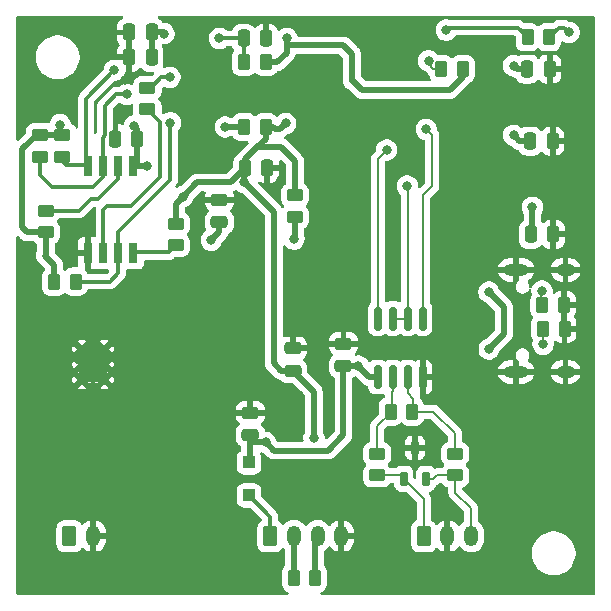
<source format=gbl>
G04 #@! TF.GenerationSoftware,KiCad,Pcbnew,9.0.5*
G04 #@! TF.CreationDate,2025-10-15T09:52:21+02:00*
G04 #@! TF.ProjectId,KleverLogger,4b6c6576-6572-44c6-9f67-6765722e6b69,rev?*
G04 #@! TF.SameCoordinates,Original*
G04 #@! TF.FileFunction,Copper,L4,Bot*
G04 #@! TF.FilePolarity,Positive*
%FSLAX46Y46*%
G04 Gerber Fmt 4.6, Leading zero omitted, Abs format (unit mm)*
G04 Created by KiCad (PCBNEW 9.0.5) date 2025-10-15 09:52:21*
%MOMM*%
%LPD*%
G01*
G04 APERTURE LIST*
G04 Aperture macros list*
%AMRoundRect*
0 Rectangle with rounded corners*
0 $1 Rounding radius*
0 $2 $3 $4 $5 $6 $7 $8 $9 X,Y pos of 4 corners*
0 Add a 4 corners polygon primitive as box body*
4,1,4,$2,$3,$4,$5,$6,$7,$8,$9,$2,$3,0*
0 Add four circle primitives for the rounded corners*
1,1,$1+$1,$2,$3*
1,1,$1+$1,$4,$5*
1,1,$1+$1,$6,$7*
1,1,$1+$1,$8,$9*
0 Add four rect primitives between the rounded corners*
20,1,$1+$1,$2,$3,$4,$5,0*
20,1,$1+$1,$4,$5,$6,$7,0*
20,1,$1+$1,$6,$7,$8,$9,0*
20,1,$1+$1,$8,$9,$2,$3,0*%
G04 Aperture macros list end*
G04 #@! TA.AperFunction,ComponentPad*
%ADD10RoundRect,0.250000X-0.350000X-0.625000X0.350000X-0.625000X0.350000X0.625000X-0.350000X0.625000X0*%
G04 #@! TD*
G04 #@! TA.AperFunction,ComponentPad*
%ADD11O,1.200000X1.750000*%
G04 #@! TD*
G04 #@! TA.AperFunction,HeatsinkPad*
%ADD12C,0.600000*%
G04 #@! TD*
G04 #@! TA.AperFunction,HeatsinkPad*
%ADD13R,2.410000X3.100000*%
G04 #@! TD*
G04 #@! TA.AperFunction,HeatsinkPad*
%ADD14O,2.100000X1.000000*%
G04 #@! TD*
G04 #@! TA.AperFunction,HeatsinkPad*
%ADD15O,1.600000X1.000000*%
G04 #@! TD*
G04 #@! TA.AperFunction,SMDPad,CuDef*
%ADD16RoundRect,0.250000X0.262500X0.450000X-0.262500X0.450000X-0.262500X-0.450000X0.262500X-0.450000X0*%
G04 #@! TD*
G04 #@! TA.AperFunction,SMDPad,CuDef*
%ADD17RoundRect,0.250000X-0.300000X0.300000X-0.300000X-0.300000X0.300000X-0.300000X0.300000X0.300000X0*%
G04 #@! TD*
G04 #@! TA.AperFunction,SMDPad,CuDef*
%ADD18RoundRect,0.250000X-0.250000X-0.475000X0.250000X-0.475000X0.250000X0.475000X-0.250000X0.475000X0*%
G04 #@! TD*
G04 #@! TA.AperFunction,SMDPad,CuDef*
%ADD19RoundRect,0.250000X0.475000X-0.250000X0.475000X0.250000X-0.475000X0.250000X-0.475000X-0.250000X0*%
G04 #@! TD*
G04 #@! TA.AperFunction,SMDPad,CuDef*
%ADD20RoundRect,0.162500X0.162500X-0.447500X0.162500X0.447500X-0.162500X0.447500X-0.162500X-0.447500X0*%
G04 #@! TD*
G04 #@! TA.AperFunction,SMDPad,CuDef*
%ADD21RoundRect,0.250000X0.250000X0.475000X-0.250000X0.475000X-0.250000X-0.475000X0.250000X-0.475000X0*%
G04 #@! TD*
G04 #@! TA.AperFunction,SMDPad,CuDef*
%ADD22R,0.800000X1.700000*%
G04 #@! TD*
G04 #@! TA.AperFunction,SMDPad,CuDef*
%ADD23RoundRect,0.250000X-0.450000X0.262500X-0.450000X-0.262500X0.450000X-0.262500X0.450000X0.262500X0*%
G04 #@! TD*
G04 #@! TA.AperFunction,SMDPad,CuDef*
%ADD24RoundRect,0.250000X0.450000X-0.262500X0.450000X0.262500X-0.450000X0.262500X-0.450000X-0.262500X0*%
G04 #@! TD*
G04 #@! TA.AperFunction,SMDPad,CuDef*
%ADD25RoundRect,0.250000X-0.262500X-0.450000X0.262500X-0.450000X0.262500X0.450000X-0.262500X0.450000X0*%
G04 #@! TD*
G04 #@! TA.AperFunction,SMDPad,CuDef*
%ADD26RoundRect,0.150000X-0.150000X0.825000X-0.150000X-0.825000X0.150000X-0.825000X0.150000X0.825000X0*%
G04 #@! TD*
G04 #@! TA.AperFunction,ViaPad*
%ADD27C,0.800000*%
G04 #@! TD*
G04 #@! TA.AperFunction,Conductor*
%ADD28C,0.200000*%
G04 #@! TD*
G04 #@! TA.AperFunction,Conductor*
%ADD29C,0.300000*%
G04 #@! TD*
G04 #@! TA.AperFunction,Conductor*
%ADD30C,0.500000*%
G04 #@! TD*
G04 APERTURE END LIST*
D10*
G04 #@! TO.P,J7,1,Pin_1*
G04 #@! TO.N,Net-(D2-A2)*
X95000000Y-134550000D03*
D11*
G04 #@! TO.P,J7,2,Pin_2*
G04 #@! TO.N,GND*
X97000000Y-134550000D03*
G04 #@! TO.P,J7,3,Pin_3*
G04 #@! TO.N,Net-(D2-A1)*
X99000000Y-134550000D03*
G04 #@! TD*
D10*
G04 #@! TO.P,J1,1,Pin_1*
G04 #@! TO.N,Net-(D4-A)*
X82000000Y-134550000D03*
D11*
G04 #@! TO.P,J1,2,Pin_2*
G04 #@! TO.N,/CANL*
X84000000Y-134550000D03*
G04 #@! TO.P,J1,3,Pin_3*
G04 #@! TO.N,/CANH*
X86000000Y-134550000D03*
G04 #@! TO.P,J1,4,Pin_4*
G04 #@! TO.N,GND*
X88000000Y-134550000D03*
G04 #@! TD*
D12*
G04 #@! TO.P,U1,19,GND*
G04 #@! TO.N,GND*
X84800000Y-96650000D03*
X84800000Y-97750000D03*
X85350000Y-96100000D03*
X85350000Y-97200000D03*
X85350000Y-98300000D03*
X85900000Y-96650000D03*
X85900000Y-97750000D03*
X86450000Y-96100000D03*
X86450000Y-97200000D03*
X86450000Y-98300000D03*
X87000000Y-96650000D03*
X87000000Y-97750000D03*
G04 #@! TD*
D10*
G04 #@! TO.P,J2,1,Pin_1*
G04 #@! TO.N,Net-(D3-A)*
X65000000Y-134550000D03*
D11*
G04 #@! TO.P,J2,2,Pin_2*
G04 #@! TO.N,GND*
X67000000Y-134550000D03*
G04 #@! TD*
D12*
G04 #@! TO.P,U9,9,EP*
G04 #@! TO.N,GND*
X66045000Y-118700000D03*
X66045000Y-120000000D03*
X66045000Y-121300000D03*
D13*
X67000000Y-120000000D03*
D12*
X67955000Y-118700000D03*
X67955000Y-120000000D03*
X67955000Y-121300000D03*
G04 #@! TD*
D14*
G04 #@! TO.P,J5,S1,SHIELD*
G04 #@! TO.N,GND*
X102820000Y-120640000D03*
D15*
X107000000Y-120640000D03*
D14*
X102820000Y-112000000D03*
D15*
X107000000Y-112000000D03*
G04 #@! TD*
D16*
G04 #@! TO.P,R6,1*
G04 #@! TO.N,/CANH*
X85812500Y-138100000D03*
G04 #@! TO.P,R6,2*
G04 #@! TO.N,/CANL*
X83987500Y-138100000D03*
G04 #@! TD*
D17*
G04 #@! TO.P,D4,1,K*
G04 #@! TO.N,+5V*
X80200000Y-128300000D03*
G04 #@! TO.P,D4,2,A*
G04 #@! TO.N,Net-(D4-A)*
X80200000Y-131100000D03*
G04 #@! TD*
D18*
G04 #@! TO.P,C7,1*
G04 #@! TO.N,+5V*
X104000000Y-101100000D03*
G04 #@! TO.P,C7,2*
G04 #@! TO.N,GND*
X105900000Y-101100000D03*
G04 #@! TD*
D19*
G04 #@! TO.P,C2,1*
G04 #@! TO.N,+3V3*
X83900000Y-120550000D03*
G04 #@! TO.P,C2,2*
G04 #@! TO.N,GND*
X83900000Y-118650000D03*
G04 #@! TD*
D20*
G04 #@! TO.P,D2,1,A1*
G04 #@! TO.N,Net-(D2-A1)*
X95200000Y-129700000D03*
G04 #@! TO.P,D2,2,A2*
G04 #@! TO.N,Net-(D2-A2)*
X93300000Y-129700000D03*
G04 #@! TO.P,D2,3,common*
G04 #@! TO.N,GND*
X94250000Y-127080000D03*
G04 #@! TD*
D21*
G04 #@! TO.P,C9,1*
G04 #@! TO.N,+3V3*
X71950000Y-94000000D03*
G04 #@! TO.P,C9,2*
G04 #@! TO.N,GND*
X70050000Y-94000000D03*
G04 #@! TD*
G04 #@! TO.P,C5,1*
G04 #@! TO.N,+3V3*
X70750000Y-100900000D03*
G04 #@! TO.P,C5,2*
G04 #@! TO.N,GND*
X68850000Y-100900000D03*
G04 #@! TD*
D18*
G04 #@! TO.P,C3,1*
G04 #@! TO.N,+5V*
X103750000Y-95000000D03*
G04 #@! TO.P,C3,2*
G04 #@! TO.N,GND*
X105650000Y-95000000D03*
G04 #@! TD*
D19*
G04 #@! TO.P,C12,1*
G04 #@! TO.N,+5V*
X77700000Y-107950000D03*
G04 #@! TO.P,C12,2*
G04 #@! TO.N,GND*
X77700000Y-106050000D03*
G04 #@! TD*
D22*
G04 #@! TO.P,U4,1,DAT2*
G04 #@! TO.N,Net-(U4-DAT2)*
X70405000Y-110600000D03*
G04 #@! TO.P,U4,2,DAT3*
G04 #@! TO.N,/SD_CS*
X69135000Y-110600000D03*
G04 #@! TO.P,U4,3,CLK*
G04 #@! TO.N,Net-(U4-CLK)*
X67865000Y-110600000D03*
G04 #@! TO.P,U4,4,GND*
G04 #@! TO.N,GND*
X66595000Y-110600000D03*
G04 #@! TO.P,U4,5,CMD*
G04 #@! TO.N,/SD_MOSI*
X66595000Y-103200000D03*
G04 #@! TO.P,U4,6,DAT0*
G04 #@! TO.N,/SD_MISO*
X67865000Y-103200000D03*
G04 #@! TO.P,U4,7,DAT1*
G04 #@! TO.N,Net-(U4-DAT1)*
X69135000Y-103200000D03*
G04 #@! TO.P,U4,8,VDD*
G04 #@! TO.N,+3V3*
X70405000Y-103200000D03*
G04 #@! TD*
D23*
G04 #@! TO.P,R13,1*
G04 #@! TO.N,/SD_SCK*
X71600000Y-96587500D03*
G04 #@! TO.P,R13,2*
G04 #@! TO.N,Net-(U4-CLK)*
X71600000Y-98412500D03*
G04 #@! TD*
D19*
G04 #@! TO.P,C1,1*
G04 #@! TO.N,+5V*
X80300000Y-126000000D03*
G04 #@! TO.P,C1,2*
G04 #@! TO.N,GND*
X80300000Y-124100000D03*
G04 #@! TD*
D24*
G04 #@! TO.P,R14,1*
G04 #@! TO.N,+3V3*
X63000000Y-108812500D03*
G04 #@! TO.P,R14,2*
G04 #@! TO.N,Net-(U4-DAT1)*
X63000000Y-106987500D03*
G04 #@! TD*
D19*
G04 #@! TO.P,C4,1*
G04 #@! TO.N,+5V*
X88200000Y-120150000D03*
G04 #@! TO.P,C4,2*
G04 #@! TO.N,GND*
X88200000Y-118250000D03*
G04 #@! TD*
D16*
G04 #@! TO.P,R3,1*
G04 #@! TO.N,+3V3*
X98312500Y-95000000D03*
G04 #@! TO.P,R3,2*
G04 #@! TO.N,/GPIO2*
X96487500Y-95000000D03*
G04 #@! TD*
D25*
G04 #@! TO.P,R4,1*
G04 #@! TO.N,+3V3*
X63687500Y-113000000D03*
G04 #@! TO.P,R4,2*
G04 #@! TO.N,/SD_CS*
X65512500Y-113000000D03*
G04 #@! TD*
D18*
G04 #@! TO.P,C13,1*
G04 #@! TO.N,+3V3*
X79850000Y-103400000D03*
G04 #@! TO.P,C13,2*
G04 #@! TO.N,GND*
X81750000Y-103400000D03*
G04 #@! TD*
D25*
G04 #@! TO.P,R8,1*
G04 #@! TO.N,Net-(J5-CC2)*
X105037500Y-115000000D03*
G04 #@! TO.P,R8,2*
G04 #@! TO.N,GND*
X106862500Y-115000000D03*
G04 #@! TD*
D16*
G04 #@! TO.P,R10,1*
G04 #@! TO.N,Net-(U5-A)*
X94012500Y-124000000D03*
G04 #@! TO.P,R10,2*
G04 #@! TO.N,Net-(U5-B)*
X92187500Y-124000000D03*
G04 #@! TD*
G04 #@! TO.P,R5,1*
G04 #@! TO.N,+3V3*
X81612500Y-99900000D03*
G04 #@! TO.P,R5,2*
G04 #@! TO.N,/GPIO8*
X79787500Y-99900000D03*
G04 #@! TD*
D23*
G04 #@! TO.P,R12,1*
G04 #@! TO.N,Net-(U5-B)*
X91050000Y-127577500D03*
G04 #@! TO.P,R12,2*
G04 #@! TO.N,Net-(D2-A2)*
X91050000Y-129402500D03*
G04 #@! TD*
G04 #@! TO.P,R16,1*
G04 #@! TO.N,+3V3*
X64400000Y-100587500D03*
G04 #@! TO.P,R16,2*
G04 #@! TO.N,/SD_MOSI*
X64400000Y-102412500D03*
G04 #@! TD*
G04 #@! TO.P,R15,1*
G04 #@! TO.N,+3V3*
X62500000Y-100587500D03*
G04 #@! TO.P,R15,2*
G04 #@! TO.N,/SD_MISO*
X62500000Y-102412500D03*
G04 #@! TD*
G04 #@! TO.P,R11,1*
G04 #@! TO.N,Net-(U5-A)*
X97650000Y-127577500D03*
G04 #@! TO.P,R11,2*
G04 #@! TO.N,Net-(D2-A1)*
X97650000Y-129402500D03*
G04 #@! TD*
D26*
G04 #@! TO.P,U5,1,RO*
G04 #@! TO.N,/RS485_RX*
X91095000Y-116125000D03*
G04 #@! TO.P,U5,2,~{RE}*
G04 #@! TO.N,/RS485_DE*
X92365000Y-116125000D03*
G04 #@! TO.P,U5,3,DE*
X93635000Y-116125000D03*
G04 #@! TO.P,U5,4,DI*
G04 #@! TO.N,/RS485_TX*
X94905000Y-116125000D03*
G04 #@! TO.P,U5,5,GND*
G04 #@! TO.N,GND*
X94905000Y-121075000D03*
G04 #@! TO.P,U5,6,A*
G04 #@! TO.N,Net-(U5-A)*
X93635000Y-121075000D03*
G04 #@! TO.P,U5,7,B*
G04 #@! TO.N,Net-(U5-B)*
X92365000Y-121075000D03*
G04 #@! TO.P,U5,8,VCC*
G04 #@! TO.N,+5V*
X91095000Y-121075000D03*
G04 #@! TD*
D21*
G04 #@! TO.P,C10,1*
G04 #@! TO.N,+3V3*
X71950000Y-91900000D03*
G04 #@! TO.P,C10,2*
G04 #@! TO.N,GND*
X70050000Y-91900000D03*
G04 #@! TD*
D23*
G04 #@! TO.P,R1,1*
G04 #@! TO.N,+3V3*
X84100000Y-105687500D03*
G04 #@! TO.P,R1,2*
G04 #@! TO.N,Net-(D1-A)*
X84100000Y-107512500D03*
G04 #@! TD*
G04 #@! TO.P,R7,1*
G04 #@! TO.N,+3V3*
X74000000Y-108087500D03*
G04 #@! TO.P,R7,2*
G04 #@! TO.N,Net-(U4-DAT2)*
X74000000Y-109912500D03*
G04 #@! TD*
D18*
G04 #@! TO.P,C6,1*
G04 #@! TO.N,+5V*
X104050000Y-109000000D03*
G04 #@! TO.P,C6,2*
G04 #@! TO.N,GND*
X105950000Y-109000000D03*
G04 #@! TD*
D25*
G04 #@! TO.P,R17,1*
G04 #@! TO.N,/GPIO3*
X103787500Y-92300000D03*
G04 #@! TO.P,R17,2*
G04 #@! TO.N,Net-(D6-DIN)*
X105612500Y-92300000D03*
G04 #@! TD*
G04 #@! TO.P,R2,1*
G04 #@! TO.N,/EN{slash}CHIP_PU*
X79787500Y-94400000D03*
G04 #@! TO.P,R2,2*
G04 #@! TO.N,+3V3*
X81612500Y-94400000D03*
G04 #@! TD*
G04 #@! TO.P,R9,1*
G04 #@! TO.N,Net-(J5-CC1)*
X105087500Y-117000000D03*
G04 #@! TO.P,R9,2*
G04 #@! TO.N,GND*
X106912500Y-117000000D03*
G04 #@! TD*
D18*
G04 #@! TO.P,C11,1*
G04 #@! TO.N,/EN{slash}CHIP_PU*
X79750000Y-92400000D03*
G04 #@! TO.P,C11,2*
G04 #@! TO.N,GND*
X81650000Y-92400000D03*
G04 #@! TD*
D27*
G04 #@! TO.N,/RS485_TX*
X95200000Y-100100000D03*
G04 #@! TO.N,/RS485_RX*
X91850000Y-101850000D03*
G04 #@! TO.N,/RS485_DE*
X93600000Y-104900000D03*
G04 #@! TO.N,Net-(D6-DIN)*
X107300000Y-91900000D03*
G04 #@! TO.N,GND*
X82900000Y-104400000D03*
X83600000Y-115700000D03*
X69700000Y-95900000D03*
X69600000Y-98800000D03*
X99903819Y-116337281D03*
X64700000Y-110300000D03*
X95000000Y-125600000D03*
X107500000Y-101600000D03*
X84400000Y-122600000D03*
G04 #@! TO.N,+5V*
X89450000Y-120150000D03*
X81600000Y-126600000D03*
X102600000Y-100600000D03*
X104200000Y-106700000D03*
X77000000Y-109500000D03*
X102600000Y-94700000D03*
G04 #@! TO.N,+3V3*
X85700000Y-126200000D03*
X83300000Y-99600000D03*
X64200000Y-99700000D03*
X70500000Y-99800000D03*
X79800000Y-104600000D03*
X71600000Y-103200000D03*
X83400000Y-92400000D03*
X73000000Y-92000000D03*
X74600000Y-105800000D03*
G04 #@! TO.N,/EN{slash}CHIP_PU*
X77700000Y-92400000D03*
G04 #@! TO.N,Net-(D1-A)*
X84000000Y-109400000D03*
G04 #@! TO.N,/Vbus*
X100500000Y-113870000D03*
X100500000Y-118700000D03*
G04 #@! TO.N,/GPIO3*
X96900000Y-91700000D03*
G04 #@! TO.N,/GPIO2*
X95400000Y-94300000D03*
G04 #@! TO.N,/GPIO8*
X78200000Y-99900000D03*
G04 #@! TO.N,/SD_CS*
X73550000Y-99550000D03*
G04 #@! TO.N,/SD_MOSI*
X68800000Y-95100000D03*
G04 #@! TO.N,/SD_MISO*
X69850000Y-97150000D03*
G04 #@! TO.N,Net-(J5-CC1)*
X105100000Y-118300000D03*
G04 #@! TO.N,Net-(J5-CC2)*
X105000000Y-113800000D03*
G04 #@! TO.N,/SD_SCK*
X73500000Y-95700000D03*
G04 #@! TD*
D28*
G04 #@! TO.N,GND*
X99903819Y-116337281D02*
X99903819Y-117396181D01*
X99903819Y-117396181D02*
X99600000Y-117700000D01*
X99600000Y-117700000D02*
X99600000Y-119700000D01*
X99600000Y-119700000D02*
X100540000Y-120640000D01*
X100540000Y-120640000D02*
X102820000Y-120640000D01*
G04 #@! TO.N,Net-(D2-A2)*
X93300000Y-129700000D02*
X95000000Y-131400000D01*
X95000000Y-131400000D02*
X95000000Y-134550000D01*
D29*
G04 #@! TO.N,Net-(D4-A)*
X80200000Y-131100000D02*
X82000000Y-132900000D01*
X82000000Y-132900000D02*
X82000000Y-134550000D01*
D28*
G04 #@! TO.N,Net-(D2-A1)*
X97650000Y-130850000D02*
X99000000Y-132200000D01*
X96100000Y-129400000D02*
X96102500Y-129402500D01*
X99000000Y-132200000D02*
X99000000Y-134550000D01*
X97650000Y-129402500D02*
X97650000Y-130850000D01*
X95800000Y-129700000D02*
X96100000Y-129400000D01*
X96102500Y-129402500D02*
X97650000Y-129402500D01*
X95200000Y-129700000D02*
X95800000Y-129700000D01*
G04 #@! TO.N,Net-(D2-A2)*
X93002500Y-129402500D02*
X93300000Y-129700000D01*
X91050000Y-129402500D02*
X93002500Y-129402500D01*
G04 #@! TO.N,/RS485_TX*
X95700000Y-101500000D02*
X95700000Y-100600000D01*
X94905000Y-105695000D02*
X95700000Y-104900000D01*
X95700000Y-100600000D02*
X95200000Y-100100000D01*
X95700000Y-104900000D02*
X95700000Y-101500000D01*
X94905000Y-116125000D02*
X94905000Y-105695000D01*
G04 #@! TO.N,/RS485_RX*
X91095000Y-116125000D02*
X91095000Y-102605000D01*
X91095000Y-102605000D02*
X91850000Y-101850000D01*
X91900000Y-101800000D02*
X91850000Y-101850000D01*
G04 #@! TO.N,/RS485_DE*
X93635000Y-104935000D02*
X93600000Y-104900000D01*
X92365000Y-116125000D02*
X93635000Y-116125000D01*
X93635000Y-116125000D02*
X93635000Y-104935000D01*
D29*
G04 #@! TO.N,Net-(D6-DIN)*
X105612500Y-92300000D02*
X106412500Y-91500000D01*
X106900000Y-91500000D02*
X107300000Y-91900000D01*
X106412500Y-91500000D02*
X106900000Y-91500000D01*
D30*
G04 #@! TO.N,GND*
X107500000Y-101300000D02*
X107300000Y-101100000D01*
X107500000Y-101600000D02*
X107500000Y-101300000D01*
X107300000Y-101100000D02*
X105900000Y-101100000D01*
G04 #@! TO.N,+5V*
X103100000Y-101100000D02*
X102600000Y-100600000D01*
X80300000Y-126000000D02*
X80300000Y-126600000D01*
X88200000Y-126000000D02*
X86900000Y-127300000D01*
X82300000Y-127300000D02*
X81600000Y-126600000D01*
X77700000Y-108800000D02*
X77000000Y-109500000D01*
X77700000Y-107950000D02*
X77700000Y-108800000D01*
X89450000Y-120150000D02*
X90375000Y-121075000D01*
X88200000Y-120150000D02*
X89450000Y-120150000D01*
X80300000Y-128200000D02*
X80200000Y-128300000D01*
X88200000Y-120150000D02*
X88200000Y-126000000D01*
X90375000Y-121075000D02*
X91095000Y-121075000D01*
X80300000Y-126600000D02*
X80300000Y-128200000D01*
X104200000Y-106700000D02*
X104200000Y-108850000D01*
X104200000Y-108850000D02*
X104050000Y-109000000D01*
X86900000Y-127300000D02*
X82300000Y-127300000D01*
X102900000Y-95000000D02*
X103750000Y-95000000D01*
X104000000Y-101100000D02*
X103100000Y-101100000D01*
X81600000Y-126600000D02*
X80300000Y-126600000D01*
X102600000Y-94700000D02*
X102900000Y-95000000D01*
G04 #@! TO.N,+3V3*
X74000000Y-108087500D02*
X74000000Y-106400000D01*
X83900000Y-120550000D02*
X82950000Y-120550000D01*
X61000000Y-108400000D02*
X61412500Y-108812500D01*
X88200000Y-93000000D02*
X83500000Y-93000000D01*
X83400000Y-93600000D02*
X83400000Y-93100000D01*
X62900000Y-110800000D02*
X63000000Y-110700000D01*
X81612500Y-94400000D02*
X82600000Y-94400000D01*
X82950000Y-120550000D02*
X82300000Y-119900000D01*
X61412500Y-108812500D02*
X63000000Y-108812500D01*
X70750000Y-102855000D02*
X70405000Y-103200000D01*
X89000000Y-96000000D02*
X88900000Y-96000000D01*
X62500000Y-100587500D02*
X64400000Y-100587500D01*
X74000000Y-106400000D02*
X74600000Y-105800000D01*
X79800000Y-104600000D02*
X79800000Y-103450000D01*
X81612500Y-100887500D02*
X81612500Y-99900000D01*
X78650000Y-104600000D02*
X79850000Y-103400000D01*
X75800000Y-104600000D02*
X78650000Y-104600000D01*
X62500000Y-100587500D02*
X62212500Y-100587500D01*
X84100000Y-105687500D02*
X84100000Y-102800000D01*
X62212500Y-100587500D02*
X61000000Y-101800000D01*
X88900000Y-93700000D02*
X88200000Y-93000000D01*
X83400000Y-93100000D02*
X83400000Y-92400000D01*
X88900000Y-96000000D02*
X88900000Y-93700000D01*
X97200000Y-96800000D02*
X89800000Y-96800000D01*
X85700000Y-126200000D02*
X85700000Y-122350000D01*
X82300000Y-107100000D02*
X79800000Y-104600000D01*
X70405000Y-103200000D02*
X71600000Y-103200000D01*
X82200000Y-99900000D02*
X81612500Y-99900000D01*
X63000000Y-110700000D02*
X63000000Y-108812500D01*
X82600000Y-94400000D02*
X83400000Y-93600000D01*
X61000000Y-101800000D02*
X61000000Y-108400000D01*
X70750000Y-100900000D02*
X70750000Y-100050000D01*
X79800000Y-103450000D02*
X79850000Y-103400000D01*
X82800000Y-100100000D02*
X82400000Y-100100000D01*
X82300000Y-119900000D02*
X82300000Y-107100000D01*
X98312500Y-95687500D02*
X97200000Y-96800000D01*
X83300000Y-99600000D02*
X82800000Y-100100000D01*
X64200000Y-100387500D02*
X64400000Y-100587500D01*
X98312500Y-95000000D02*
X98312500Y-95687500D01*
X71950000Y-91900000D02*
X72900000Y-91900000D01*
X70750000Y-100050000D02*
X70500000Y-99800000D01*
X89800000Y-96800000D02*
X89000000Y-96000000D01*
X79850000Y-103400000D02*
X79850000Y-102650000D01*
X71950000Y-91900000D02*
X71950000Y-94000000D01*
X63687500Y-113000000D02*
X63687500Y-111587500D01*
X84100000Y-102800000D02*
X82900000Y-101600000D01*
X82900000Y-101600000D02*
X80900000Y-101600000D01*
X70750000Y-100900000D02*
X70750000Y-102855000D01*
X63687500Y-111587500D02*
X62900000Y-110800000D01*
X74600000Y-105800000D02*
X75800000Y-104600000D01*
X85700000Y-122350000D02*
X83900000Y-120550000D01*
X72900000Y-91900000D02*
X73000000Y-92000000D01*
X79850000Y-102650000D02*
X80900000Y-101600000D01*
X80900000Y-101600000D02*
X81612500Y-100887500D01*
X82400000Y-100100000D02*
X82200000Y-99900000D01*
X83500000Y-93000000D02*
X83400000Y-93100000D01*
X64200000Y-99700000D02*
X64200000Y-100387500D01*
D29*
G04 #@! TO.N,/EN{slash}CHIP_PU*
X79750000Y-92400000D02*
X79750000Y-94362500D01*
X79750000Y-92400000D02*
X77700000Y-92400000D01*
X79750000Y-94362500D02*
X79787500Y-94400000D01*
D30*
G04 #@! TO.N,Net-(D1-A)*
X84100000Y-107512500D02*
X84100000Y-109300000D01*
X84100000Y-109300000D02*
X84000000Y-109400000D01*
G04 #@! TO.N,/Vbus*
X100500000Y-118700000D02*
X101800000Y-117400000D01*
X101800000Y-115170000D02*
X100500000Y-113870000D01*
X101800000Y-117400000D02*
X101800000Y-115170000D01*
D29*
G04 #@! TO.N,/GPIO3*
X102987500Y-91500000D02*
X97100000Y-91500000D01*
X103787500Y-92300000D02*
X102987500Y-91500000D01*
X97100000Y-91500000D02*
X96900000Y-91700000D01*
D30*
G04 #@! TO.N,/CANH*
X85812500Y-138100000D02*
X85812500Y-134737500D01*
X85812500Y-134737500D02*
X86000000Y-134550000D01*
G04 #@! TO.N,/CANL*
X83987500Y-138100000D02*
X83987500Y-134562500D01*
X83987500Y-134562500D02*
X84000000Y-134550000D01*
D28*
G04 #@! TO.N,/GPIO2*
X95800000Y-95000000D02*
X96487500Y-95000000D01*
X95600000Y-94500000D02*
X95600000Y-94800000D01*
X95600000Y-94800000D02*
X95800000Y-95000000D01*
X95400000Y-94300000D02*
X95600000Y-94500000D01*
D30*
G04 #@! TO.N,/GPIO8*
X79787500Y-99900000D02*
X78200000Y-99900000D01*
D29*
G04 #@! TO.N,/SD_CS*
X68400000Y-113000000D02*
X69135000Y-112265000D01*
X73550000Y-104350000D02*
X69135000Y-108765000D01*
X65512500Y-113000000D02*
X68400000Y-113000000D01*
X69135000Y-112265000D02*
X69135000Y-110500000D01*
X73550000Y-99550000D02*
X73550000Y-104350000D01*
X69135000Y-108765000D02*
X69135000Y-110500000D01*
G04 #@! TO.N,/SD_MOSI*
X66407500Y-103287500D02*
X66595000Y-103100000D01*
X64687500Y-103100000D02*
X64400000Y-102812500D01*
X66400000Y-97500000D02*
X66400000Y-102905000D01*
X66400000Y-102905000D02*
X66595000Y-103100000D01*
X66595000Y-103100000D02*
X64687500Y-103100000D01*
X68800000Y-95100000D02*
X66400000Y-97500000D01*
X64400000Y-102812500D02*
X64400000Y-102412500D01*
G04 #@! TO.N,/SD_MISO*
X62500000Y-102412500D02*
X62500000Y-104000000D01*
X67000000Y-105000000D02*
X67865000Y-104135000D01*
X62500000Y-104000000D02*
X63500000Y-105000000D01*
X63500000Y-105000000D02*
X67000000Y-105000000D01*
X68950000Y-97150000D02*
X69850000Y-97150000D01*
X67999000Y-100601000D02*
X67999000Y-98101000D01*
X67865000Y-103100000D02*
X67800000Y-103035000D01*
X67999000Y-98101000D02*
X68950000Y-97150000D01*
X67800000Y-100800000D02*
X67999000Y-100601000D01*
X67800000Y-103035000D02*
X67800000Y-100800000D01*
X67865000Y-104135000D02*
X67865000Y-103100000D01*
G04 #@! TO.N,Net-(U4-DAT1)*
X65812500Y-106987500D02*
X66800000Y-106000000D01*
X63000000Y-106987500D02*
X65812500Y-106987500D01*
X66800000Y-106000000D02*
X67400000Y-106000000D01*
X69135000Y-104265000D02*
X69135000Y-103100000D01*
X67400000Y-106000000D02*
X69135000Y-104265000D01*
G04 #@! TO.N,Net-(U4-CLK)*
X67865000Y-106935000D02*
X67865000Y-110500000D01*
X71600000Y-98412500D02*
X72700000Y-99512500D01*
X70200000Y-106600000D02*
X68200000Y-106600000D01*
X68200000Y-106600000D02*
X67865000Y-106935000D01*
X72700000Y-99512500D02*
X72700000Y-104100000D01*
X72700000Y-104100000D02*
X70200000Y-106600000D01*
G04 #@! TO.N,Net-(U4-DAT2)*
X70405000Y-110500000D02*
X73412500Y-110500000D01*
X73412500Y-110500000D02*
X74000000Y-109912500D01*
D28*
G04 #@! TO.N,Net-(U5-B)*
X92287500Y-122342500D02*
X92287500Y-124000000D01*
X92365000Y-122265000D02*
X92287500Y-122342500D01*
X91050000Y-127577500D02*
X91050000Y-125237500D01*
X91050000Y-125237500D02*
X92287500Y-124000000D01*
X92365000Y-121075000D02*
X92365000Y-122265000D01*
G04 #@! TO.N,Net-(J5-CC1)*
X105100000Y-117025000D02*
X105087500Y-117012500D01*
X105087500Y-117012500D02*
X105087500Y-117000000D01*
X105100000Y-118300000D02*
X105100000Y-117025000D01*
G04 #@! TO.N,Net-(J5-CC2)*
X104937500Y-114900000D02*
X105037500Y-115000000D01*
X104937500Y-113862500D02*
X104937500Y-114900000D01*
X105000000Y-113800000D02*
X104937500Y-113862500D01*
G04 #@! TO.N,Net-(U5-A)*
X95800000Y-124000000D02*
X94112500Y-124000000D01*
X94112500Y-124000000D02*
X94112500Y-122912500D01*
X93635000Y-122435000D02*
X93635000Y-121075000D01*
X97650000Y-127577500D02*
X97650000Y-125850000D01*
X94112500Y-122912500D02*
X93635000Y-122435000D01*
X97650000Y-125850000D02*
X95800000Y-124000000D01*
D29*
G04 #@! TO.N,/SD_SCK*
X73500000Y-95700000D02*
X72787500Y-95700000D01*
X72787500Y-95700000D02*
X72000000Y-96487500D01*
G04 #@! TD*
G04 #@! TA.AperFunction,Conductor*
G04 #@! TO.N,GND*
G36*
X109442539Y-90520185D02*
G01*
X109488294Y-90572989D01*
X109499500Y-90624500D01*
X109499500Y-139375500D01*
X109479815Y-139442539D01*
X109427011Y-139488294D01*
X109375500Y-139499500D01*
X86363989Y-139499500D01*
X86296950Y-139479815D01*
X86251195Y-139427011D01*
X86241251Y-139357853D01*
X86270276Y-139294297D01*
X86324982Y-139257794D01*
X86394334Y-139234814D01*
X86543656Y-139142712D01*
X86667712Y-139018656D01*
X86759814Y-138869334D01*
X86814999Y-138702797D01*
X86825500Y-138600009D01*
X86825499Y-137599992D01*
X86814999Y-137497203D01*
X86759814Y-137330666D01*
X86667712Y-137181344D01*
X86599319Y-137112951D01*
X86565834Y-137051628D01*
X86563000Y-137025270D01*
X86563000Y-135839430D01*
X86582685Y-135772391D01*
X86614115Y-135739112D01*
X86716928Y-135664414D01*
X86839414Y-135541928D01*
X86899991Y-135458550D01*
X86955321Y-135415885D01*
X87024934Y-135409906D01*
X87086729Y-135442512D01*
X87100628Y-135458551D01*
X87160967Y-135541602D01*
X87283397Y-135664032D01*
X87423475Y-135765804D01*
X87577744Y-135844408D01*
X87742415Y-135897914D01*
X87742414Y-135897914D01*
X87749999Y-135899115D01*
X87750000Y-135899114D01*
X87750000Y-134830330D01*
X87769745Y-134850075D01*
X87855255Y-134899444D01*
X87950630Y-134925000D01*
X88049370Y-134925000D01*
X88144745Y-134899444D01*
X88230255Y-134850075D01*
X88250000Y-134830330D01*
X88250000Y-135899115D01*
X88257584Y-135897914D01*
X88422255Y-135844408D01*
X88576524Y-135765804D01*
X88716602Y-135664032D01*
X88839032Y-135541602D01*
X88940804Y-135401524D01*
X89019408Y-135247257D01*
X89072914Y-135082584D01*
X89100000Y-134911571D01*
X89100000Y-134800000D01*
X88280330Y-134800000D01*
X88300075Y-134780255D01*
X88349444Y-134694745D01*
X88375000Y-134599370D01*
X88375000Y-134500630D01*
X88349444Y-134405255D01*
X88300075Y-134319745D01*
X88280330Y-134300000D01*
X89100000Y-134300000D01*
X89100000Y-134188428D01*
X89072914Y-134017415D01*
X89019408Y-133852742D01*
X88940804Y-133698475D01*
X88839032Y-133558397D01*
X88716602Y-133435967D01*
X88576524Y-133334195D01*
X88422257Y-133255591D01*
X88257589Y-133202087D01*
X88257581Y-133202085D01*
X88250000Y-133200884D01*
X88250000Y-134269670D01*
X88230255Y-134249925D01*
X88144745Y-134200556D01*
X88049370Y-134175000D01*
X87950630Y-134175000D01*
X87855255Y-134200556D01*
X87769745Y-134249925D01*
X87750000Y-134269670D01*
X87750000Y-133200884D01*
X87749999Y-133200884D01*
X87742418Y-133202085D01*
X87742410Y-133202087D01*
X87577742Y-133255591D01*
X87423475Y-133334195D01*
X87283397Y-133435967D01*
X87160965Y-133558399D01*
X87160961Y-133558404D01*
X87100627Y-133641448D01*
X87045297Y-133684114D01*
X86975684Y-133690093D01*
X86913889Y-133657488D01*
X86899991Y-133641449D01*
X86899990Y-133641447D01*
X86839414Y-133558072D01*
X86716928Y-133435586D01*
X86576788Y-133333768D01*
X86422445Y-133255127D01*
X86257701Y-133201598D01*
X86257699Y-133201597D01*
X86257698Y-133201597D01*
X86126271Y-133180781D01*
X86086611Y-133174500D01*
X85913389Y-133174500D01*
X85873728Y-133180781D01*
X85742302Y-133201597D01*
X85577552Y-133255128D01*
X85423211Y-133333768D01*
X85348388Y-133388131D01*
X85283072Y-133435586D01*
X85283070Y-133435588D01*
X85283069Y-133435588D01*
X85160588Y-133558069D01*
X85160581Y-133558078D01*
X85100317Y-133641023D01*
X85044987Y-133683689D01*
X84975374Y-133689667D01*
X84913579Y-133657061D01*
X84899683Y-133641023D01*
X84839653Y-133558401D01*
X84839414Y-133558072D01*
X84716928Y-133435586D01*
X84576788Y-133333768D01*
X84422445Y-133255127D01*
X84257701Y-133201598D01*
X84257699Y-133201597D01*
X84257698Y-133201597D01*
X84126271Y-133180781D01*
X84086611Y-133174500D01*
X83913389Y-133174500D01*
X83873728Y-133180781D01*
X83742302Y-133201597D01*
X83577552Y-133255128D01*
X83423211Y-133333768D01*
X83283073Y-133435585D01*
X83175530Y-133543128D01*
X83114207Y-133576612D01*
X83044515Y-133571628D01*
X82988582Y-133529756D01*
X82982310Y-133520543D01*
X82942712Y-133456344D01*
X82818656Y-133332288D01*
X82709402Y-133264900D01*
X82662679Y-133212953D01*
X82650500Y-133159362D01*
X82650500Y-132835928D01*
X82625502Y-132710261D01*
X82625501Y-132710260D01*
X82625501Y-132710256D01*
X82576465Y-132591873D01*
X82560993Y-132568717D01*
X82560992Y-132568715D01*
X82505277Y-132485331D01*
X82505271Y-132485324D01*
X81286818Y-131266871D01*
X81253333Y-131205548D01*
X81250499Y-131179190D01*
X81250499Y-130749998D01*
X81250498Y-130749981D01*
X81239999Y-130647203D01*
X81239998Y-130647200D01*
X81236812Y-130637584D01*
X81184814Y-130480666D01*
X81092712Y-130331344D01*
X80968656Y-130207288D01*
X80875888Y-130150069D01*
X80819336Y-130115187D01*
X80819331Y-130115185D01*
X80817862Y-130114698D01*
X80652797Y-130060001D01*
X80652795Y-130060000D01*
X80550010Y-130049500D01*
X79849998Y-130049500D01*
X79849980Y-130049501D01*
X79747203Y-130060000D01*
X79747200Y-130060001D01*
X79580668Y-130115185D01*
X79580663Y-130115187D01*
X79431342Y-130207289D01*
X79307289Y-130331342D01*
X79215187Y-130480663D01*
X79215185Y-130480668D01*
X79192243Y-130549903D01*
X79160001Y-130647203D01*
X79160001Y-130647204D01*
X79160000Y-130647204D01*
X79149500Y-130749983D01*
X79149500Y-131450001D01*
X79149501Y-131450019D01*
X79160000Y-131552796D01*
X79160001Y-131552799D01*
X79200077Y-131673739D01*
X79215186Y-131719334D01*
X79307288Y-131868656D01*
X79431344Y-131992712D01*
X79580666Y-132084814D01*
X79747203Y-132139999D01*
X79849991Y-132150500D01*
X80279191Y-132150499D01*
X80346230Y-132170183D01*
X80366872Y-132186818D01*
X81275176Y-133095122D01*
X81308661Y-133156445D01*
X81303677Y-133226137D01*
X81261805Y-133282070D01*
X81252592Y-133288341D01*
X81181347Y-133332285D01*
X81181343Y-133332288D01*
X81057289Y-133456342D01*
X80965187Y-133605663D01*
X80965185Y-133605668D01*
X80948014Y-133657488D01*
X80910001Y-133772203D01*
X80910001Y-133772204D01*
X80910000Y-133772204D01*
X80899500Y-133874983D01*
X80899500Y-135225001D01*
X80899501Y-135225018D01*
X80910000Y-135327796D01*
X80910001Y-135327799D01*
X80965185Y-135494331D01*
X80965187Y-135494336D01*
X80992257Y-135538223D01*
X81057288Y-135643656D01*
X81181344Y-135767712D01*
X81330666Y-135859814D01*
X81497203Y-135914999D01*
X81599991Y-135925500D01*
X82400008Y-135925499D01*
X82400016Y-135925498D01*
X82400019Y-135925498D01*
X82456302Y-135919748D01*
X82502797Y-135914999D01*
X82669334Y-135859814D01*
X82818656Y-135767712D01*
X82942712Y-135643656D01*
X82982310Y-135579456D01*
X82999601Y-135563904D01*
X83013539Y-135545286D01*
X83025091Y-135540977D01*
X83034258Y-135532732D01*
X83057213Y-135528996D01*
X83079003Y-135520869D01*
X83091049Y-135523489D01*
X83103220Y-135521509D01*
X83124553Y-135530777D01*
X83147276Y-135535721D01*
X83162969Y-135547469D01*
X83167303Y-135549352D01*
X83175530Y-135556872D01*
X83200681Y-135582023D01*
X83234166Y-135643346D01*
X83237000Y-135669704D01*
X83237000Y-137025270D01*
X83217315Y-137092309D01*
X83200681Y-137112951D01*
X83132289Y-137181342D01*
X83040187Y-137330663D01*
X83040186Y-137330666D01*
X82985001Y-137497203D01*
X82985001Y-137497204D01*
X82985000Y-137497204D01*
X82974500Y-137599983D01*
X82974500Y-138600001D01*
X82974501Y-138600019D01*
X82985000Y-138702796D01*
X82985001Y-138702799D01*
X83040185Y-138869331D01*
X83040186Y-138869334D01*
X83132288Y-139018656D01*
X83256344Y-139142712D01*
X83405666Y-139234814D01*
X83475016Y-139257794D01*
X83532461Y-139297567D01*
X83559284Y-139362083D01*
X83546969Y-139430858D01*
X83499426Y-139482058D01*
X83436012Y-139499500D01*
X60624500Y-139499500D01*
X60557461Y-139479815D01*
X60511706Y-139427011D01*
X60500500Y-139375500D01*
X60500500Y-133874983D01*
X63899500Y-133874983D01*
X63899500Y-135225001D01*
X63899501Y-135225018D01*
X63910000Y-135327796D01*
X63910001Y-135327799D01*
X63965185Y-135494331D01*
X63965187Y-135494336D01*
X63992257Y-135538223D01*
X64057288Y-135643656D01*
X64181344Y-135767712D01*
X64330666Y-135859814D01*
X64497203Y-135914999D01*
X64599991Y-135925500D01*
X65400008Y-135925499D01*
X65400016Y-135925498D01*
X65400019Y-135925498D01*
X65456302Y-135919748D01*
X65502797Y-135914999D01*
X65669334Y-135859814D01*
X65818656Y-135767712D01*
X65942712Y-135643656D01*
X65982581Y-135579016D01*
X66034525Y-135532294D01*
X66103488Y-135521071D01*
X66167570Y-135548914D01*
X66175799Y-135556434D01*
X66283397Y-135664032D01*
X66423475Y-135765804D01*
X66577744Y-135844408D01*
X66742415Y-135897914D01*
X66742414Y-135897914D01*
X66749999Y-135899115D01*
X66750000Y-135899114D01*
X66750000Y-134830330D01*
X66769745Y-134850075D01*
X66855255Y-134899444D01*
X66950630Y-134925000D01*
X67049370Y-134925000D01*
X67144745Y-134899444D01*
X67230255Y-134850075D01*
X67250000Y-134830330D01*
X67250000Y-135899115D01*
X67257584Y-135897914D01*
X67422255Y-135844408D01*
X67576524Y-135765804D01*
X67716602Y-135664032D01*
X67839032Y-135541602D01*
X67940804Y-135401524D01*
X68019408Y-135247257D01*
X68072914Y-135082584D01*
X68100000Y-134911571D01*
X68100000Y-134800000D01*
X67280330Y-134800000D01*
X67300075Y-134780255D01*
X67349444Y-134694745D01*
X67375000Y-134599370D01*
X67375000Y-134500630D01*
X67349444Y-134405255D01*
X67300075Y-134319745D01*
X67280330Y-134300000D01*
X68100000Y-134300000D01*
X68100000Y-134188428D01*
X68072914Y-134017415D01*
X68019408Y-133852742D01*
X67940804Y-133698475D01*
X67839032Y-133558397D01*
X67716602Y-133435967D01*
X67576524Y-133334195D01*
X67422257Y-133255591D01*
X67257589Y-133202087D01*
X67257581Y-133202085D01*
X67250000Y-133200884D01*
X67250000Y-134269670D01*
X67230255Y-134249925D01*
X67144745Y-134200556D01*
X67049370Y-134175000D01*
X66950630Y-134175000D01*
X66855255Y-134200556D01*
X66769745Y-134249925D01*
X66750000Y-134269670D01*
X66750000Y-133200884D01*
X66749999Y-133200884D01*
X66742418Y-133202085D01*
X66742410Y-133202087D01*
X66577742Y-133255591D01*
X66423475Y-133334195D01*
X66283401Y-133435964D01*
X66175799Y-133543566D01*
X66114476Y-133577050D01*
X66044784Y-133572066D01*
X65988851Y-133530194D01*
X65982585Y-133520988D01*
X65942712Y-133456344D01*
X65818656Y-133332288D01*
X65693559Y-133255128D01*
X65669336Y-133240187D01*
X65669331Y-133240185D01*
X65667862Y-133239698D01*
X65502797Y-133185001D01*
X65502795Y-133185000D01*
X65400010Y-133174500D01*
X64599998Y-133174500D01*
X64599980Y-133174501D01*
X64497203Y-133185000D01*
X64497200Y-133185001D01*
X64330668Y-133240185D01*
X64330663Y-133240187D01*
X64181342Y-133332289D01*
X64057289Y-133456342D01*
X63965187Y-133605663D01*
X63965185Y-133605668D01*
X63948014Y-133657488D01*
X63910001Y-133772203D01*
X63910001Y-133772204D01*
X63910000Y-133772204D01*
X63899500Y-133874983D01*
X60500500Y-133874983D01*
X60500500Y-123800013D01*
X79075000Y-123800013D01*
X79075000Y-123850000D01*
X80050000Y-123850000D01*
X80550000Y-123850000D01*
X81524999Y-123850000D01*
X81524999Y-123800028D01*
X81524998Y-123800013D01*
X81514505Y-123697302D01*
X81459358Y-123530880D01*
X81459356Y-123530875D01*
X81367315Y-123381654D01*
X81243345Y-123257684D01*
X81094124Y-123165643D01*
X81094119Y-123165641D01*
X80927697Y-123110494D01*
X80927690Y-123110493D01*
X80824986Y-123100000D01*
X80550000Y-123100000D01*
X80550000Y-123850000D01*
X80050000Y-123850000D01*
X80050000Y-123100000D01*
X79775029Y-123100000D01*
X79775012Y-123100001D01*
X79672302Y-123110494D01*
X79505880Y-123165641D01*
X79505875Y-123165643D01*
X79356654Y-123257684D01*
X79232684Y-123381654D01*
X79140643Y-123530875D01*
X79140641Y-123530880D01*
X79085494Y-123697302D01*
X79085493Y-123697309D01*
X79075000Y-123800013D01*
X60500500Y-123800013D01*
X60500500Y-122015845D01*
X65682706Y-122015845D01*
X65811652Y-122069257D01*
X65811656Y-122069258D01*
X65966202Y-122099999D01*
X65966206Y-122100000D01*
X66123794Y-122100000D01*
X66123797Y-122099999D01*
X66278343Y-122069258D01*
X66278347Y-122069257D01*
X66407293Y-122015845D01*
X67592706Y-122015845D01*
X67721652Y-122069257D01*
X67721656Y-122069258D01*
X67876202Y-122099999D01*
X67876206Y-122100000D01*
X68033794Y-122100000D01*
X68033797Y-122099999D01*
X68188343Y-122069258D01*
X68188347Y-122069257D01*
X68317293Y-122015845D01*
X67955001Y-121653553D01*
X67955000Y-121653553D01*
X67592706Y-122015845D01*
X66407293Y-122015845D01*
X66045001Y-121653553D01*
X66045000Y-121653553D01*
X65682706Y-122015845D01*
X60500500Y-122015845D01*
X60500500Y-121221202D01*
X65245000Y-121221202D01*
X65245000Y-121378797D01*
X65275741Y-121533343D01*
X65275743Y-121533351D01*
X65329153Y-121662293D01*
X65691446Y-121300001D01*
X65691446Y-121299999D01*
X65661610Y-121270163D01*
X65895000Y-121270163D01*
X65895000Y-121329837D01*
X65917836Y-121384968D01*
X65960032Y-121427164D01*
X66015163Y-121450000D01*
X66074837Y-121450000D01*
X66129968Y-121427164D01*
X66172164Y-121384968D01*
X66195000Y-121329837D01*
X66195000Y-121299999D01*
X66398553Y-121299999D01*
X66398553Y-121300001D01*
X66760845Y-121662293D01*
X66814257Y-121533347D01*
X66814258Y-121533343D01*
X66844999Y-121378797D01*
X66845000Y-121378794D01*
X66845000Y-121221206D01*
X66844999Y-121221202D01*
X67155000Y-121221202D01*
X67155000Y-121378797D01*
X67185741Y-121533343D01*
X67185743Y-121533351D01*
X67239153Y-121662293D01*
X67601446Y-121300001D01*
X67601446Y-121299999D01*
X67571610Y-121270163D01*
X67805000Y-121270163D01*
X67805000Y-121329837D01*
X67827836Y-121384968D01*
X67870032Y-121427164D01*
X67925163Y-121450000D01*
X67984837Y-121450000D01*
X68039968Y-121427164D01*
X68082164Y-121384968D01*
X68105000Y-121329837D01*
X68105000Y-121299999D01*
X68308553Y-121299999D01*
X68308553Y-121300001D01*
X68670845Y-121662293D01*
X68724257Y-121533347D01*
X68724258Y-121533343D01*
X68754999Y-121378797D01*
X68755000Y-121378794D01*
X68755000Y-121221206D01*
X68754999Y-121221202D01*
X68724258Y-121066656D01*
X68724257Y-121066652D01*
X68670845Y-120937706D01*
X68308553Y-121299999D01*
X68105000Y-121299999D01*
X68105000Y-121270163D01*
X68082164Y-121215032D01*
X68039968Y-121172836D01*
X67984837Y-121150000D01*
X67925163Y-121150000D01*
X67870032Y-121172836D01*
X67827836Y-121215032D01*
X67805000Y-121270163D01*
X67571610Y-121270163D01*
X67239153Y-120937705D01*
X67185743Y-121066648D01*
X67185741Y-121066656D01*
X67155000Y-121221202D01*
X66844999Y-121221202D01*
X66814258Y-121066656D01*
X66814257Y-121066652D01*
X66760845Y-120937706D01*
X66398553Y-121299999D01*
X66195000Y-121299999D01*
X66195000Y-121270163D01*
X66172164Y-121215032D01*
X66129968Y-121172836D01*
X66074837Y-121150000D01*
X66015163Y-121150000D01*
X65960032Y-121172836D01*
X65917836Y-121215032D01*
X65895000Y-121270163D01*
X65661610Y-121270163D01*
X65329153Y-120937705D01*
X65275743Y-121066648D01*
X65275741Y-121066656D01*
X65245000Y-121221202D01*
X60500500Y-121221202D01*
X60500500Y-120650000D01*
X65748553Y-120650000D01*
X66045000Y-120946446D01*
X66045001Y-120946446D01*
X66341446Y-120650001D01*
X66341446Y-120650000D01*
X67658553Y-120650000D01*
X67955000Y-120946446D01*
X67955001Y-120946446D01*
X68251446Y-120650001D01*
X68251446Y-120649999D01*
X67955001Y-120353553D01*
X67955000Y-120353553D01*
X67658553Y-120650000D01*
X66341446Y-120650000D01*
X66341446Y-120649999D01*
X66045001Y-120353553D01*
X66045000Y-120353553D01*
X65748553Y-120650000D01*
X60500500Y-120650000D01*
X60500500Y-119921202D01*
X65245000Y-119921202D01*
X65245000Y-120078797D01*
X65275741Y-120233343D01*
X65275743Y-120233351D01*
X65329153Y-120362293D01*
X65691446Y-120000001D01*
X65691446Y-119999999D01*
X65661610Y-119970163D01*
X65895000Y-119970163D01*
X65895000Y-120029837D01*
X65917836Y-120084968D01*
X65960032Y-120127164D01*
X66015163Y-120150000D01*
X66074837Y-120150000D01*
X66129968Y-120127164D01*
X66172164Y-120084968D01*
X66195000Y-120029837D01*
X66195000Y-119999999D01*
X66398553Y-119999999D01*
X66398553Y-120000001D01*
X66760845Y-120362293D01*
X66814257Y-120233347D01*
X66814258Y-120233343D01*
X66844999Y-120078797D01*
X66845000Y-120078794D01*
X66845000Y-119921206D01*
X66844999Y-119921202D01*
X67155000Y-119921202D01*
X67155000Y-120078797D01*
X67185741Y-120233343D01*
X67185743Y-120233351D01*
X67239153Y-120362293D01*
X67601446Y-120000001D01*
X67601446Y-119999999D01*
X67571610Y-119970163D01*
X67805000Y-119970163D01*
X67805000Y-120029837D01*
X67827836Y-120084968D01*
X67870032Y-120127164D01*
X67925163Y-120150000D01*
X67984837Y-120150000D01*
X68039968Y-120127164D01*
X68082164Y-120084968D01*
X68105000Y-120029837D01*
X68105000Y-119999999D01*
X68308553Y-119999999D01*
X68308553Y-120000001D01*
X68670845Y-120362293D01*
X68724257Y-120233347D01*
X68724258Y-120233343D01*
X68754999Y-120078797D01*
X68755000Y-120078794D01*
X68755000Y-119921206D01*
X68754999Y-119921202D01*
X68724258Y-119766656D01*
X68724257Y-119766652D01*
X68670845Y-119637706D01*
X68308553Y-119999999D01*
X68105000Y-119999999D01*
X68105000Y-119970163D01*
X68082164Y-119915032D01*
X68039968Y-119872836D01*
X67984837Y-119850000D01*
X67925163Y-119850000D01*
X67870032Y-119872836D01*
X67827836Y-119915032D01*
X67805000Y-119970163D01*
X67571610Y-119970163D01*
X67239153Y-119637705D01*
X67185743Y-119766648D01*
X67185741Y-119766656D01*
X67155000Y-119921202D01*
X66844999Y-119921202D01*
X66814258Y-119766656D01*
X66814257Y-119766652D01*
X66760845Y-119637706D01*
X66398553Y-119999999D01*
X66195000Y-119999999D01*
X66195000Y-119970163D01*
X66172164Y-119915032D01*
X66129968Y-119872836D01*
X66074837Y-119850000D01*
X66015163Y-119850000D01*
X65960032Y-119872836D01*
X65917836Y-119915032D01*
X65895000Y-119970163D01*
X65661610Y-119970163D01*
X65329153Y-119637705D01*
X65275743Y-119766648D01*
X65275741Y-119766656D01*
X65245000Y-119921202D01*
X60500500Y-119921202D01*
X60500500Y-119350000D01*
X65748553Y-119350000D01*
X66045000Y-119646446D01*
X66045001Y-119646446D01*
X66341446Y-119350001D01*
X66341446Y-119350000D01*
X67658553Y-119350000D01*
X67955000Y-119646446D01*
X67955001Y-119646446D01*
X68251446Y-119350001D01*
X68251446Y-119349999D01*
X67955001Y-119053553D01*
X67955000Y-119053553D01*
X67658553Y-119350000D01*
X66341446Y-119350000D01*
X66341446Y-119349999D01*
X66045001Y-119053553D01*
X66045000Y-119053553D01*
X65748553Y-119350000D01*
X60500500Y-119350000D01*
X60500500Y-118621202D01*
X65245000Y-118621202D01*
X65245000Y-118778797D01*
X65275741Y-118933343D01*
X65275743Y-118933351D01*
X65329153Y-119062293D01*
X65691446Y-118700001D01*
X65691446Y-118699999D01*
X65661610Y-118670163D01*
X65895000Y-118670163D01*
X65895000Y-118729837D01*
X65917836Y-118784968D01*
X65960032Y-118827164D01*
X66015163Y-118850000D01*
X66074837Y-118850000D01*
X66129968Y-118827164D01*
X66172164Y-118784968D01*
X66195000Y-118729837D01*
X66195000Y-118699999D01*
X66398553Y-118699999D01*
X66398553Y-118700001D01*
X66760845Y-119062293D01*
X66814257Y-118933347D01*
X66814258Y-118933343D01*
X66844999Y-118778797D01*
X66845000Y-118778794D01*
X66845000Y-118621206D01*
X66844999Y-118621202D01*
X67155000Y-118621202D01*
X67155000Y-118778797D01*
X67185741Y-118933343D01*
X67185743Y-118933351D01*
X67239153Y-119062293D01*
X67601446Y-118700001D01*
X67601446Y-118699999D01*
X67571610Y-118670163D01*
X67805000Y-118670163D01*
X67805000Y-118729837D01*
X67827836Y-118784968D01*
X67870032Y-118827164D01*
X67925163Y-118850000D01*
X67984837Y-118850000D01*
X68039968Y-118827164D01*
X68082164Y-118784968D01*
X68105000Y-118729837D01*
X68105000Y-118699999D01*
X68308553Y-118699999D01*
X68308553Y-118700001D01*
X68670845Y-119062293D01*
X68724257Y-118933347D01*
X68724258Y-118933343D01*
X68754999Y-118778797D01*
X68755000Y-118778794D01*
X68755000Y-118621206D01*
X68754999Y-118621202D01*
X68724258Y-118466656D01*
X68724257Y-118466652D01*
X68670845Y-118337706D01*
X68308553Y-118699999D01*
X68105000Y-118699999D01*
X68105000Y-118670163D01*
X68082164Y-118615032D01*
X68039968Y-118572836D01*
X67984837Y-118550000D01*
X67925163Y-118550000D01*
X67870032Y-118572836D01*
X67827836Y-118615032D01*
X67805000Y-118670163D01*
X67571610Y-118670163D01*
X67239153Y-118337705D01*
X67185743Y-118466648D01*
X67185741Y-118466656D01*
X67155000Y-118621202D01*
X66844999Y-118621202D01*
X66814258Y-118466656D01*
X66814257Y-118466652D01*
X66760845Y-118337706D01*
X66398553Y-118699999D01*
X66195000Y-118699999D01*
X66195000Y-118670163D01*
X66172164Y-118615032D01*
X66129968Y-118572836D01*
X66074837Y-118550000D01*
X66015163Y-118550000D01*
X65960032Y-118572836D01*
X65917836Y-118615032D01*
X65895000Y-118670163D01*
X65661610Y-118670163D01*
X65329153Y-118337705D01*
X65275743Y-118466648D01*
X65275741Y-118466656D01*
X65245000Y-118621202D01*
X60500500Y-118621202D01*
X60500500Y-117984153D01*
X65682705Y-117984153D01*
X66045000Y-118346446D01*
X66045001Y-118346446D01*
X66407293Y-117984153D01*
X67592705Y-117984153D01*
X67955000Y-118346446D01*
X67955001Y-118346446D01*
X68317293Y-117984153D01*
X68188351Y-117930743D01*
X68188343Y-117930741D01*
X68033797Y-117900000D01*
X67876202Y-117900000D01*
X67721656Y-117930741D01*
X67721648Y-117930743D01*
X67592705Y-117984153D01*
X66407293Y-117984153D01*
X66278351Y-117930743D01*
X66278343Y-117930741D01*
X66123797Y-117900000D01*
X65966202Y-117900000D01*
X65811656Y-117930741D01*
X65811648Y-117930743D01*
X65682705Y-117984153D01*
X60500500Y-117984153D01*
X60500500Y-109261229D01*
X60506738Y-109239983D01*
X60508318Y-109217895D01*
X60516390Y-109207111D01*
X60520185Y-109194190D01*
X60536918Y-109179690D01*
X60550190Y-109161962D01*
X60562810Y-109157254D01*
X60572989Y-109148435D01*
X60594906Y-109145283D01*
X60615654Y-109137545D01*
X60628814Y-109140407D01*
X60642147Y-109138491D01*
X60662290Y-109147690D01*
X60683927Y-109152397D01*
X60701652Y-109165665D01*
X60705703Y-109167516D01*
X60712181Y-109173548D01*
X60829549Y-109290916D01*
X60931085Y-109392452D01*
X60934085Y-109395452D01*
X61056998Y-109477580D01*
X61057011Y-109477587D01*
X61171480Y-109525001D01*
X61193587Y-109534158D01*
X61193591Y-109534158D01*
X61193592Y-109534159D01*
X61338579Y-109563000D01*
X61338582Y-109563000D01*
X61338583Y-109563000D01*
X61486417Y-109563000D01*
X61925270Y-109563000D01*
X61992309Y-109582685D01*
X62012951Y-109599319D01*
X62081344Y-109667712D01*
X62190597Y-109735099D01*
X62237321Y-109787047D01*
X62249500Y-109840638D01*
X62249500Y-110386161D01*
X62236385Y-110438521D01*
X62237247Y-110438879D01*
X62178342Y-110581087D01*
X62178340Y-110581093D01*
X62149500Y-110726080D01*
X62149500Y-110726083D01*
X62149500Y-110873917D01*
X62149500Y-110873919D01*
X62149499Y-110873919D01*
X62178340Y-111018906D01*
X62178342Y-111018912D01*
X62222492Y-111125501D01*
X62234916Y-111155494D01*
X62317048Y-111278416D01*
X62317051Y-111278419D01*
X62317052Y-111278420D01*
X62317052Y-111278421D01*
X62888451Y-111849818D01*
X62921936Y-111911141D01*
X62916952Y-111980832D01*
X62888452Y-112025180D01*
X62832287Y-112081345D01*
X62740187Y-112230663D01*
X62740185Y-112230668D01*
X62724829Y-112277011D01*
X62685001Y-112397203D01*
X62685001Y-112397204D01*
X62685000Y-112397204D01*
X62674500Y-112499983D01*
X62674500Y-113500001D01*
X62674501Y-113500019D01*
X62685000Y-113602796D01*
X62685001Y-113602799D01*
X62740185Y-113769331D01*
X62740187Y-113769336D01*
X62774999Y-113825776D01*
X62832288Y-113918656D01*
X62956344Y-114042712D01*
X63105666Y-114134814D01*
X63272203Y-114189999D01*
X63374991Y-114200500D01*
X64000008Y-114200499D01*
X64000016Y-114200498D01*
X64000019Y-114200498D01*
X64056302Y-114194748D01*
X64102797Y-114189999D01*
X64269334Y-114134814D01*
X64418656Y-114042712D01*
X64512319Y-113949049D01*
X64573642Y-113915564D01*
X64643334Y-113920548D01*
X64687681Y-113949049D01*
X64781344Y-114042712D01*
X64930666Y-114134814D01*
X65097203Y-114189999D01*
X65199991Y-114200500D01*
X65825008Y-114200499D01*
X65825016Y-114200498D01*
X65825019Y-114200498D01*
X65881302Y-114194748D01*
X65927797Y-114189999D01*
X66094334Y-114134814D01*
X66243656Y-114042712D01*
X66367712Y-113918656D01*
X66459814Y-113769334D01*
X66471028Y-113735494D01*
X66510801Y-113678050D01*
X66575317Y-113651228D01*
X66588733Y-113650500D01*
X68464071Y-113650500D01*
X68548615Y-113633682D01*
X68589744Y-113625501D01*
X68708127Y-113576465D01*
X68720473Y-113568216D01*
X68814669Y-113505277D01*
X69640277Y-112679669D01*
X69711465Y-112573127D01*
X69760501Y-112454744D01*
X69766709Y-112423535D01*
X69785500Y-112329069D01*
X69785500Y-112070093D01*
X69805185Y-112003054D01*
X69857989Y-111957299D01*
X69922754Y-111946804D01*
X69957127Y-111950500D01*
X70852872Y-111950499D01*
X70912483Y-111944091D01*
X71047331Y-111893796D01*
X71162546Y-111807546D01*
X71248796Y-111692331D01*
X71299091Y-111557483D01*
X71305500Y-111497873D01*
X71305500Y-111274500D01*
X71325185Y-111207461D01*
X71377989Y-111161706D01*
X71429500Y-111150500D01*
X73476571Y-111150500D01*
X73561115Y-111133682D01*
X73602244Y-111125501D01*
X73720627Y-111076465D01*
X73752011Y-111055495D01*
X73827169Y-111005277D01*
X73875644Y-110956800D01*
X73881205Y-110952386D01*
X73907265Y-110941811D01*
X73931950Y-110928333D01*
X73943563Y-110927084D01*
X73945948Y-110926117D01*
X73948354Y-110926569D01*
X73958309Y-110925499D01*
X74500002Y-110925499D01*
X74500008Y-110925499D01*
X74602797Y-110914999D01*
X74769334Y-110859814D01*
X74918656Y-110767712D01*
X75042712Y-110643656D01*
X75134814Y-110494334D01*
X75189999Y-110327797D01*
X75200500Y-110225009D01*
X75200499Y-109599992D01*
X75189999Y-109497203D01*
X75187179Y-109488693D01*
X75172443Y-109444221D01*
X75161535Y-109411304D01*
X76099500Y-109411304D01*
X76099500Y-109588695D01*
X76134103Y-109762658D01*
X76134106Y-109762667D01*
X76201983Y-109926540D01*
X76201990Y-109926553D01*
X76300535Y-110074034D01*
X76300538Y-110074038D01*
X76425961Y-110199461D01*
X76425965Y-110199464D01*
X76573446Y-110298009D01*
X76573459Y-110298016D01*
X76696363Y-110348923D01*
X76737334Y-110365894D01*
X76737336Y-110365894D01*
X76737341Y-110365896D01*
X76911304Y-110400499D01*
X76911307Y-110400500D01*
X76911309Y-110400500D01*
X77088693Y-110400500D01*
X77088694Y-110400499D01*
X77160778Y-110386161D01*
X77262658Y-110365896D01*
X77262661Y-110365894D01*
X77262666Y-110365894D01*
X77426547Y-110298013D01*
X77574035Y-110199464D01*
X77699464Y-110074035D01*
X77798013Y-109926547D01*
X77865894Y-109762666D01*
X77875239Y-109715680D01*
X77907622Y-109653772D01*
X77909119Y-109652247D01*
X78282951Y-109278416D01*
X78365084Y-109155495D01*
X78421658Y-109018913D01*
X78430332Y-108975305D01*
X78431368Y-108970095D01*
X78463748Y-108908185D01*
X78489124Y-108890125D01*
X78488187Y-108888605D01*
X78494332Y-108884814D01*
X78494334Y-108884814D01*
X78643656Y-108792712D01*
X78767712Y-108668656D01*
X78859814Y-108519334D01*
X78914999Y-108352797D01*
X78925500Y-108250009D01*
X78925499Y-107649992D01*
X78924712Y-107642291D01*
X78914999Y-107547203D01*
X78914998Y-107547200D01*
X78859814Y-107380666D01*
X78767712Y-107231344D01*
X78643656Y-107107288D01*
X78640342Y-107105243D01*
X78638546Y-107103248D01*
X78637989Y-107102807D01*
X78638064Y-107102711D01*
X78593618Y-107053297D01*
X78582397Y-106984334D01*
X78610240Y-106920252D01*
X78640348Y-106894165D01*
X78643342Y-106892318D01*
X78767315Y-106768345D01*
X78859356Y-106619124D01*
X78859358Y-106619119D01*
X78914505Y-106452697D01*
X78914506Y-106452690D01*
X78924999Y-106349986D01*
X78925000Y-106349973D01*
X78925000Y-106300000D01*
X76475001Y-106300000D01*
X76475001Y-106349986D01*
X76485494Y-106452697D01*
X76540641Y-106619119D01*
X76540643Y-106619124D01*
X76632684Y-106768345D01*
X76756655Y-106892316D01*
X76756659Y-106892319D01*
X76759656Y-106894168D01*
X76761279Y-106895972D01*
X76762323Y-106896798D01*
X76762181Y-106896976D01*
X76806381Y-106946116D01*
X76817602Y-107015079D01*
X76789759Y-107079161D01*
X76759661Y-107105241D01*
X76756349Y-107107283D01*
X76756343Y-107107288D01*
X76632289Y-107231342D01*
X76540187Y-107380663D01*
X76540185Y-107380668D01*
X76515321Y-107455703D01*
X76485001Y-107547203D01*
X76485001Y-107547204D01*
X76485000Y-107547204D01*
X76474500Y-107649983D01*
X76474500Y-108250001D01*
X76474501Y-108250019D01*
X76485000Y-108352796D01*
X76485001Y-108352799D01*
X76534706Y-108502796D01*
X76540186Y-108519334D01*
X76540190Y-108519340D01*
X76566904Y-108562652D01*
X76585344Y-108630045D01*
X76564421Y-108696708D01*
X76530256Y-108730850D01*
X76425965Y-108800535D01*
X76425961Y-108800538D01*
X76300538Y-108925961D01*
X76300535Y-108925965D01*
X76201990Y-109073446D01*
X76201983Y-109073459D01*
X76134106Y-109237332D01*
X76134103Y-109237341D01*
X76099500Y-109411304D01*
X75161535Y-109411304D01*
X75155912Y-109394336D01*
X75134814Y-109330666D01*
X75042712Y-109181344D01*
X74949049Y-109087681D01*
X74915564Y-109026358D01*
X74920548Y-108956666D01*
X74949049Y-108912319D01*
X74977724Y-108883644D01*
X75042712Y-108818656D01*
X75134814Y-108669334D01*
X75189999Y-108502797D01*
X75200500Y-108400009D01*
X75200499Y-107774992D01*
X75189999Y-107672203D01*
X75134814Y-107505666D01*
X75042712Y-107356344D01*
X74918656Y-107232288D01*
X74809402Y-107164900D01*
X74762679Y-107112953D01*
X74750500Y-107059362D01*
X74750500Y-106789969D01*
X74770185Y-106722930D01*
X74822989Y-106677175D01*
X74850309Y-106668351D01*
X74862666Y-106665894D01*
X75026547Y-106598013D01*
X75174035Y-106499464D01*
X75299464Y-106374035D01*
X75398013Y-106226547D01*
X75465894Y-106062666D01*
X75475240Y-106015678D01*
X75507624Y-105953770D01*
X75509120Y-105952246D01*
X76074548Y-105386819D01*
X76101475Y-105372115D01*
X76127294Y-105355523D01*
X76133494Y-105354631D01*
X76135871Y-105353334D01*
X76162229Y-105350500D01*
X76412125Y-105350500D01*
X76479164Y-105370185D01*
X76524919Y-105422989D01*
X76534863Y-105492147D01*
X76529831Y-105513504D01*
X76485494Y-105647302D01*
X76485493Y-105647309D01*
X76475000Y-105750013D01*
X76475000Y-105800000D01*
X78924999Y-105800000D01*
X78924999Y-105750028D01*
X78924998Y-105750013D01*
X78914505Y-105647302D01*
X78859358Y-105480880D01*
X78856304Y-105474330D01*
X78857505Y-105473769D01*
X78855466Y-105466319D01*
X78846875Y-105453572D01*
X78846432Y-105433306D01*
X78841082Y-105413755D01*
X78845684Y-105399088D01*
X78845349Y-105383719D01*
X78855933Y-105366429D01*
X78862003Y-105347091D01*
X78874341Y-105336363D01*
X78881831Y-105324130D01*
X78906020Y-105308820D01*
X78911099Y-105304405D01*
X78914295Y-105302860D01*
X79005495Y-105265084D01*
X79039606Y-105242291D01*
X79047362Y-105238543D01*
X79073667Y-105234172D01*
X79099109Y-105226206D01*
X79107599Y-105228535D01*
X79116287Y-105227092D01*
X79140779Y-105237637D01*
X79166489Y-105244690D01*
X79177624Y-105253500D01*
X79180461Y-105254722D01*
X79181937Y-105256913D01*
X79189005Y-105262505D01*
X79225961Y-105299461D01*
X79225965Y-105299464D01*
X79373446Y-105398009D01*
X79373459Y-105398016D01*
X79433751Y-105422989D01*
X79537334Y-105465894D01*
X79584318Y-105475239D01*
X79646227Y-105507622D01*
X79647807Y-105509175D01*
X81513181Y-107374549D01*
X81546666Y-107435872D01*
X81549500Y-107462230D01*
X81549500Y-119973918D01*
X81549500Y-119973920D01*
X81549499Y-119973920D01*
X81578340Y-120118907D01*
X81578343Y-120118917D01*
X81634914Y-120255492D01*
X81667812Y-120304727D01*
X81667813Y-120304730D01*
X81717046Y-120378414D01*
X81717052Y-120378421D01*
X82471584Y-121132952D01*
X82471586Y-121132954D01*
X82497099Y-121150000D01*
X82545270Y-121182186D01*
X82594505Y-121215084D01*
X82594506Y-121215084D01*
X82594507Y-121215085D01*
X82594509Y-121215086D01*
X82727478Y-121270163D01*
X82731087Y-121271658D01*
X82824274Y-121290194D01*
X82886181Y-121322577D01*
X82887761Y-121324129D01*
X82956344Y-121392712D01*
X83105666Y-121484814D01*
X83272203Y-121539999D01*
X83374991Y-121550500D01*
X83787769Y-121550499D01*
X83854808Y-121570183D01*
X83875450Y-121586818D01*
X84913181Y-122624548D01*
X84946666Y-122685871D01*
X84949500Y-122712229D01*
X84949500Y-125664729D01*
X84929815Y-125731768D01*
X84928602Y-125733620D01*
X84901988Y-125773449D01*
X84901987Y-125773452D01*
X84834106Y-125937332D01*
X84834103Y-125937341D01*
X84799500Y-126111304D01*
X84799500Y-126111309D01*
X84799500Y-126288691D01*
X84799500Y-126288693D01*
X84799499Y-126288693D01*
X84821901Y-126401308D01*
X84815674Y-126470900D01*
X84772811Y-126526077D01*
X84706922Y-126549322D01*
X84700284Y-126549500D01*
X82662230Y-126549500D01*
X82632792Y-126540855D01*
X82602802Y-126534332D01*
X82597785Y-126530576D01*
X82595191Y-126529815D01*
X82574548Y-126513181D01*
X82546066Y-126484699D01*
X82509174Y-126447806D01*
X82475690Y-126386482D01*
X82475257Y-126384409D01*
X82465894Y-126337334D01*
X82416840Y-126218905D01*
X82398016Y-126173459D01*
X82398009Y-126173446D01*
X82299464Y-126025965D01*
X82299461Y-126025961D01*
X82174038Y-125900538D01*
X82174034Y-125900535D01*
X82026553Y-125801990D01*
X82026540Y-125801983D01*
X81862667Y-125734106D01*
X81862658Y-125734103D01*
X81688694Y-125699500D01*
X81688691Y-125699500D01*
X81637163Y-125699500D01*
X81570124Y-125679815D01*
X81524369Y-125627011D01*
X81515911Y-125601459D01*
X81515000Y-125597207D01*
X81514999Y-125597203D01*
X81459814Y-125430666D01*
X81367712Y-125281344D01*
X81243656Y-125157288D01*
X81240342Y-125155243D01*
X81238546Y-125153248D01*
X81237989Y-125152807D01*
X81238064Y-125152711D01*
X81193618Y-125103297D01*
X81182397Y-125034334D01*
X81210240Y-124970252D01*
X81240348Y-124944165D01*
X81243342Y-124942318D01*
X81367315Y-124818345D01*
X81459356Y-124669124D01*
X81459358Y-124669119D01*
X81514505Y-124502697D01*
X81514506Y-124502690D01*
X81524999Y-124399986D01*
X81525000Y-124399973D01*
X81525000Y-124350000D01*
X79075001Y-124350000D01*
X79075001Y-124399986D01*
X79085494Y-124502697D01*
X79140641Y-124669119D01*
X79140643Y-124669124D01*
X79232684Y-124818345D01*
X79356655Y-124942316D01*
X79356659Y-124942319D01*
X79359656Y-124944168D01*
X79361279Y-124945972D01*
X79362323Y-124946798D01*
X79362181Y-124946976D01*
X79406381Y-124996116D01*
X79417602Y-125065079D01*
X79389759Y-125129161D01*
X79359661Y-125155241D01*
X79356349Y-125157283D01*
X79356343Y-125157288D01*
X79232289Y-125281342D01*
X79140187Y-125430663D01*
X79140185Y-125430668D01*
X79126967Y-125470557D01*
X79085001Y-125597203D01*
X79085001Y-125597204D01*
X79085000Y-125597204D01*
X79074500Y-125699983D01*
X79074500Y-126300001D01*
X79074501Y-126300019D01*
X79085000Y-126402796D01*
X79085001Y-126402799D01*
X79140185Y-126569331D01*
X79140187Y-126569336D01*
X79160584Y-126602405D01*
X79232288Y-126718656D01*
X79356344Y-126842712D01*
X79490597Y-126925519D01*
X79497419Y-126933104D01*
X79506703Y-126937344D01*
X79520390Y-126958642D01*
X79537321Y-126977465D01*
X79539965Y-126989101D01*
X79544477Y-126996122D01*
X79549500Y-127031057D01*
X79549500Y-127265201D01*
X79529815Y-127332240D01*
X79490598Y-127370739D01*
X79431344Y-127407287D01*
X79307289Y-127531342D01*
X79215187Y-127680663D01*
X79215186Y-127680666D01*
X79160001Y-127847203D01*
X79160001Y-127847204D01*
X79160000Y-127847204D01*
X79149500Y-127949983D01*
X79149500Y-128650001D01*
X79149501Y-128650019D01*
X79160000Y-128752796D01*
X79160001Y-128752799D01*
X79189100Y-128840612D01*
X79215186Y-128919334D01*
X79307288Y-129068656D01*
X79431344Y-129192712D01*
X79580666Y-129284814D01*
X79747203Y-129339999D01*
X79849991Y-129350500D01*
X80550008Y-129350499D01*
X80550016Y-129350498D01*
X80550019Y-129350498D01*
X80606302Y-129344748D01*
X80652797Y-129339999D01*
X80819334Y-129284814D01*
X80968656Y-129192712D01*
X81092712Y-129068656D01*
X81184814Y-128919334D01*
X81239999Y-128752797D01*
X81250500Y-128650009D01*
X81250499Y-127949992D01*
X81249384Y-127939080D01*
X81239999Y-127847203D01*
X81239998Y-127847200D01*
X81217205Y-127778415D01*
X81184814Y-127680666D01*
X81155883Y-127633761D01*
X81149318Y-127609769D01*
X81138819Y-127587223D01*
X81140258Y-127576657D01*
X81137444Y-127566372D01*
X81144892Y-127542638D01*
X81148250Y-127517993D01*
X81155172Y-127509883D01*
X81158366Y-127499708D01*
X81177463Y-127483769D01*
X81193612Y-127464851D01*
X81203820Y-127461771D01*
X81212008Y-127454938D01*
X81236689Y-127451854D01*
X81260504Y-127444670D01*
X81273659Y-127447236D01*
X81281339Y-127446277D01*
X81295475Y-127449434D01*
X81302304Y-127451384D01*
X81337334Y-127465894D01*
X81389312Y-127476233D01*
X81394179Y-127477623D01*
X81419588Y-127493688D01*
X81446227Y-127507622D01*
X81447756Y-127509124D01*
X81717048Y-127778415D01*
X81717049Y-127778416D01*
X81785833Y-127847200D01*
X81821585Y-127882952D01*
X81944498Y-127965080D01*
X81944511Y-127965087D01*
X82081082Y-128021656D01*
X82081087Y-128021658D01*
X82081091Y-128021658D01*
X82081092Y-128021659D01*
X82226079Y-128050500D01*
X82226082Y-128050500D01*
X86973920Y-128050500D01*
X87071462Y-128031096D01*
X87118913Y-128021658D01*
X87255495Y-127965084D01*
X87304729Y-127932186D01*
X87378416Y-127882952D01*
X88782952Y-126478415D01*
X88810205Y-126437627D01*
X88865084Y-126355495D01*
X88911057Y-126244506D01*
X88921659Y-126218912D01*
X88950500Y-126073917D01*
X88950500Y-125926082D01*
X88950500Y-121181057D01*
X88953374Y-121171266D01*
X88952110Y-121161141D01*
X88963052Y-121138307D01*
X88970185Y-121114018D01*
X88978698Y-121105660D01*
X88982306Y-121098133D01*
X89009396Y-121075523D01*
X89085276Y-121028720D01*
X89152666Y-121010281D01*
X89181336Y-121014807D01*
X89181357Y-121014705D01*
X89183943Y-121015219D01*
X89186379Y-121015604D01*
X89187327Y-121015891D01*
X89187334Y-121015894D01*
X89234318Y-121025239D01*
X89296227Y-121057622D01*
X89297807Y-121059175D01*
X89896582Y-121657950D01*
X89936940Y-121684916D01*
X90019508Y-121740086D01*
X90051566Y-121753364D01*
X90076080Y-121763518D01*
X90156088Y-121796659D01*
X90202555Y-121805901D01*
X90210148Y-121808464D01*
X90232461Y-121824094D01*
X90256602Y-121836722D01*
X90260659Y-121843847D01*
X90267374Y-121848551D01*
X90277695Y-121873764D01*
X90291176Y-121897438D01*
X90292684Y-121910380D01*
X90293844Y-121913213D01*
X90293335Y-121915965D01*
X90294500Y-121925955D01*
X90294500Y-121965701D01*
X90297401Y-122002567D01*
X90297402Y-122002573D01*
X90343254Y-122160393D01*
X90343255Y-122160396D01*
X90426917Y-122301862D01*
X90426923Y-122301870D01*
X90543129Y-122418076D01*
X90543133Y-122418079D01*
X90543135Y-122418081D01*
X90684602Y-122501744D01*
X90712861Y-122509954D01*
X90842426Y-122547597D01*
X90842429Y-122547597D01*
X90842431Y-122547598D01*
X90879306Y-122550500D01*
X90879314Y-122550500D01*
X91310686Y-122550500D01*
X91310694Y-122550500D01*
X91347569Y-122547598D01*
X91347571Y-122547597D01*
X91347573Y-122547597D01*
X91389191Y-122535505D01*
X91505398Y-122501744D01*
X91505405Y-122501739D01*
X91511113Y-122499270D01*
X91511489Y-122498945D01*
X91512052Y-122498863D01*
X91512554Y-122498647D01*
X91512613Y-122498783D01*
X91539815Y-122494872D01*
X91567550Y-122487823D01*
X91573957Y-122489962D01*
X91580647Y-122489001D01*
X91606682Y-122500890D01*
X91633822Y-122509954D01*
X91638055Y-122515218D01*
X91644203Y-122518026D01*
X91659674Y-122542100D01*
X91677609Y-122564401D01*
X91679217Y-122572510D01*
X91681977Y-122576804D01*
X91687000Y-122611739D01*
X91687000Y-122748693D01*
X91667315Y-122815732D01*
X91614511Y-122861487D01*
X91608721Y-122863761D01*
X91605669Y-122865184D01*
X91456342Y-122957289D01*
X91332289Y-123081342D01*
X91240187Y-123230663D01*
X91240186Y-123230666D01*
X91185001Y-123397203D01*
X91185001Y-123397204D01*
X91185000Y-123397204D01*
X91174500Y-123499983D01*
X91174500Y-124212402D01*
X91154815Y-124279441D01*
X91138181Y-124300083D01*
X90569481Y-124868782D01*
X90569479Y-124868784D01*
X90549241Y-124903838D01*
X90540687Y-124918656D01*
X90490423Y-125005715D01*
X90449499Y-125158443D01*
X90449499Y-125158445D01*
X90449499Y-125326546D01*
X90449500Y-125326559D01*
X90449500Y-126484699D01*
X90429815Y-126551738D01*
X90377011Y-126597493D01*
X90364507Y-126602403D01*
X90331962Y-126613188D01*
X90280668Y-126630185D01*
X90280663Y-126630187D01*
X90131342Y-126722289D01*
X90007289Y-126846342D01*
X89915187Y-126995663D01*
X89915185Y-126995668D01*
X89887349Y-127079670D01*
X89860001Y-127162203D01*
X89860001Y-127162204D01*
X89860000Y-127162204D01*
X89849500Y-127264983D01*
X89849500Y-127890001D01*
X89849501Y-127890019D01*
X89860000Y-127992796D01*
X89860001Y-127992799D01*
X89915185Y-128159331D01*
X89915187Y-128159336D01*
X90007289Y-128308657D01*
X90100951Y-128402319D01*
X90134436Y-128463642D01*
X90129452Y-128533334D01*
X90100951Y-128577681D01*
X90007289Y-128671342D01*
X89915187Y-128820663D01*
X89915185Y-128820668D01*
X89887349Y-128904670D01*
X89860001Y-128987203D01*
X89860001Y-128987204D01*
X89860000Y-128987204D01*
X89849500Y-129089983D01*
X89849500Y-129715001D01*
X89849501Y-129715019D01*
X89860000Y-129817796D01*
X89860001Y-129817799D01*
X89915185Y-129984331D01*
X89915187Y-129984336D01*
X89929797Y-130008023D01*
X90007288Y-130133656D01*
X90131344Y-130257712D01*
X90280666Y-130349814D01*
X90447203Y-130404999D01*
X90549991Y-130415500D01*
X91550008Y-130415499D01*
X91550016Y-130415498D01*
X91550019Y-130415498D01*
X91606302Y-130409748D01*
X91652797Y-130404999D01*
X91819334Y-130349814D01*
X91968656Y-130257712D01*
X92092712Y-130133656D01*
X92136970Y-130061902D01*
X92144556Y-130055078D01*
X92148795Y-130045797D01*
X92170094Y-130032108D01*
X92188917Y-130015179D01*
X92200552Y-130012534D01*
X92207573Y-130008023D01*
X92242508Y-130003000D01*
X92350501Y-130003000D01*
X92417540Y-130022685D01*
X92463295Y-130075489D01*
X92474501Y-130127000D01*
X92474501Y-130201098D01*
X92480568Y-130267882D01*
X92480571Y-130267893D01*
X92528467Y-130421598D01*
X92528468Y-130421600D01*
X92528469Y-130421602D01*
X92606030Y-130549903D01*
X92611766Y-130559391D01*
X92725608Y-130673233D01*
X92725610Y-130673234D01*
X92725612Y-130673236D01*
X92863398Y-130756531D01*
X93017113Y-130804430D01*
X93083909Y-130810500D01*
X93509902Y-130810499D01*
X93576941Y-130830183D01*
X93597583Y-130846818D01*
X94363181Y-131612416D01*
X94396666Y-131673739D01*
X94399500Y-131700097D01*
X94399500Y-133129091D01*
X94379815Y-133196130D01*
X94335731Y-133234641D01*
X94336813Y-133236395D01*
X94330667Y-133240185D01*
X94330666Y-133240186D01*
X94262761Y-133282070D01*
X94181342Y-133332289D01*
X94057289Y-133456342D01*
X93965187Y-133605663D01*
X93965185Y-133605668D01*
X93948014Y-133657488D01*
X93910001Y-133772203D01*
X93910001Y-133772204D01*
X93910000Y-133772204D01*
X93899500Y-133874983D01*
X93899500Y-135225001D01*
X93899501Y-135225018D01*
X93910000Y-135327796D01*
X93910001Y-135327799D01*
X93965185Y-135494331D01*
X93965187Y-135494336D01*
X93992257Y-135538223D01*
X94057288Y-135643656D01*
X94181344Y-135767712D01*
X94330666Y-135859814D01*
X94497203Y-135914999D01*
X94599991Y-135925500D01*
X95400008Y-135925499D01*
X95400016Y-135925498D01*
X95400019Y-135925498D01*
X95456302Y-135919748D01*
X95502797Y-135914999D01*
X95669334Y-135859814D01*
X95818656Y-135767712D01*
X95942712Y-135643656D01*
X95982581Y-135579016D01*
X96034525Y-135532294D01*
X96103488Y-135521071D01*
X96167570Y-135548914D01*
X96175799Y-135556434D01*
X96283397Y-135664032D01*
X96423475Y-135765804D01*
X96577744Y-135844408D01*
X96742415Y-135897914D01*
X96742414Y-135897914D01*
X96749999Y-135899115D01*
X96750000Y-135899114D01*
X96750000Y-134830330D01*
X96769745Y-134850075D01*
X96855255Y-134899444D01*
X96950630Y-134925000D01*
X97049370Y-134925000D01*
X97144745Y-134899444D01*
X97230255Y-134850075D01*
X97250000Y-134830330D01*
X97250000Y-135899115D01*
X97257584Y-135897914D01*
X97422255Y-135844408D01*
X97576524Y-135765804D01*
X97716602Y-135664032D01*
X97839036Y-135541598D01*
X97899371Y-135458552D01*
X97954700Y-135415886D01*
X98024313Y-135409905D01*
X98086109Y-135442510D01*
X98100008Y-135458550D01*
X98120587Y-135486874D01*
X98160586Y-135541928D01*
X98283072Y-135664414D01*
X98423212Y-135766232D01*
X98577555Y-135844873D01*
X98742299Y-135898402D01*
X98913389Y-135925500D01*
X98913390Y-135925500D01*
X99086610Y-135925500D01*
X99086611Y-135925500D01*
X99257701Y-135898402D01*
X99318303Y-135878711D01*
X104149500Y-135878711D01*
X104149500Y-136121288D01*
X104181161Y-136361785D01*
X104243947Y-136596104D01*
X104336773Y-136820205D01*
X104336776Y-136820212D01*
X104458064Y-137030289D01*
X104458066Y-137030292D01*
X104458067Y-137030293D01*
X104605733Y-137222736D01*
X104605739Y-137222743D01*
X104777256Y-137394260D01*
X104777262Y-137394265D01*
X104969711Y-137541936D01*
X105179788Y-137663224D01*
X105403900Y-137756054D01*
X105638211Y-137818838D01*
X105818586Y-137842584D01*
X105878711Y-137850500D01*
X105878712Y-137850500D01*
X106121289Y-137850500D01*
X106169388Y-137844167D01*
X106361789Y-137818838D01*
X106596100Y-137756054D01*
X106820212Y-137663224D01*
X107030289Y-137541936D01*
X107222738Y-137394265D01*
X107394265Y-137222738D01*
X107541936Y-137030289D01*
X107663224Y-136820212D01*
X107756054Y-136596100D01*
X107818838Y-136361789D01*
X107850500Y-136121288D01*
X107850500Y-135878712D01*
X107818838Y-135638211D01*
X107756054Y-135403900D01*
X107663224Y-135179788D01*
X107541936Y-134969711D01*
X107450136Y-134850075D01*
X107394266Y-134777263D01*
X107394260Y-134777256D01*
X107222743Y-134605739D01*
X107222736Y-134605733D01*
X107030293Y-134458067D01*
X107030292Y-134458066D01*
X107030289Y-134458064D01*
X106820212Y-134336776D01*
X106820205Y-134336773D01*
X106596104Y-134243947D01*
X106361785Y-134181161D01*
X106121289Y-134149500D01*
X106121288Y-134149500D01*
X105878712Y-134149500D01*
X105878711Y-134149500D01*
X105638214Y-134181161D01*
X105403895Y-134243947D01*
X105179794Y-134336773D01*
X105179785Y-134336777D01*
X104969706Y-134458067D01*
X104777263Y-134605733D01*
X104777256Y-134605739D01*
X104605739Y-134777256D01*
X104605733Y-134777263D01*
X104458067Y-134969706D01*
X104336777Y-135179785D01*
X104336773Y-135179794D01*
X104243947Y-135403895D01*
X104181161Y-135638214D01*
X104149500Y-135878711D01*
X99318303Y-135878711D01*
X99422445Y-135844873D01*
X99563001Y-135773257D01*
X99576785Y-135766234D01*
X99577377Y-135765804D01*
X99716928Y-135664414D01*
X99839414Y-135541928D01*
X99941232Y-135401788D01*
X100019873Y-135247445D01*
X100073402Y-135082701D01*
X100100500Y-134911611D01*
X100100500Y-134188389D01*
X100073402Y-134017299D01*
X100019873Y-133852555D01*
X99941232Y-133698212D01*
X99839414Y-133558072D01*
X99716928Y-133435586D01*
X99651613Y-133388131D01*
X99608948Y-133332801D01*
X99600500Y-133287814D01*
X99600500Y-132120944D01*
X99600499Y-132120937D01*
X99590820Y-132084814D01*
X99559577Y-131968215D01*
X99530639Y-131918095D01*
X99480520Y-131831284D01*
X99368716Y-131719480D01*
X99368715Y-131719479D01*
X99364385Y-131715149D01*
X99364374Y-131715139D01*
X98286819Y-130637584D01*
X98272115Y-130610656D01*
X98255523Y-130584838D01*
X98254631Y-130578637D01*
X98253334Y-130576261D01*
X98250500Y-130549903D01*
X98250500Y-130495300D01*
X98270185Y-130428261D01*
X98322989Y-130382506D01*
X98335482Y-130377599D01*
X98419334Y-130349814D01*
X98568656Y-130257712D01*
X98692712Y-130133656D01*
X98784814Y-129984334D01*
X98839999Y-129817797D01*
X98850500Y-129715009D01*
X98850499Y-129089992D01*
X98839999Y-128987203D01*
X98784814Y-128820666D01*
X98692712Y-128671344D01*
X98599049Y-128577681D01*
X98565564Y-128516358D01*
X98570548Y-128446666D01*
X98599049Y-128402319D01*
X98692712Y-128308656D01*
X98784814Y-128159334D01*
X98839999Y-127992797D01*
X98850500Y-127890009D01*
X98850499Y-127264992D01*
X98839999Y-127162203D01*
X98784814Y-126995666D01*
X98692712Y-126846344D01*
X98568656Y-126722288D01*
X98419334Y-126630186D01*
X98335495Y-126602404D01*
X98278051Y-126562632D01*
X98251228Y-126498116D01*
X98250500Y-126484699D01*
X98250500Y-125770945D01*
X98250500Y-125770943D01*
X98216621Y-125644505D01*
X98209577Y-125618215D01*
X98170458Y-125550460D01*
X98130520Y-125481284D01*
X98018716Y-125369480D01*
X98018715Y-125369479D01*
X98014385Y-125365149D01*
X98014374Y-125365139D01*
X96287590Y-123638355D01*
X96287588Y-123638352D01*
X96168717Y-123519481D01*
X96168716Y-123519480D01*
X96081904Y-123469360D01*
X96081904Y-123469359D01*
X96081900Y-123469358D01*
X96031785Y-123440423D01*
X95879057Y-123399499D01*
X95720943Y-123399499D01*
X95713347Y-123399499D01*
X95713331Y-123399500D01*
X95105301Y-123399500D01*
X95038262Y-123379815D01*
X94992507Y-123327011D01*
X94987595Y-123314504D01*
X94959814Y-123230666D01*
X94867712Y-123081344D01*
X94749319Y-122962951D01*
X94715835Y-122901628D01*
X94713001Y-122875270D01*
X94713001Y-122833445D01*
X94713001Y-122833443D01*
X94672077Y-122680715D01*
X94665447Y-122669233D01*
X94648974Y-122601338D01*
X94655000Y-122583925D01*
X94655000Y-122547295D01*
X95155000Y-122547295D01*
X95155001Y-122547295D01*
X95157486Y-122547100D01*
X95315198Y-122501281D01*
X95456552Y-122417685D01*
X95456561Y-122417678D01*
X95572678Y-122301561D01*
X95572685Y-122301552D01*
X95656282Y-122160196D01*
X95656283Y-122160193D01*
X95702099Y-122002495D01*
X95702100Y-122002489D01*
X95704999Y-121965649D01*
X95705000Y-121965634D01*
X95705000Y-121325000D01*
X95155000Y-121325000D01*
X95155000Y-122547295D01*
X94655000Y-122547295D01*
X94655000Y-120825000D01*
X95155000Y-120825000D01*
X95705000Y-120825000D01*
X95705000Y-120390000D01*
X101300138Y-120390000D01*
X102103012Y-120390000D01*
X102085795Y-120399940D01*
X102029940Y-120455795D01*
X101990444Y-120524204D01*
X101970000Y-120600504D01*
X101970000Y-120679496D01*
X101990444Y-120755796D01*
X102029940Y-120824205D01*
X102085795Y-120880060D01*
X102103012Y-120890000D01*
X101300138Y-120890000D01*
X101308430Y-120931690D01*
X101308430Y-120931692D01*
X101383807Y-121113671D01*
X101383814Y-121113684D01*
X101493248Y-121277462D01*
X101493251Y-121277466D01*
X101632533Y-121416748D01*
X101632537Y-121416751D01*
X101796315Y-121526185D01*
X101796328Y-121526192D01*
X101978306Y-121601569D01*
X101978318Y-121601572D01*
X102171504Y-121639999D01*
X102171508Y-121640000D01*
X102570000Y-121640000D01*
X102570000Y-120940000D01*
X103070000Y-120940000D01*
X103070000Y-121640000D01*
X103468492Y-121640000D01*
X103468495Y-121639999D01*
X103661681Y-121601572D01*
X103661693Y-121601569D01*
X103843671Y-121526192D01*
X103843684Y-121526185D01*
X104007462Y-121416751D01*
X104007466Y-121416748D01*
X104146748Y-121277466D01*
X104146751Y-121277462D01*
X104256185Y-121113684D01*
X104256192Y-121113671D01*
X104331569Y-120931692D01*
X104331569Y-120931690D01*
X104339862Y-120890000D01*
X103536988Y-120890000D01*
X103554205Y-120880060D01*
X103610060Y-120824205D01*
X103649556Y-120755796D01*
X103670000Y-120679496D01*
X103670000Y-120600504D01*
X103649556Y-120524204D01*
X103610060Y-120455795D01*
X103554205Y-120399940D01*
X103536988Y-120390000D01*
X104339862Y-120390000D01*
X105730138Y-120390000D01*
X106533012Y-120390000D01*
X106515795Y-120399940D01*
X106459940Y-120455795D01*
X106420444Y-120524204D01*
X106400000Y-120600504D01*
X106400000Y-120679496D01*
X106420444Y-120755796D01*
X106459940Y-120824205D01*
X106515795Y-120880060D01*
X106533012Y-120890000D01*
X105730138Y-120890000D01*
X105738430Y-120931690D01*
X105738430Y-120931692D01*
X105813807Y-121113671D01*
X105813814Y-121113684D01*
X105923248Y-121277462D01*
X105923251Y-121277466D01*
X106062533Y-121416748D01*
X106062537Y-121416751D01*
X106226315Y-121526185D01*
X106226328Y-121526192D01*
X106408306Y-121601569D01*
X106408318Y-121601572D01*
X106601504Y-121639999D01*
X106601508Y-121640000D01*
X106750000Y-121640000D01*
X106750000Y-120940000D01*
X107250000Y-120940000D01*
X107250000Y-121640000D01*
X107398492Y-121640000D01*
X107398495Y-121639999D01*
X107591681Y-121601572D01*
X107591693Y-121601569D01*
X107773671Y-121526192D01*
X107773684Y-121526185D01*
X107937462Y-121416751D01*
X107937466Y-121416748D01*
X108076748Y-121277466D01*
X108076751Y-121277462D01*
X108186185Y-121113684D01*
X108186192Y-121113671D01*
X108261569Y-120931692D01*
X108261569Y-120931690D01*
X108269862Y-120890000D01*
X107466988Y-120890000D01*
X107484205Y-120880060D01*
X107540060Y-120824205D01*
X107579556Y-120755796D01*
X107600000Y-120679496D01*
X107600000Y-120600504D01*
X107579556Y-120524204D01*
X107540060Y-120455795D01*
X107484205Y-120399940D01*
X107466988Y-120390000D01*
X108269862Y-120390000D01*
X108261569Y-120348309D01*
X108261569Y-120348307D01*
X108186192Y-120166328D01*
X108186185Y-120166315D01*
X108076751Y-120002537D01*
X108076748Y-120002533D01*
X107937466Y-119863251D01*
X107937462Y-119863248D01*
X107773684Y-119753814D01*
X107773671Y-119753807D01*
X107591693Y-119678430D01*
X107591681Y-119678427D01*
X107398495Y-119640000D01*
X107250000Y-119640000D01*
X107250000Y-120340000D01*
X106750000Y-120340000D01*
X106750000Y-119640000D01*
X106601504Y-119640000D01*
X106408318Y-119678427D01*
X106408306Y-119678430D01*
X106226328Y-119753807D01*
X106226315Y-119753814D01*
X106062537Y-119863248D01*
X106062533Y-119863251D01*
X105923251Y-120002533D01*
X105923248Y-120002537D01*
X105813814Y-120166315D01*
X105813807Y-120166328D01*
X105738430Y-120348307D01*
X105738430Y-120348309D01*
X105730138Y-120390000D01*
X104339862Y-120390000D01*
X104331569Y-120348309D01*
X104331569Y-120348307D01*
X104256192Y-120166328D01*
X104256185Y-120166315D01*
X104146751Y-120002537D01*
X104146748Y-120002533D01*
X104007466Y-119863251D01*
X104007462Y-119863248D01*
X103838613Y-119750426D01*
X103839568Y-119748996D01*
X103795568Y-119705777D01*
X103780105Y-119637640D01*
X103803934Y-119571960D01*
X103805702Y-119569913D01*
X103805568Y-119569811D01*
X103810507Y-119563372D01*
X103810515Y-119563365D01*
X103886281Y-119432135D01*
X103925500Y-119285766D01*
X103925500Y-119134234D01*
X103886281Y-118987865D01*
X103810515Y-118856635D01*
X103703365Y-118749485D01*
X103617653Y-118699999D01*
X103572136Y-118673719D01*
X103483613Y-118650000D01*
X103425766Y-118634500D01*
X103274234Y-118634500D01*
X103127863Y-118673719D01*
X102996635Y-118749485D01*
X102996632Y-118749487D01*
X102889487Y-118856632D01*
X102889485Y-118856635D01*
X102813719Y-118987863D01*
X102776560Y-119126547D01*
X102774500Y-119134234D01*
X102774500Y-119285766D01*
X102780267Y-119307288D01*
X102813719Y-119432136D01*
X102824344Y-119450538D01*
X102889485Y-119563365D01*
X102996635Y-119670515D01*
X103007998Y-119677075D01*
X103056213Y-119727639D01*
X103070000Y-119784463D01*
X103070000Y-120340000D01*
X102570000Y-120340000D01*
X102570000Y-119640000D01*
X102171504Y-119640000D01*
X101978318Y-119678427D01*
X101978306Y-119678430D01*
X101796328Y-119753807D01*
X101796315Y-119753814D01*
X101632537Y-119863248D01*
X101632533Y-119863251D01*
X101493251Y-120002533D01*
X101493248Y-120002537D01*
X101383814Y-120166315D01*
X101383807Y-120166328D01*
X101308430Y-120348307D01*
X101308430Y-120348309D01*
X101300138Y-120390000D01*
X95705000Y-120390000D01*
X95705000Y-120184365D01*
X95704999Y-120184350D01*
X95702100Y-120147510D01*
X95702099Y-120147504D01*
X95656283Y-119989806D01*
X95656282Y-119989803D01*
X95572685Y-119848447D01*
X95572678Y-119848438D01*
X95456561Y-119732321D01*
X95456552Y-119732314D01*
X95315196Y-119648717D01*
X95315193Y-119648716D01*
X95157494Y-119602900D01*
X95157497Y-119602900D01*
X95155000Y-119602703D01*
X95155000Y-120825000D01*
X94655000Y-120825000D01*
X94655000Y-119602703D01*
X94652503Y-119602900D01*
X94494806Y-119648716D01*
X94494803Y-119648717D01*
X94353449Y-119732313D01*
X94347283Y-119737097D01*
X94345389Y-119734655D01*
X94296580Y-119761239D01*
X94226894Y-119756179D01*
X94194227Y-119735159D01*
X94193031Y-119736702D01*
X94186862Y-119731917D01*
X94053922Y-119653297D01*
X94045398Y-119648256D01*
X94045397Y-119648255D01*
X94045396Y-119648255D01*
X94045393Y-119648254D01*
X93887573Y-119602402D01*
X93887567Y-119602401D01*
X93850701Y-119599500D01*
X93850694Y-119599500D01*
X93419306Y-119599500D01*
X93419298Y-119599500D01*
X93382432Y-119602401D01*
X93382426Y-119602402D01*
X93224606Y-119648254D01*
X93224603Y-119648255D01*
X93083137Y-119731917D01*
X93076969Y-119736702D01*
X93075072Y-119734256D01*
X93026358Y-119760857D01*
X92956666Y-119755873D01*
X92924296Y-119735069D01*
X92923031Y-119736702D01*
X92916862Y-119731917D01*
X92783922Y-119653297D01*
X92775398Y-119648256D01*
X92775397Y-119648255D01*
X92775396Y-119648255D01*
X92775393Y-119648254D01*
X92617573Y-119602402D01*
X92617567Y-119602401D01*
X92580701Y-119599500D01*
X92580694Y-119599500D01*
X92149306Y-119599500D01*
X92149298Y-119599500D01*
X92112432Y-119602401D01*
X92112426Y-119602402D01*
X91954606Y-119648254D01*
X91954603Y-119648255D01*
X91813137Y-119731917D01*
X91806969Y-119736702D01*
X91805072Y-119734256D01*
X91756358Y-119760857D01*
X91686666Y-119755873D01*
X91654296Y-119735069D01*
X91653031Y-119736702D01*
X91646862Y-119731917D01*
X91513922Y-119653297D01*
X91505398Y-119648256D01*
X91505397Y-119648255D01*
X91505396Y-119648255D01*
X91505393Y-119648254D01*
X91347573Y-119602402D01*
X91347567Y-119602401D01*
X91310701Y-119599500D01*
X91310694Y-119599500D01*
X90879306Y-119599500D01*
X90879298Y-119599500D01*
X90842432Y-119602401D01*
X90842426Y-119602402D01*
X90684606Y-119648254D01*
X90684603Y-119648255D01*
X90543137Y-119731917D01*
X90543133Y-119731920D01*
X90468155Y-119806898D01*
X90406831Y-119840382D01*
X90337140Y-119835397D01*
X90281206Y-119793526D01*
X90265914Y-119766671D01*
X90248013Y-119723453D01*
X90248009Y-119723446D01*
X90149464Y-119575965D01*
X90149461Y-119575961D01*
X90024038Y-119450538D01*
X90024034Y-119450535D01*
X89876553Y-119351990D01*
X89876540Y-119351983D01*
X89712667Y-119284106D01*
X89712658Y-119284103D01*
X89538694Y-119249500D01*
X89538691Y-119249500D01*
X89361309Y-119249500D01*
X89361304Y-119249500D01*
X89293928Y-119262902D01*
X89224336Y-119256675D01*
X89169159Y-119213811D01*
X89145915Y-119147922D01*
X89161983Y-119079925D01*
X89182056Y-119053603D01*
X89267317Y-118968342D01*
X89359356Y-118819124D01*
X89359358Y-118819119D01*
X89414505Y-118652697D01*
X89414506Y-118652690D01*
X89424999Y-118549986D01*
X89425000Y-118549973D01*
X89425000Y-118500000D01*
X86975001Y-118500000D01*
X86975001Y-118549986D01*
X86985494Y-118652697D01*
X87040641Y-118819119D01*
X87040643Y-118819124D01*
X87132684Y-118968345D01*
X87256655Y-119092316D01*
X87256659Y-119092319D01*
X87259656Y-119094168D01*
X87261279Y-119095972D01*
X87262323Y-119096798D01*
X87262181Y-119096976D01*
X87306381Y-119146116D01*
X87317602Y-119215079D01*
X87289759Y-119279161D01*
X87259661Y-119305241D01*
X87256349Y-119307283D01*
X87256343Y-119307288D01*
X87132289Y-119431342D01*
X87040187Y-119580663D01*
X87040185Y-119580668D01*
X87017789Y-119648255D01*
X86985001Y-119747203D01*
X86985001Y-119747204D01*
X86985000Y-119747204D01*
X86974500Y-119849983D01*
X86974500Y-120450001D01*
X86974501Y-120450019D01*
X86985000Y-120552796D01*
X86985001Y-120552799D01*
X87026985Y-120679496D01*
X87040186Y-120719334D01*
X87132288Y-120868656D01*
X87256344Y-120992712D01*
X87390597Y-121075519D01*
X87437321Y-121127465D01*
X87449500Y-121181057D01*
X87449500Y-125637770D01*
X87429815Y-125704809D01*
X87413181Y-125725451D01*
X86812181Y-126326451D01*
X86750858Y-126359936D01*
X86681166Y-126354952D01*
X86625233Y-126313080D01*
X86600816Y-126247616D01*
X86600500Y-126238770D01*
X86600500Y-126111306D01*
X86600499Y-126111304D01*
X86565896Y-125937341D01*
X86565893Y-125937332D01*
X86561233Y-125926082D01*
X86498013Y-125773453D01*
X86498011Y-125773451D01*
X86498011Y-125773449D01*
X86471398Y-125733620D01*
X86450520Y-125666942D01*
X86450500Y-125664729D01*
X86450500Y-122276079D01*
X86421659Y-122131092D01*
X86421658Y-122131091D01*
X86421658Y-122131087D01*
X86421656Y-122131082D01*
X86365087Y-121994511D01*
X86365080Y-121994498D01*
X86282952Y-121871585D01*
X86231130Y-121819763D01*
X86178416Y-121767049D01*
X85161818Y-120750451D01*
X85128333Y-120689128D01*
X85125499Y-120662770D01*
X85125499Y-120249998D01*
X85125498Y-120249981D01*
X85114999Y-120147203D01*
X85114998Y-120147200D01*
X85105626Y-120118917D01*
X85059814Y-119980666D01*
X84967712Y-119831344D01*
X84843656Y-119707288D01*
X84840342Y-119705243D01*
X84838546Y-119703248D01*
X84837989Y-119702807D01*
X84838064Y-119702711D01*
X84793618Y-119653297D01*
X84782397Y-119584334D01*
X84810240Y-119520252D01*
X84840348Y-119494165D01*
X84843342Y-119492318D01*
X84967315Y-119368345D01*
X85059356Y-119219124D01*
X85059358Y-119219119D01*
X85114505Y-119052697D01*
X85114506Y-119052690D01*
X85124999Y-118949986D01*
X85125000Y-118949973D01*
X85125000Y-118900000D01*
X84024000Y-118900000D01*
X83956961Y-118880315D01*
X83911206Y-118827511D01*
X83900000Y-118776000D01*
X83900000Y-118650000D01*
X83774000Y-118650000D01*
X83706961Y-118630315D01*
X83661206Y-118577511D01*
X83650000Y-118526000D01*
X83650000Y-118400000D01*
X84150000Y-118400000D01*
X85124999Y-118400000D01*
X85124999Y-118350028D01*
X85124998Y-118350013D01*
X85114505Y-118247302D01*
X85059358Y-118080880D01*
X85059356Y-118080875D01*
X85016849Y-118011961D01*
X84978639Y-117950013D01*
X86975000Y-117950013D01*
X86975000Y-118000000D01*
X87950000Y-118000000D01*
X88450000Y-118000000D01*
X89424999Y-118000000D01*
X89424999Y-117950028D01*
X89424998Y-117950013D01*
X89414505Y-117847302D01*
X89359358Y-117680880D01*
X89359356Y-117680875D01*
X89267315Y-117531654D01*
X89143345Y-117407684D01*
X88994124Y-117315643D01*
X88994119Y-117315641D01*
X88827697Y-117260494D01*
X88827690Y-117260493D01*
X88724986Y-117250000D01*
X88450000Y-117250000D01*
X88450000Y-118000000D01*
X87950000Y-118000000D01*
X87950000Y-117250000D01*
X87675029Y-117250000D01*
X87675012Y-117250001D01*
X87572302Y-117260494D01*
X87405880Y-117315641D01*
X87405875Y-117315643D01*
X87256654Y-117407684D01*
X87132684Y-117531654D01*
X87040643Y-117680875D01*
X87040641Y-117680880D01*
X86985494Y-117847302D01*
X86985493Y-117847309D01*
X86975000Y-117950013D01*
X84978639Y-117950013D01*
X84967315Y-117931654D01*
X84843345Y-117807684D01*
X84694124Y-117715643D01*
X84694119Y-117715641D01*
X84527697Y-117660494D01*
X84527690Y-117660493D01*
X84424986Y-117650000D01*
X84150000Y-117650000D01*
X84150000Y-118400000D01*
X83650000Y-118400000D01*
X83650000Y-117650000D01*
X83375029Y-117650000D01*
X83375012Y-117650001D01*
X83272302Y-117660494D01*
X83213504Y-117679978D01*
X83143675Y-117682380D01*
X83083634Y-117646648D01*
X83052441Y-117584127D01*
X83050500Y-117562272D01*
X83050500Y-115234298D01*
X90294500Y-115234298D01*
X90294500Y-117015701D01*
X90297401Y-117052567D01*
X90297402Y-117052573D01*
X90343254Y-117210393D01*
X90343255Y-117210396D01*
X90343256Y-117210398D01*
X90366677Y-117250001D01*
X90426917Y-117351862D01*
X90426923Y-117351870D01*
X90543129Y-117468076D01*
X90543133Y-117468079D01*
X90543135Y-117468081D01*
X90684602Y-117551744D01*
X90720839Y-117562272D01*
X90842426Y-117597597D01*
X90842429Y-117597597D01*
X90842431Y-117597598D01*
X90879306Y-117600500D01*
X90879314Y-117600500D01*
X91310686Y-117600500D01*
X91310694Y-117600500D01*
X91347569Y-117597598D01*
X91347571Y-117597597D01*
X91347573Y-117597597D01*
X91393936Y-117584127D01*
X91505398Y-117551744D01*
X91646865Y-117468081D01*
X91646870Y-117468075D01*
X91653031Y-117463298D01*
X91654933Y-117465750D01*
X91703579Y-117439155D01*
X91773274Y-117444104D01*
X91805695Y-117464940D01*
X91806969Y-117463298D01*
X91813132Y-117468078D01*
X91813135Y-117468081D01*
X91954602Y-117551744D01*
X91990839Y-117562272D01*
X92112426Y-117597597D01*
X92112429Y-117597597D01*
X92112431Y-117597598D01*
X92149306Y-117600500D01*
X92149314Y-117600500D01*
X92580686Y-117600500D01*
X92580694Y-117600500D01*
X92617569Y-117597598D01*
X92617571Y-117597597D01*
X92617573Y-117597597D01*
X92663936Y-117584127D01*
X92775398Y-117551744D01*
X92916865Y-117468081D01*
X92916870Y-117468075D01*
X92923031Y-117463298D01*
X92924933Y-117465750D01*
X92973579Y-117439155D01*
X93043274Y-117444104D01*
X93075695Y-117464940D01*
X93076969Y-117463298D01*
X93083132Y-117468078D01*
X93083135Y-117468081D01*
X93224602Y-117551744D01*
X93260839Y-117562272D01*
X93382426Y-117597597D01*
X93382429Y-117597597D01*
X93382431Y-117597598D01*
X93419306Y-117600500D01*
X93419314Y-117600500D01*
X93850686Y-117600500D01*
X93850694Y-117600500D01*
X93887569Y-117597598D01*
X93887571Y-117597597D01*
X93887573Y-117597597D01*
X93933936Y-117584127D01*
X94045398Y-117551744D01*
X94186865Y-117468081D01*
X94186870Y-117468075D01*
X94193031Y-117463298D01*
X94194933Y-117465750D01*
X94243579Y-117439155D01*
X94313274Y-117444104D01*
X94345695Y-117464940D01*
X94346969Y-117463298D01*
X94353132Y-117468078D01*
X94353135Y-117468081D01*
X94494602Y-117551744D01*
X94530839Y-117562272D01*
X94652426Y-117597597D01*
X94652429Y-117597597D01*
X94652431Y-117597598D01*
X94689306Y-117600500D01*
X94689314Y-117600500D01*
X95120686Y-117600500D01*
X95120694Y-117600500D01*
X95157569Y-117597598D01*
X95157571Y-117597597D01*
X95157573Y-117597597D01*
X95203936Y-117584127D01*
X95315398Y-117551744D01*
X95456865Y-117468081D01*
X95573081Y-117351865D01*
X95656744Y-117210398D01*
X95702598Y-117052569D01*
X95705500Y-117015694D01*
X95705500Y-115234306D01*
X95702598Y-115197431D01*
X95656744Y-115039602D01*
X95573081Y-114898135D01*
X95573079Y-114898133D01*
X95573076Y-114898129D01*
X95541819Y-114866872D01*
X95508334Y-114805549D01*
X95505500Y-114779191D01*
X95505500Y-113781304D01*
X99599500Y-113781304D01*
X99599500Y-113958695D01*
X99634103Y-114132658D01*
X99634106Y-114132667D01*
X99701983Y-114296540D01*
X99701990Y-114296553D01*
X99800535Y-114444034D01*
X99800538Y-114444038D01*
X99925961Y-114569461D01*
X99925965Y-114569464D01*
X100073446Y-114668009D01*
X100073459Y-114668016D01*
X100130359Y-114691584D01*
X100237334Y-114735894D01*
X100284318Y-114745239D01*
X100346227Y-114777622D01*
X100347807Y-114779175D01*
X101013181Y-115444548D01*
X101046666Y-115505871D01*
X101049500Y-115532229D01*
X101049500Y-117037769D01*
X101029815Y-117104808D01*
X101013181Y-117125450D01*
X100347807Y-117790823D01*
X100286484Y-117824308D01*
X100284319Y-117824759D01*
X100237337Y-117834104D01*
X100237331Y-117834106D01*
X100073459Y-117901983D01*
X100073446Y-117901990D01*
X99925965Y-118000535D01*
X99925961Y-118000538D01*
X99800538Y-118125961D01*
X99800535Y-118125965D01*
X99701990Y-118273446D01*
X99701983Y-118273459D01*
X99634106Y-118437332D01*
X99634103Y-118437341D01*
X99599500Y-118611304D01*
X99599500Y-118788695D01*
X99634103Y-118962658D01*
X99634106Y-118962667D01*
X99701983Y-119126540D01*
X99701990Y-119126553D01*
X99800535Y-119274034D01*
X99800538Y-119274038D01*
X99925961Y-119399461D01*
X99925965Y-119399464D01*
X100073446Y-119498009D01*
X100073459Y-119498016D01*
X100127143Y-119520252D01*
X100237334Y-119565894D01*
X100237336Y-119565894D01*
X100237341Y-119565896D01*
X100411304Y-119600499D01*
X100411307Y-119600500D01*
X100411309Y-119600500D01*
X100588693Y-119600500D01*
X100588694Y-119600499D01*
X100646682Y-119588964D01*
X100762658Y-119565896D01*
X100762661Y-119565894D01*
X100762666Y-119565894D01*
X100926547Y-119498013D01*
X101074035Y-119399464D01*
X101199464Y-119274035D01*
X101298013Y-119126547D01*
X101365894Y-118962666D01*
X101376899Y-118907339D01*
X101379673Y-118899323D01*
X101395209Y-118877501D01*
X101407622Y-118853772D01*
X101409119Y-118852247D01*
X102382952Y-117878415D01*
X102455837Y-117769334D01*
X102465084Y-117755495D01*
X102508591Y-117650460D01*
X102521659Y-117618912D01*
X102550500Y-117473917D01*
X102550500Y-117326082D01*
X102550500Y-115096082D01*
X102550500Y-115096079D01*
X102539265Y-115039602D01*
X102527222Y-114979057D01*
X102521659Y-114951088D01*
X102488518Y-114871080D01*
X102471732Y-114830554D01*
X102465087Y-114814511D01*
X102465085Y-114814507D01*
X102465084Y-114814505D01*
X102440439Y-114777622D01*
X102410205Y-114732373D01*
X102382952Y-114691585D01*
X101922030Y-114230663D01*
X101409175Y-113717807D01*
X101375690Y-113656484D01*
X101375262Y-113654432D01*
X101365894Y-113607334D01*
X101323621Y-113505277D01*
X101298016Y-113443459D01*
X101298008Y-113443444D01*
X101279001Y-113414999D01*
X101279000Y-113414998D01*
X101199464Y-113295965D01*
X101199461Y-113295961D01*
X101074038Y-113170538D01*
X101074034Y-113170535D01*
X100926553Y-113071990D01*
X100926540Y-113071983D01*
X100762667Y-113004106D01*
X100762658Y-113004103D01*
X100588694Y-112969500D01*
X100588691Y-112969500D01*
X100411309Y-112969500D01*
X100411306Y-112969500D01*
X100237341Y-113004103D01*
X100237332Y-113004106D01*
X100073459Y-113071983D01*
X100073446Y-113071990D01*
X99925965Y-113170535D01*
X99925961Y-113170538D01*
X99800538Y-113295961D01*
X99800535Y-113295965D01*
X99701990Y-113443446D01*
X99701983Y-113443459D01*
X99634106Y-113607332D01*
X99634103Y-113607341D01*
X99599500Y-113781304D01*
X95505500Y-113781304D01*
X95505500Y-111750000D01*
X101300138Y-111750000D01*
X102103012Y-111750000D01*
X102085795Y-111759940D01*
X102029940Y-111815795D01*
X101990444Y-111884204D01*
X101970000Y-111960504D01*
X101970000Y-112039496D01*
X101990444Y-112115796D01*
X102029940Y-112184205D01*
X102085795Y-112240060D01*
X102103012Y-112250000D01*
X101300138Y-112250000D01*
X101308430Y-112291690D01*
X101308430Y-112291692D01*
X101383807Y-112473671D01*
X101383814Y-112473684D01*
X101493248Y-112637462D01*
X101493251Y-112637466D01*
X101632533Y-112776748D01*
X101632537Y-112776751D01*
X101796315Y-112886185D01*
X101796328Y-112886192D01*
X101978306Y-112961569D01*
X101978318Y-112961572D01*
X102171504Y-112999999D01*
X102171508Y-113000000D01*
X102570000Y-113000000D01*
X102570000Y-112300000D01*
X103070000Y-112300000D01*
X103070000Y-112855536D01*
X103050315Y-112922575D01*
X103008002Y-112962922D01*
X102996638Y-112969483D01*
X102996632Y-112969487D01*
X102889487Y-113076632D01*
X102889485Y-113076635D01*
X102813719Y-113207863D01*
X102808870Y-113225961D01*
X102774500Y-113354234D01*
X102774500Y-113505766D01*
X102791233Y-113568216D01*
X102813719Y-113652136D01*
X102847883Y-113711309D01*
X102889485Y-113783365D01*
X102996635Y-113890515D01*
X103127865Y-113966281D01*
X103274234Y-114005500D01*
X103274236Y-114005500D01*
X103425764Y-114005500D01*
X103425766Y-114005500D01*
X103572135Y-113966281D01*
X103703365Y-113890515D01*
X103810515Y-113783365D01*
X103868113Y-113683603D01*
X103918680Y-113635387D01*
X103987287Y-113622165D01*
X104052152Y-113648133D01*
X104092680Y-113705047D01*
X104099500Y-113745603D01*
X104099500Y-113888695D01*
X104134103Y-114062658D01*
X104135873Y-114068489D01*
X104134570Y-114068884D01*
X104141293Y-114131472D01*
X104124805Y-114174537D01*
X104090187Y-114230663D01*
X104090186Y-114230665D01*
X104090115Y-114230880D01*
X104035001Y-114397203D01*
X104035001Y-114397204D01*
X104035000Y-114397204D01*
X104024500Y-114499983D01*
X104024500Y-115500001D01*
X104024501Y-115500019D01*
X104035000Y-115602796D01*
X104035001Y-115602799D01*
X104090185Y-115769331D01*
X104090187Y-115769336D01*
X104182289Y-115918657D01*
X104205948Y-115942316D01*
X104239433Y-116003639D01*
X104234449Y-116073331D01*
X104223806Y-116095093D01*
X104140190Y-116230659D01*
X104140185Y-116230668D01*
X104140115Y-116230880D01*
X104085001Y-116397203D01*
X104085001Y-116397204D01*
X104085000Y-116397204D01*
X104074500Y-116499983D01*
X104074500Y-117500001D01*
X104074501Y-117500019D01*
X104085000Y-117602796D01*
X104085001Y-117602799D01*
X104135600Y-117755495D01*
X104140186Y-117769334D01*
X104229497Y-117914131D01*
X104247937Y-117981523D01*
X104238521Y-118026676D01*
X104234105Y-118037337D01*
X104234103Y-118037341D01*
X104199500Y-118211304D01*
X104199500Y-118388695D01*
X104234103Y-118562658D01*
X104234106Y-118562667D01*
X104301983Y-118726540D01*
X104301990Y-118726553D01*
X104400535Y-118874034D01*
X104400538Y-118874038D01*
X104525961Y-118999461D01*
X104525965Y-118999464D01*
X104673446Y-119098009D01*
X104673459Y-119098016D01*
X104742355Y-119126553D01*
X104837334Y-119165894D01*
X104837336Y-119165894D01*
X104837341Y-119165896D01*
X105011304Y-119200499D01*
X105011307Y-119200500D01*
X105011309Y-119200500D01*
X105188693Y-119200500D01*
X105188694Y-119200499D01*
X105246682Y-119188964D01*
X105362658Y-119165896D01*
X105362661Y-119165894D01*
X105362666Y-119165894D01*
X105526547Y-119098013D01*
X105674035Y-118999464D01*
X105799464Y-118874035D01*
X105898013Y-118726547D01*
X105965894Y-118562666D01*
X105968414Y-118550000D01*
X106000499Y-118388695D01*
X106000500Y-118388693D01*
X106000500Y-118211309D01*
X105996163Y-118189506D01*
X105992375Y-118170463D01*
X105998601Y-118100874D01*
X106041463Y-118045696D01*
X106107353Y-118022450D01*
X106175350Y-118038517D01*
X106179089Y-118040733D01*
X106330875Y-118134356D01*
X106330880Y-118134358D01*
X106497302Y-118189505D01*
X106497309Y-118189506D01*
X106600019Y-118199999D01*
X107162500Y-118199999D01*
X107224972Y-118199999D01*
X107224986Y-118199998D01*
X107327697Y-118189505D01*
X107494119Y-118134358D01*
X107494124Y-118134356D01*
X107643345Y-118042315D01*
X107767315Y-117918345D01*
X107859356Y-117769124D01*
X107859358Y-117769119D01*
X107914505Y-117602697D01*
X107914506Y-117602690D01*
X107924999Y-117499986D01*
X107925000Y-117499973D01*
X107925000Y-117250000D01*
X107162500Y-117250000D01*
X107162500Y-118199999D01*
X106600019Y-118199999D01*
X106662499Y-118199998D01*
X106662500Y-118199998D01*
X106662500Y-116330000D01*
X106648819Y-116316319D01*
X106615334Y-116254996D01*
X106612500Y-116228638D01*
X106612500Y-115670000D01*
X107112500Y-115670000D01*
X107126181Y-115683681D01*
X107159666Y-115745004D01*
X107162500Y-115771362D01*
X107162500Y-116750000D01*
X107924999Y-116750000D01*
X107924999Y-116500028D01*
X107924998Y-116500013D01*
X107914505Y-116397302D01*
X107859358Y-116230880D01*
X107859356Y-116230875D01*
X107767315Y-116081654D01*
X107743418Y-116057757D01*
X107709933Y-115996434D01*
X107714917Y-115926742D01*
X107725560Y-115904979D01*
X107809356Y-115769124D01*
X107809358Y-115769119D01*
X107864505Y-115602697D01*
X107864506Y-115602690D01*
X107874999Y-115499986D01*
X107875000Y-115499973D01*
X107875000Y-115250000D01*
X107112500Y-115250000D01*
X107112500Y-115670000D01*
X106612500Y-115670000D01*
X106612500Y-114750000D01*
X107112500Y-114750000D01*
X107874999Y-114750000D01*
X107874999Y-114500028D01*
X107874998Y-114500013D01*
X107864505Y-114397302D01*
X107809358Y-114230880D01*
X107809356Y-114230875D01*
X107717315Y-114081654D01*
X107593345Y-113957684D01*
X107444124Y-113865643D01*
X107444119Y-113865641D01*
X107277697Y-113810494D01*
X107277690Y-113810493D01*
X107174986Y-113800000D01*
X107112500Y-113800000D01*
X107112500Y-114750000D01*
X106612500Y-114750000D01*
X106612500Y-113800000D01*
X106612499Y-113799999D01*
X106550028Y-113800000D01*
X106550011Y-113800001D01*
X106447302Y-113810494D01*
X106280880Y-113865641D01*
X106280875Y-113865643D01*
X106131654Y-113957684D01*
X106112181Y-113977158D01*
X106050858Y-114010643D01*
X105981166Y-114005659D01*
X105925233Y-113963787D01*
X105900816Y-113898323D01*
X105900500Y-113889477D01*
X105900500Y-113711306D01*
X105900499Y-113711304D01*
X105865896Y-113537341D01*
X105865893Y-113537332D01*
X105798016Y-113373459D01*
X105798009Y-113373446D01*
X105699464Y-113225965D01*
X105699461Y-113225961D01*
X105574038Y-113100538D01*
X105574034Y-113100535D01*
X105426553Y-113001990D01*
X105426540Y-113001983D01*
X105262667Y-112934106D01*
X105262658Y-112934103D01*
X105088694Y-112899500D01*
X105088691Y-112899500D01*
X104911309Y-112899500D01*
X104911306Y-112899500D01*
X104737341Y-112934103D01*
X104737332Y-112934106D01*
X104573459Y-113001983D01*
X104573446Y-113001990D01*
X104425965Y-113100535D01*
X104425961Y-113100538D01*
X104300538Y-113225961D01*
X104300535Y-113225965D01*
X104201990Y-113373446D01*
X104201983Y-113373459D01*
X104164061Y-113465015D01*
X104120221Y-113519419D01*
X104053927Y-113541484D01*
X103986227Y-113524205D01*
X103938616Y-113473068D01*
X103925500Y-113417563D01*
X103925500Y-113354236D01*
X103925500Y-113354234D01*
X103886281Y-113207865D01*
X103810515Y-113076635D01*
X103810510Y-113076630D01*
X103805568Y-113070189D01*
X103808386Y-113068026D01*
X103782697Y-113020979D01*
X103787681Y-112951287D01*
X103829553Y-112895354D01*
X103838620Y-112889585D01*
X103838613Y-112889574D01*
X104007462Y-112776751D01*
X104007466Y-112776748D01*
X104146748Y-112637466D01*
X104146751Y-112637462D01*
X104256185Y-112473684D01*
X104256192Y-112473671D01*
X104331569Y-112291692D01*
X104331569Y-112291690D01*
X104339862Y-112250000D01*
X103536988Y-112250000D01*
X103554205Y-112240060D01*
X103610060Y-112184205D01*
X103649556Y-112115796D01*
X103670000Y-112039496D01*
X103670000Y-111960504D01*
X103649556Y-111884204D01*
X103610060Y-111815795D01*
X103554205Y-111759940D01*
X103536988Y-111750000D01*
X104339862Y-111750000D01*
X105730138Y-111750000D01*
X106533012Y-111750000D01*
X106515795Y-111759940D01*
X106459940Y-111815795D01*
X106420444Y-111884204D01*
X106400000Y-111960504D01*
X106400000Y-112039496D01*
X106420444Y-112115796D01*
X106459940Y-112184205D01*
X106515795Y-112240060D01*
X106533012Y-112250000D01*
X105730138Y-112250000D01*
X105738430Y-112291690D01*
X105738430Y-112291692D01*
X105813807Y-112473671D01*
X105813814Y-112473684D01*
X105923248Y-112637462D01*
X105923251Y-112637466D01*
X106062533Y-112776748D01*
X106062537Y-112776751D01*
X106226315Y-112886185D01*
X106226328Y-112886192D01*
X106408306Y-112961569D01*
X106408318Y-112961572D01*
X106601504Y-112999999D01*
X106601508Y-113000000D01*
X106750000Y-113000000D01*
X106750000Y-112300000D01*
X107250000Y-112300000D01*
X107250000Y-113000000D01*
X107398492Y-113000000D01*
X107398495Y-112999999D01*
X107591681Y-112961572D01*
X107591693Y-112961569D01*
X107773671Y-112886192D01*
X107773684Y-112886185D01*
X107937462Y-112776751D01*
X107937466Y-112776748D01*
X108076748Y-112637466D01*
X108076751Y-112637462D01*
X108186185Y-112473684D01*
X108186192Y-112473671D01*
X108261569Y-112291692D01*
X108261569Y-112291690D01*
X108269862Y-112250000D01*
X107466988Y-112250000D01*
X107484205Y-112240060D01*
X107540060Y-112184205D01*
X107579556Y-112115796D01*
X107600000Y-112039496D01*
X107600000Y-111960504D01*
X107579556Y-111884204D01*
X107540060Y-111815795D01*
X107484205Y-111759940D01*
X107466988Y-111750000D01*
X108269862Y-111750000D01*
X108261569Y-111708309D01*
X108261569Y-111708307D01*
X108186192Y-111526328D01*
X108186185Y-111526315D01*
X108076751Y-111362537D01*
X108076748Y-111362533D01*
X107937466Y-111223251D01*
X107937462Y-111223248D01*
X107773684Y-111113814D01*
X107773671Y-111113807D01*
X107591693Y-111038430D01*
X107591681Y-111038427D01*
X107398495Y-111000000D01*
X107250000Y-111000000D01*
X107250000Y-111700000D01*
X106750000Y-111700000D01*
X106750000Y-111000000D01*
X106601504Y-111000000D01*
X106408318Y-111038427D01*
X106408306Y-111038430D01*
X106226328Y-111113807D01*
X106226315Y-111113814D01*
X106062537Y-111223248D01*
X106062533Y-111223251D01*
X105923251Y-111362533D01*
X105923248Y-111362537D01*
X105813814Y-111526315D01*
X105813807Y-111526328D01*
X105738430Y-111708307D01*
X105738430Y-111708309D01*
X105730138Y-111750000D01*
X104339862Y-111750000D01*
X104331569Y-111708309D01*
X104331569Y-111708307D01*
X104256192Y-111526328D01*
X104256185Y-111526315D01*
X104146751Y-111362537D01*
X104146748Y-111362533D01*
X104007466Y-111223251D01*
X104007462Y-111223248D01*
X103843684Y-111113814D01*
X103843671Y-111113807D01*
X103661693Y-111038430D01*
X103661681Y-111038427D01*
X103468495Y-111000000D01*
X103070000Y-111000000D01*
X103070000Y-111700000D01*
X102570000Y-111700000D01*
X102570000Y-111000000D01*
X102171504Y-111000000D01*
X101978318Y-111038427D01*
X101978306Y-111038430D01*
X101796328Y-111113807D01*
X101796315Y-111113814D01*
X101632537Y-111223248D01*
X101632533Y-111223251D01*
X101493251Y-111362533D01*
X101493248Y-111362537D01*
X101383814Y-111526315D01*
X101383807Y-111526328D01*
X101308430Y-111708307D01*
X101308430Y-111708309D01*
X101300138Y-111750000D01*
X95505500Y-111750000D01*
X95505500Y-108474983D01*
X103049500Y-108474983D01*
X103049500Y-109525001D01*
X103049501Y-109525019D01*
X103060000Y-109627796D01*
X103060001Y-109627799D01*
X103106974Y-109769553D01*
X103115186Y-109794334D01*
X103207288Y-109943656D01*
X103331344Y-110067712D01*
X103480666Y-110159814D01*
X103647203Y-110214999D01*
X103749991Y-110225500D01*
X104350008Y-110225499D01*
X104350016Y-110225498D01*
X104350019Y-110225498D01*
X104406302Y-110219748D01*
X104452797Y-110214999D01*
X104619334Y-110159814D01*
X104768656Y-110067712D01*
X104892712Y-109943656D01*
X104894752Y-109940347D01*
X104896745Y-109938555D01*
X104897193Y-109937989D01*
X104897289Y-109938065D01*
X104946694Y-109893623D01*
X105015656Y-109882395D01*
X105079740Y-109910234D01*
X105105829Y-109940339D01*
X105107681Y-109943341D01*
X105107683Y-109943344D01*
X105231654Y-110067315D01*
X105380875Y-110159356D01*
X105380880Y-110159358D01*
X105547302Y-110214505D01*
X105547309Y-110214506D01*
X105650019Y-110224999D01*
X106200000Y-110224999D01*
X106249972Y-110224999D01*
X106249986Y-110224998D01*
X106352697Y-110214505D01*
X106519119Y-110159358D01*
X106519124Y-110159356D01*
X106668345Y-110067315D01*
X106792315Y-109943345D01*
X106884356Y-109794124D01*
X106884358Y-109794119D01*
X106939505Y-109627697D01*
X106939506Y-109627690D01*
X106949999Y-109524986D01*
X106950000Y-109524973D01*
X106950000Y-109250000D01*
X106200000Y-109250000D01*
X106200000Y-110224999D01*
X105650019Y-110224999D01*
X105699999Y-110224998D01*
X105700000Y-110224998D01*
X105700000Y-108750000D01*
X106200000Y-108750000D01*
X106949999Y-108750000D01*
X106949999Y-108475028D01*
X106949998Y-108475013D01*
X106939505Y-108372302D01*
X106884358Y-108205880D01*
X106884356Y-108205875D01*
X106792315Y-108056654D01*
X106668345Y-107932684D01*
X106519124Y-107840643D01*
X106519119Y-107840641D01*
X106352697Y-107785494D01*
X106352690Y-107785493D01*
X106249986Y-107775000D01*
X106200000Y-107775000D01*
X106200000Y-108750000D01*
X105700000Y-108750000D01*
X105700000Y-107775000D01*
X105699999Y-107774999D01*
X105650029Y-107775000D01*
X105650011Y-107775001D01*
X105547302Y-107785494D01*
X105380880Y-107840641D01*
X105380875Y-107840643D01*
X105231654Y-107932684D01*
X105162181Y-108002158D01*
X105100858Y-108035643D01*
X105031166Y-108030659D01*
X104975233Y-107988787D01*
X104950816Y-107923323D01*
X104950500Y-107914477D01*
X104950500Y-107235269D01*
X104970185Y-107168230D01*
X104971398Y-107166378D01*
X104972385Y-107164901D01*
X104998013Y-107126547D01*
X105065894Y-106962666D01*
X105066425Y-106960001D01*
X105100499Y-106788695D01*
X105100500Y-106788693D01*
X105100500Y-106611306D01*
X105100499Y-106611304D01*
X105065896Y-106437341D01*
X105065893Y-106437332D01*
X104998016Y-106273459D01*
X104998009Y-106273446D01*
X104899464Y-106125965D01*
X104899461Y-106125961D01*
X104774038Y-106000538D01*
X104774034Y-106000535D01*
X104626553Y-105901990D01*
X104626540Y-105901983D01*
X104462667Y-105834106D01*
X104462658Y-105834103D01*
X104288694Y-105799500D01*
X104288691Y-105799500D01*
X104111309Y-105799500D01*
X104111306Y-105799500D01*
X103937341Y-105834103D01*
X103937332Y-105834106D01*
X103773459Y-105901983D01*
X103773446Y-105901990D01*
X103625965Y-106000535D01*
X103625961Y-106000538D01*
X103500538Y-106125961D01*
X103500535Y-106125965D01*
X103401990Y-106273446D01*
X103401983Y-106273459D01*
X103334106Y-106437332D01*
X103334103Y-106437341D01*
X103299500Y-106611304D01*
X103299500Y-106788695D01*
X103334103Y-106962658D01*
X103334106Y-106962667D01*
X103401984Y-107126542D01*
X103401985Y-107126543D01*
X103401987Y-107126547D01*
X103427615Y-107164901D01*
X103428602Y-107166378D01*
X103449480Y-107233055D01*
X103449500Y-107235269D01*
X103449500Y-107790201D01*
X103429815Y-107857240D01*
X103390598Y-107895739D01*
X103331344Y-107932287D01*
X103207289Y-108056342D01*
X103115187Y-108205663D01*
X103115185Y-108205668D01*
X103115115Y-108205880D01*
X103060001Y-108372203D01*
X103060001Y-108372204D01*
X103060000Y-108372204D01*
X103049500Y-108474983D01*
X95505500Y-108474983D01*
X95505500Y-105995097D01*
X95525185Y-105928058D01*
X95541819Y-105907416D01*
X95833292Y-105615943D01*
X96180520Y-105268716D01*
X96259577Y-105131784D01*
X96300501Y-104979057D01*
X96300501Y-104820942D01*
X96300501Y-104813347D01*
X96300500Y-104813329D01*
X96300500Y-100689365D01*
X96300500Y-100679061D01*
X96300501Y-100679058D01*
X96300501Y-100520943D01*
X96297918Y-100511304D01*
X101699500Y-100511304D01*
X101699500Y-100688695D01*
X101734103Y-100862658D01*
X101734106Y-100862667D01*
X101801983Y-101026540D01*
X101801990Y-101026553D01*
X101900535Y-101174034D01*
X101900538Y-101174038D01*
X102025961Y-101299461D01*
X102025965Y-101299464D01*
X102173446Y-101398009D01*
X102173459Y-101398016D01*
X102238625Y-101425008D01*
X102337334Y-101465894D01*
X102384318Y-101475239D01*
X102446227Y-101507622D01*
X102447807Y-101509175D01*
X102621578Y-101682947D01*
X102621585Y-101682953D01*
X102686129Y-101726079D01*
X102686131Y-101726080D01*
X102686134Y-101726082D01*
X102744505Y-101765084D01*
X102881087Y-101821658D01*
X102986850Y-101842696D01*
X103048761Y-101875081D01*
X103068197Y-101899216D01*
X103079130Y-101916941D01*
X103157095Y-102043344D01*
X103157288Y-102043656D01*
X103281344Y-102167712D01*
X103430666Y-102259814D01*
X103597203Y-102314999D01*
X103699991Y-102325500D01*
X104300008Y-102325499D01*
X104300016Y-102325498D01*
X104300019Y-102325498D01*
X104356302Y-102319748D01*
X104402797Y-102314999D01*
X104569334Y-102259814D01*
X104718656Y-102167712D01*
X104842712Y-102043656D01*
X104844752Y-102040347D01*
X104846745Y-102038555D01*
X104847193Y-102037989D01*
X104847289Y-102038065D01*
X104896694Y-101993623D01*
X104965656Y-101982395D01*
X105029740Y-102010234D01*
X105055829Y-102040339D01*
X105057681Y-102043341D01*
X105057683Y-102043344D01*
X105181654Y-102167315D01*
X105330875Y-102259356D01*
X105330880Y-102259358D01*
X105497302Y-102314505D01*
X105497309Y-102314506D01*
X105600019Y-102324999D01*
X106150000Y-102324999D01*
X106199972Y-102324999D01*
X106199986Y-102324998D01*
X106302697Y-102314505D01*
X106469119Y-102259358D01*
X106469124Y-102259356D01*
X106618345Y-102167315D01*
X106742315Y-102043345D01*
X106834356Y-101894124D01*
X106834358Y-101894119D01*
X106889505Y-101727697D01*
X106889506Y-101727690D01*
X106899999Y-101624986D01*
X106900000Y-101624973D01*
X106900000Y-101350000D01*
X106150000Y-101350000D01*
X106150000Y-102324999D01*
X105600019Y-102324999D01*
X105649999Y-102324998D01*
X105650000Y-102324998D01*
X105650000Y-100850000D01*
X106150000Y-100850000D01*
X106899999Y-100850000D01*
X106899999Y-100575028D01*
X106899998Y-100575013D01*
X106889505Y-100472302D01*
X106834358Y-100305880D01*
X106834356Y-100305875D01*
X106742315Y-100156654D01*
X106618345Y-100032684D01*
X106469124Y-99940643D01*
X106469119Y-99940641D01*
X106302697Y-99885494D01*
X106302690Y-99885493D01*
X106199986Y-99875000D01*
X106150000Y-99875000D01*
X106150000Y-100850000D01*
X105650000Y-100850000D01*
X105650000Y-99875000D01*
X105649999Y-99874999D01*
X105600029Y-99875000D01*
X105600011Y-99875001D01*
X105497302Y-99885494D01*
X105330880Y-99940641D01*
X105330875Y-99940643D01*
X105181654Y-100032684D01*
X105057683Y-100156655D01*
X105057679Y-100156660D01*
X105055826Y-100159665D01*
X105054018Y-100161290D01*
X105053202Y-100162323D01*
X105053025Y-100162183D01*
X105003874Y-100206385D01*
X104934911Y-100217601D01*
X104870831Y-100189752D01*
X104844753Y-100159653D01*
X104843315Y-100157322D01*
X104842712Y-100156344D01*
X104718656Y-100032288D01*
X104616061Y-99969007D01*
X104569336Y-99940187D01*
X104569331Y-99940185D01*
X104567862Y-99939698D01*
X104402797Y-99885001D01*
X104402795Y-99885000D01*
X104300010Y-99874500D01*
X103699998Y-99874500D01*
X103699980Y-99874501D01*
X103597203Y-99885000D01*
X103597200Y-99885001D01*
X103430668Y-99940185D01*
X103430666Y-99940185D01*
X103430666Y-99940186D01*
X103430662Y-99940187D01*
X103430661Y-99940189D01*
X103379909Y-99971492D01*
X103312516Y-99989931D01*
X103245853Y-99969007D01*
X103227133Y-99953633D01*
X103174038Y-99900538D01*
X103174034Y-99900535D01*
X103026553Y-99801990D01*
X103026540Y-99801983D01*
X102862667Y-99734106D01*
X102862658Y-99734103D01*
X102688694Y-99699500D01*
X102688691Y-99699500D01*
X102511309Y-99699500D01*
X102511306Y-99699500D01*
X102337341Y-99734103D01*
X102337332Y-99734106D01*
X102173459Y-99801983D01*
X102173446Y-99801990D01*
X102025965Y-99900535D01*
X102025961Y-99900538D01*
X101900538Y-100025961D01*
X101900535Y-100025965D01*
X101801990Y-100173446D01*
X101801983Y-100173459D01*
X101734106Y-100337332D01*
X101734103Y-100337341D01*
X101699500Y-100511304D01*
X96297918Y-100511304D01*
X96259577Y-100368216D01*
X96243124Y-100339718D01*
X96180524Y-100231290D01*
X96180518Y-100231282D01*
X96136819Y-100187583D01*
X96103334Y-100126260D01*
X96100500Y-100099902D01*
X96100500Y-100011306D01*
X96100499Y-100011304D01*
X96065896Y-99837341D01*
X96065893Y-99837332D01*
X95998016Y-99673459D01*
X95998009Y-99673446D01*
X95899464Y-99525965D01*
X95899461Y-99525961D01*
X95774038Y-99400538D01*
X95774034Y-99400535D01*
X95626553Y-99301990D01*
X95626540Y-99301983D01*
X95462667Y-99234106D01*
X95462658Y-99234103D01*
X95288694Y-99199500D01*
X95288691Y-99199500D01*
X95111309Y-99199500D01*
X95111306Y-99199500D01*
X94937341Y-99234103D01*
X94937332Y-99234106D01*
X94773459Y-99301983D01*
X94773446Y-99301990D01*
X94625965Y-99400535D01*
X94625961Y-99400538D01*
X94500538Y-99525961D01*
X94500535Y-99525965D01*
X94401990Y-99673446D01*
X94401983Y-99673459D01*
X94334106Y-99837332D01*
X94334103Y-99837341D01*
X94299500Y-100011304D01*
X94299500Y-100188695D01*
X94334103Y-100362658D01*
X94334106Y-100362667D01*
X94401983Y-100526540D01*
X94401990Y-100526553D01*
X94500535Y-100674034D01*
X94500538Y-100674038D01*
X94625961Y-100799461D01*
X94625965Y-100799464D01*
X94773446Y-100898009D01*
X94773459Y-100898016D01*
X94871848Y-100938769D01*
X94937334Y-100965894D01*
X94999692Y-100978298D01*
X95061601Y-101010680D01*
X95096176Y-101071396D01*
X95099500Y-101099914D01*
X95099500Y-104599902D01*
X95079815Y-104666941D01*
X95063181Y-104687583D01*
X94712181Y-105038583D01*
X94650858Y-105072068D01*
X94581166Y-105067084D01*
X94525233Y-105025212D01*
X94500816Y-104959748D01*
X94500500Y-104950902D01*
X94500500Y-104811306D01*
X94500499Y-104811304D01*
X94465896Y-104637341D01*
X94465893Y-104637332D01*
X94398014Y-104473455D01*
X94398009Y-104473446D01*
X94299464Y-104325965D01*
X94299461Y-104325961D01*
X94174038Y-104200538D01*
X94174034Y-104200535D01*
X94026553Y-104101990D01*
X94026540Y-104101983D01*
X93862667Y-104034106D01*
X93862658Y-104034103D01*
X93688694Y-103999500D01*
X93688691Y-103999500D01*
X93511309Y-103999500D01*
X93511306Y-103999500D01*
X93337341Y-104034103D01*
X93337332Y-104034106D01*
X93173459Y-104101983D01*
X93173446Y-104101990D01*
X93025965Y-104200535D01*
X93025961Y-104200538D01*
X92900538Y-104325961D01*
X92900535Y-104325965D01*
X92801990Y-104473446D01*
X92801986Y-104473455D01*
X92734106Y-104637332D01*
X92734103Y-104637341D01*
X92699500Y-104811304D01*
X92699500Y-104988695D01*
X92734103Y-105162658D01*
X92734106Y-105162667D01*
X92801983Y-105326540D01*
X92801990Y-105326553D01*
X92900534Y-105474033D01*
X92900535Y-105474034D01*
X92900536Y-105474035D01*
X92998182Y-105571681D01*
X93031666Y-105633002D01*
X93034500Y-105659361D01*
X93034500Y-114634093D01*
X93014815Y-114701132D01*
X92962011Y-114746887D01*
X92892853Y-114756831D01*
X92847380Y-114740825D01*
X92775400Y-114698257D01*
X92775393Y-114698254D01*
X92617573Y-114652402D01*
X92617567Y-114652401D01*
X92580701Y-114649500D01*
X92580694Y-114649500D01*
X92149306Y-114649500D01*
X92149298Y-114649500D01*
X92112432Y-114652401D01*
X92112426Y-114652402D01*
X91954606Y-114698254D01*
X91954599Y-114698257D01*
X91882620Y-114740825D01*
X91814896Y-114758008D01*
X91748634Y-114735848D01*
X91704871Y-114681381D01*
X91695500Y-114634093D01*
X91695500Y-102905097D01*
X91704144Y-102875656D01*
X91710668Y-102845670D01*
X91714422Y-102840654D01*
X91715185Y-102838058D01*
X91731819Y-102817416D01*
X91762416Y-102786819D01*
X91823739Y-102753334D01*
X91850097Y-102750500D01*
X91938693Y-102750500D01*
X91938694Y-102750499D01*
X92021541Y-102734020D01*
X92112658Y-102715896D01*
X92112661Y-102715894D01*
X92112666Y-102715894D01*
X92276547Y-102648013D01*
X92424035Y-102549464D01*
X92549464Y-102424035D01*
X92648013Y-102276547D01*
X92715894Y-102112666D01*
X92715980Y-102112237D01*
X92750499Y-101938695D01*
X92750500Y-101938693D01*
X92750500Y-101761306D01*
X92750499Y-101761304D01*
X92715896Y-101587341D01*
X92715893Y-101587332D01*
X92648016Y-101423459D01*
X92648009Y-101423446D01*
X92549464Y-101275965D01*
X92549461Y-101275961D01*
X92424038Y-101150538D01*
X92424034Y-101150535D01*
X92276553Y-101051990D01*
X92276540Y-101051983D01*
X92112667Y-100984106D01*
X92112658Y-100984103D01*
X91938694Y-100949500D01*
X91938691Y-100949500D01*
X91761309Y-100949500D01*
X91761306Y-100949500D01*
X91587341Y-100984103D01*
X91587332Y-100984106D01*
X91423459Y-101051983D01*
X91423446Y-101051990D01*
X91275965Y-101150535D01*
X91275961Y-101150538D01*
X91150538Y-101275961D01*
X91150535Y-101275965D01*
X91051990Y-101423446D01*
X91051983Y-101423459D01*
X90984106Y-101587332D01*
X90984103Y-101587341D01*
X90949500Y-101761304D01*
X90949500Y-101849902D01*
X90929815Y-101916941D01*
X90913181Y-101937583D01*
X90614481Y-102236282D01*
X90614477Y-102236287D01*
X90573524Y-102307222D01*
X90573524Y-102307223D01*
X90535423Y-102373214D01*
X90535423Y-102373215D01*
X90494499Y-102525943D01*
X90494499Y-102525945D01*
X90494499Y-102694046D01*
X90494500Y-102694059D01*
X90494500Y-114779191D01*
X90474815Y-114846230D01*
X90458181Y-114866872D01*
X90426923Y-114898129D01*
X90426917Y-114898137D01*
X90343255Y-115039603D01*
X90343254Y-115039606D01*
X90297402Y-115197426D01*
X90297401Y-115197432D01*
X90294500Y-115234298D01*
X83050500Y-115234298D01*
X83050500Y-110008603D01*
X83070185Y-109941564D01*
X83122989Y-109895809D01*
X83192147Y-109885865D01*
X83255703Y-109914890D01*
X83277602Y-109939713D01*
X83300532Y-109974030D01*
X83300538Y-109974038D01*
X83425961Y-110099461D01*
X83425965Y-110099464D01*
X83573446Y-110198009D01*
X83573459Y-110198016D01*
X83639813Y-110225500D01*
X83737334Y-110265894D01*
X83737336Y-110265894D01*
X83737341Y-110265896D01*
X83911304Y-110300499D01*
X83911307Y-110300500D01*
X83911309Y-110300500D01*
X84088693Y-110300500D01*
X84088694Y-110300499D01*
X84146682Y-110288964D01*
X84262658Y-110265896D01*
X84262661Y-110265894D01*
X84262666Y-110265894D01*
X84426547Y-110198013D01*
X84574035Y-110099464D01*
X84699464Y-109974035D01*
X84798013Y-109826547D01*
X84865894Y-109662666D01*
X84867664Y-109653772D01*
X84896678Y-109507906D01*
X84900500Y-109488691D01*
X84900500Y-109311309D01*
X84900500Y-109311306D01*
X84900499Y-109311304D01*
X84865896Y-109137341D01*
X84865894Y-109137338D01*
X84865894Y-109137334D01*
X84859937Y-109122953D01*
X84850500Y-109075505D01*
X84850500Y-108540638D01*
X84870185Y-108473599D01*
X84909401Y-108435100D01*
X85018656Y-108367712D01*
X85142712Y-108243656D01*
X85234814Y-108094334D01*
X85289999Y-107927797D01*
X85300500Y-107825009D01*
X85300499Y-107199992D01*
X85297254Y-107168230D01*
X85289999Y-107097203D01*
X85289998Y-107097200D01*
X85262821Y-107015186D01*
X85234814Y-106930666D01*
X85142712Y-106781344D01*
X85049048Y-106687680D01*
X85015564Y-106626358D01*
X85020548Y-106556666D01*
X85049049Y-106512319D01*
X85061907Y-106499461D01*
X85142712Y-106418656D01*
X85234814Y-106269334D01*
X85289999Y-106102797D01*
X85300500Y-106000009D01*
X85300499Y-105374992D01*
X85300342Y-105373459D01*
X85289999Y-105272203D01*
X85289998Y-105272200D01*
X85275529Y-105228535D01*
X85234814Y-105105666D01*
X85142712Y-104956344D01*
X85018656Y-104832288D01*
X84909402Y-104764900D01*
X84862679Y-104712953D01*
X84850500Y-104659362D01*
X84850500Y-102726079D01*
X84821659Y-102581092D01*
X84821658Y-102581091D01*
X84821658Y-102581087D01*
X84821656Y-102581082D01*
X84765087Y-102444511D01*
X84765080Y-102444498D01*
X84682952Y-102321585D01*
X84634341Y-102272974D01*
X84578416Y-102217049D01*
X84281558Y-101920191D01*
X83378421Y-101017052D01*
X83378420Y-101017051D01*
X83376353Y-101015670D01*
X83286292Y-100955494D01*
X83255495Y-100934916D01*
X83242789Y-100929653D01*
X83234987Y-100924986D01*
X83217191Y-100905735D01*
X83196782Y-100889287D01*
X83193853Y-100880488D01*
X83187559Y-100873679D01*
X83182996Y-100847864D01*
X83174719Y-100822992D01*
X83177012Y-100814006D01*
X83175399Y-100804876D01*
X83185515Y-100780694D01*
X83192000Y-100755293D01*
X83199417Y-100747468D01*
X83202366Y-100740420D01*
X83213125Y-100733006D01*
X83229749Y-100715468D01*
X83278416Y-100682952D01*
X83452194Y-100509172D01*
X83513513Y-100475690D01*
X83515554Y-100475264D01*
X83562666Y-100465894D01*
X83726547Y-100398013D01*
X83874035Y-100299464D01*
X83999464Y-100174035D01*
X84098013Y-100026547D01*
X84165894Y-99862666D01*
X84167280Y-99855702D01*
X84198350Y-99699500D01*
X84200500Y-99688691D01*
X84200500Y-99511309D01*
X84200500Y-99511306D01*
X84200499Y-99511304D01*
X84165896Y-99337341D01*
X84165893Y-99337332D01*
X84098016Y-99173459D01*
X84098009Y-99173446D01*
X83999464Y-99025965D01*
X83999461Y-99025961D01*
X83874038Y-98900538D01*
X83874034Y-98900535D01*
X83726553Y-98801990D01*
X83726540Y-98801983D01*
X83562667Y-98734106D01*
X83562658Y-98734103D01*
X83388694Y-98699500D01*
X83388691Y-98699500D01*
X83211309Y-98699500D01*
X83211306Y-98699500D01*
X83037341Y-98734103D01*
X83037332Y-98734106D01*
X82873459Y-98801983D01*
X82873446Y-98801990D01*
X82725965Y-98900535D01*
X82725961Y-98900538D01*
X82644115Y-98982385D01*
X82582792Y-99015870D01*
X82513100Y-99010886D01*
X82468753Y-98982385D01*
X82343657Y-98857289D01*
X82343656Y-98857288D01*
X82228266Y-98786115D01*
X82194336Y-98765187D01*
X82194331Y-98765185D01*
X82154490Y-98751983D01*
X82027797Y-98710001D01*
X82027795Y-98710000D01*
X81925010Y-98699500D01*
X81299998Y-98699500D01*
X81299980Y-98699501D01*
X81197203Y-98710000D01*
X81197200Y-98710001D01*
X81030668Y-98765185D01*
X81030663Y-98765187D01*
X80881342Y-98857289D01*
X80787681Y-98950951D01*
X80726358Y-98984436D01*
X80656666Y-98979452D01*
X80612319Y-98950951D01*
X80518657Y-98857289D01*
X80518656Y-98857288D01*
X80403266Y-98786115D01*
X80369336Y-98765187D01*
X80369331Y-98765185D01*
X80329490Y-98751983D01*
X80202797Y-98710001D01*
X80202795Y-98710000D01*
X80100010Y-98699500D01*
X79474998Y-98699500D01*
X79474980Y-98699501D01*
X79372203Y-98710000D01*
X79372200Y-98710001D01*
X79205668Y-98765185D01*
X79205663Y-98765187D01*
X79056342Y-98857289D01*
X78932289Y-98981342D01*
X78864901Y-99090597D01*
X78857313Y-99097421D01*
X78853075Y-99106703D01*
X78831775Y-99120391D01*
X78812953Y-99137321D01*
X78801317Y-99139965D01*
X78794297Y-99144477D01*
X78759362Y-99149500D01*
X78735270Y-99149500D01*
X78668231Y-99129815D01*
X78666378Y-99128601D01*
X78626552Y-99101989D01*
X78626547Y-99101987D01*
X78462667Y-99034106D01*
X78462658Y-99034103D01*
X78288694Y-98999500D01*
X78288691Y-98999500D01*
X78111309Y-98999500D01*
X78111306Y-98999500D01*
X77937341Y-99034103D01*
X77937332Y-99034106D01*
X77773459Y-99101983D01*
X77773446Y-99101990D01*
X77625965Y-99200535D01*
X77625961Y-99200538D01*
X77500538Y-99325961D01*
X77500535Y-99325965D01*
X77401990Y-99473446D01*
X77401983Y-99473459D01*
X77334106Y-99637332D01*
X77334103Y-99637341D01*
X77299500Y-99811304D01*
X77299500Y-99988695D01*
X77334103Y-100162658D01*
X77334106Y-100162667D01*
X77401983Y-100326540D01*
X77401990Y-100326553D01*
X77500535Y-100474034D01*
X77500538Y-100474038D01*
X77625961Y-100599461D01*
X77625965Y-100599464D01*
X77773446Y-100698009D01*
X77773459Y-100698016D01*
X77892849Y-100747468D01*
X77937334Y-100765894D01*
X77937336Y-100765894D01*
X77937341Y-100765896D01*
X78111304Y-100800499D01*
X78111307Y-100800500D01*
X78111309Y-100800500D01*
X78288693Y-100800500D01*
X78288694Y-100800499D01*
X78346682Y-100788964D01*
X78462658Y-100765896D01*
X78462661Y-100765894D01*
X78462666Y-100765894D01*
X78626547Y-100698013D01*
X78626550Y-100698010D01*
X78626552Y-100698010D01*
X78666378Y-100671399D01*
X78684424Y-100665747D01*
X78700335Y-100655523D01*
X78731292Y-100651071D01*
X78733055Y-100650520D01*
X78735270Y-100650500D01*
X78759362Y-100650500D01*
X78826401Y-100670185D01*
X78864899Y-100709401D01*
X78932288Y-100818656D01*
X79056344Y-100942712D01*
X79205666Y-101034814D01*
X79372203Y-101089999D01*
X79474991Y-101100500D01*
X80038770Y-101100499D01*
X80105809Y-101120183D01*
X80151564Y-101172987D01*
X80161508Y-101242146D01*
X80132483Y-101305702D01*
X80126451Y-101312180D01*
X79267047Y-102171584D01*
X79236669Y-102217050D01*
X79194538Y-102280103D01*
X79156535Y-102316749D01*
X79131346Y-102332285D01*
X79007289Y-102456342D01*
X78915187Y-102605663D01*
X78915185Y-102605668D01*
X78890476Y-102680236D01*
X78860001Y-102772203D01*
X78860001Y-102772204D01*
X78860000Y-102772204D01*
X78849500Y-102874983D01*
X78849500Y-103287770D01*
X78829815Y-103354809D01*
X78813181Y-103375451D01*
X78375451Y-103813181D01*
X78314128Y-103846666D01*
X78287770Y-103849500D01*
X75726080Y-103849500D01*
X75581092Y-103878340D01*
X75581082Y-103878343D01*
X75444511Y-103934912D01*
X75444498Y-103934919D01*
X75321584Y-104017048D01*
X75321580Y-104017051D01*
X74447807Y-104890823D01*
X74386484Y-104924308D01*
X74384319Y-104924759D01*
X74337337Y-104934104D01*
X74337331Y-104934106D01*
X74173459Y-105001983D01*
X74173443Y-105001992D01*
X74148927Y-105018373D01*
X74082249Y-105039250D01*
X74014869Y-105020764D01*
X73968180Y-104968785D01*
X73957005Y-104899814D01*
X73984892Y-104835751D01*
X73992346Y-104827599D01*
X74055277Y-104764669D01*
X74126465Y-104658127D01*
X74175501Y-104539744D01*
X74188687Y-104473453D01*
X74200500Y-104414069D01*
X74200500Y-100224361D01*
X74220185Y-100157322D01*
X74236816Y-100136682D01*
X74249464Y-100124035D01*
X74348013Y-99976547D01*
X74415894Y-99812666D01*
X74418019Y-99801987D01*
X74439398Y-99694505D01*
X74450500Y-99638691D01*
X74450500Y-99461309D01*
X74450500Y-99461306D01*
X74450499Y-99461304D01*
X74415896Y-99287341D01*
X74415893Y-99287332D01*
X74348016Y-99123459D01*
X74348009Y-99123446D01*
X74249464Y-98975965D01*
X74249461Y-98975961D01*
X74124038Y-98850538D01*
X74124034Y-98850535D01*
X73976553Y-98751990D01*
X73976540Y-98751983D01*
X73812667Y-98684106D01*
X73812658Y-98684103D01*
X73638694Y-98649500D01*
X73638691Y-98649500D01*
X73461309Y-98649500D01*
X73461306Y-98649500D01*
X73287341Y-98684103D01*
X73287332Y-98684106D01*
X73123459Y-98751983D01*
X73123446Y-98751990D01*
X73049798Y-98801201D01*
X73019500Y-98810687D01*
X72989753Y-98821783D01*
X72986396Y-98821052D01*
X72983120Y-98822079D01*
X72952505Y-98813680D01*
X72921480Y-98806931D01*
X72917764Y-98804149D01*
X72915740Y-98803594D01*
X72893226Y-98785780D01*
X72836818Y-98729372D01*
X72803333Y-98668049D01*
X72800499Y-98641691D01*
X72800499Y-98099998D01*
X72800498Y-98099981D01*
X72789999Y-97997203D01*
X72789998Y-97997200D01*
X72780194Y-97967615D01*
X72734814Y-97830666D01*
X72642712Y-97681344D01*
X72549049Y-97587681D01*
X72515564Y-97526358D01*
X72520548Y-97456666D01*
X72549049Y-97412319D01*
X72578418Y-97382950D01*
X72642712Y-97318656D01*
X72734814Y-97169334D01*
X72789999Y-97002797D01*
X72800500Y-96900009D01*
X72800499Y-96658307D01*
X72809144Y-96628862D01*
X72815667Y-96598880D01*
X72819419Y-96593866D01*
X72820183Y-96591268D01*
X72836813Y-96570631D01*
X72903173Y-96504271D01*
X72964494Y-96470788D01*
X73034186Y-96475772D01*
X73059741Y-96488851D01*
X73073453Y-96498013D01*
X73073454Y-96498013D01*
X73073455Y-96498014D01*
X73073457Y-96498015D01*
X73182707Y-96543267D01*
X73237334Y-96565894D01*
X73237336Y-96565894D01*
X73237341Y-96565896D01*
X73411304Y-96600499D01*
X73411307Y-96600500D01*
X73411309Y-96600500D01*
X73588693Y-96600500D01*
X73588694Y-96600499D01*
X73646682Y-96588964D01*
X73762658Y-96565896D01*
X73762661Y-96565894D01*
X73762666Y-96565894D01*
X73926547Y-96498013D01*
X74074035Y-96399464D01*
X74199464Y-96274035D01*
X74298013Y-96126547D01*
X74365894Y-95962666D01*
X74369676Y-95943656D01*
X74398358Y-95799461D01*
X74400500Y-95788691D01*
X74400500Y-95611309D01*
X74400500Y-95611306D01*
X74400499Y-95611304D01*
X74365896Y-95437341D01*
X74365893Y-95437332D01*
X74363146Y-95430701D01*
X74348052Y-95394260D01*
X74298016Y-95273459D01*
X74298009Y-95273446D01*
X74199464Y-95125965D01*
X74199461Y-95125961D01*
X74074038Y-95000538D01*
X74074034Y-95000535D01*
X73926553Y-94901990D01*
X73926540Y-94901983D01*
X73762667Y-94834106D01*
X73762658Y-94834103D01*
X73588694Y-94799500D01*
X73588691Y-94799500D01*
X73411309Y-94799500D01*
X73411306Y-94799500D01*
X73237341Y-94834103D01*
X73237332Y-94834106D01*
X73067824Y-94904318D01*
X73067231Y-94902886D01*
X73006251Y-94915570D01*
X72941013Y-94890557D01*
X72899654Y-94834243D01*
X72895305Y-94764509D01*
X72898511Y-94752999D01*
X72939999Y-94627797D01*
X72950500Y-94525009D01*
X72950499Y-93474992D01*
X72950329Y-93473331D01*
X72939999Y-93372203D01*
X72939998Y-93372200D01*
X72916239Y-93300500D01*
X72884814Y-93205666D01*
X72813221Y-93089595D01*
X72794782Y-93022204D01*
X72815705Y-92955541D01*
X72869347Y-92910771D01*
X72918761Y-92900500D01*
X73088693Y-92900500D01*
X73088694Y-92900499D01*
X73146682Y-92888964D01*
X73262658Y-92865896D01*
X73262661Y-92865894D01*
X73262666Y-92865894D01*
X73421731Y-92800008D01*
X73426540Y-92798016D01*
X73426540Y-92798015D01*
X73426547Y-92798013D01*
X73574035Y-92699464D01*
X73699464Y-92574035D01*
X73798013Y-92426547D01*
X73798651Y-92425008D01*
X73809232Y-92399461D01*
X73845748Y-92311304D01*
X76799500Y-92311304D01*
X76799500Y-92488695D01*
X76834103Y-92662658D01*
X76834106Y-92662667D01*
X76901983Y-92826540D01*
X76901990Y-92826553D01*
X77000535Y-92974034D01*
X77000538Y-92974038D01*
X77125961Y-93099461D01*
X77125965Y-93099464D01*
X77273446Y-93198009D01*
X77273459Y-93198016D01*
X77330361Y-93221585D01*
X77437334Y-93265894D01*
X77437336Y-93265894D01*
X77437341Y-93265896D01*
X77611304Y-93300499D01*
X77611307Y-93300500D01*
X77611309Y-93300500D01*
X77788693Y-93300500D01*
X77788694Y-93300499D01*
X77846682Y-93288964D01*
X77962658Y-93265896D01*
X77962661Y-93265894D01*
X77962666Y-93265894D01*
X78126547Y-93198013D01*
X78274035Y-93099464D01*
X78274038Y-93099461D01*
X78286681Y-93086819D01*
X78348004Y-93053334D01*
X78374362Y-93050500D01*
X78677983Y-93050500D01*
X78745022Y-93070185D01*
X78790777Y-93122989D01*
X78795689Y-93135495D01*
X78815186Y-93194333D01*
X78815187Y-93194336D01*
X78824849Y-93210001D01*
X78907288Y-93343656D01*
X78907290Y-93343658D01*
X78911766Y-93349319D01*
X78910373Y-93350420D01*
X78939433Y-93403639D01*
X78934449Y-93473331D01*
X78923806Y-93495093D01*
X78843015Y-93626079D01*
X78840186Y-93630666D01*
X78785001Y-93797203D01*
X78785001Y-93797204D01*
X78785000Y-93797204D01*
X78774500Y-93899983D01*
X78774500Y-94900001D01*
X78774501Y-94900019D01*
X78785000Y-95002796D01*
X78785001Y-95002799D01*
X78840185Y-95169331D01*
X78840187Y-95169336D01*
X78868352Y-95214998D01*
X78932288Y-95318656D01*
X79056344Y-95442712D01*
X79205666Y-95534814D01*
X79372203Y-95589999D01*
X79474991Y-95600500D01*
X80100008Y-95600499D01*
X80100016Y-95600498D01*
X80100019Y-95600498D01*
X80156302Y-95594748D01*
X80202797Y-95589999D01*
X80369334Y-95534814D01*
X80518656Y-95442712D01*
X80612319Y-95349049D01*
X80673642Y-95315564D01*
X80743334Y-95320548D01*
X80787681Y-95349049D01*
X80881344Y-95442712D01*
X81030666Y-95534814D01*
X81197203Y-95589999D01*
X81299991Y-95600500D01*
X81925008Y-95600499D01*
X81925016Y-95600498D01*
X81925019Y-95600498D01*
X81981302Y-95594748D01*
X82027797Y-95589999D01*
X82194334Y-95534814D01*
X82343656Y-95442712D01*
X82467712Y-95318656D01*
X82535099Y-95209402D01*
X82587047Y-95162679D01*
X82640638Y-95150500D01*
X82673920Y-95150500D01*
X82771462Y-95131096D01*
X82818913Y-95121658D01*
X82924547Y-95077902D01*
X82955488Y-95065087D01*
X82955488Y-95065086D01*
X82955495Y-95065084D01*
X83014735Y-95025501D01*
X83078416Y-94982952D01*
X83982952Y-94078416D01*
X84045148Y-93985331D01*
X84065084Y-93955495D01*
X84119406Y-93824349D01*
X84120659Y-93821688D01*
X84141974Y-93797655D01*
X84162130Y-93772644D01*
X84165007Y-93771686D01*
X84167021Y-93769416D01*
X84197952Y-93760720D01*
X84228424Y-93750579D01*
X84232850Y-93750500D01*
X87837770Y-93750500D01*
X87904809Y-93770185D01*
X87925451Y-93786819D01*
X88113181Y-93974548D01*
X88146666Y-94035871D01*
X88149500Y-94062229D01*
X88149500Y-96073918D01*
X88149500Y-96073920D01*
X88149499Y-96073920D01*
X88178340Y-96218907D01*
X88178343Y-96218917D01*
X88234912Y-96355488D01*
X88234919Y-96355501D01*
X88317048Y-96478415D01*
X88317051Y-96478419D01*
X88421580Y-96582948D01*
X88421588Y-96582954D01*
X88544503Y-96665083D01*
X88544504Y-96665083D01*
X88544505Y-96665084D01*
X88617071Y-96695141D01*
X88622796Y-96697513D01*
X88663025Y-96724393D01*
X89321586Y-97382954D01*
X89351058Y-97402645D01*
X89395270Y-97432186D01*
X89444505Y-97465084D01*
X89444506Y-97465084D01*
X89444507Y-97465085D01*
X89444509Y-97465086D01*
X89581082Y-97521656D01*
X89581087Y-97521658D01*
X89581091Y-97521658D01*
X89581092Y-97521659D01*
X89726079Y-97550500D01*
X89726082Y-97550500D01*
X97273920Y-97550500D01*
X97395285Y-97526358D01*
X97418913Y-97521658D01*
X97555495Y-97465084D01*
X97604729Y-97432186D01*
X97604734Y-97432183D01*
X97634463Y-97412319D01*
X97678416Y-97382952D01*
X98895452Y-96165915D01*
X98916574Y-96134302D01*
X98954579Y-96097653D01*
X99043656Y-96042712D01*
X99167712Y-95918656D01*
X99259814Y-95769334D01*
X99314999Y-95602797D01*
X99325500Y-95500009D01*
X99325499Y-94611304D01*
X101699500Y-94611304D01*
X101699500Y-94788695D01*
X101734103Y-94962658D01*
X101734106Y-94962667D01*
X101801983Y-95126540D01*
X101801990Y-95126553D01*
X101900535Y-95274034D01*
X101900538Y-95274038D01*
X102025961Y-95399461D01*
X102025965Y-95399464D01*
X102173446Y-95498009D01*
X102173459Y-95498016D01*
X102296363Y-95548923D01*
X102337334Y-95565894D01*
X102396758Y-95577714D01*
X102441452Y-95596227D01*
X102484058Y-95624695D01*
X102544505Y-95665084D01*
X102681087Y-95721658D01*
X102729910Y-95731369D01*
X102791818Y-95763753D01*
X102809909Y-95789103D01*
X102811395Y-95788187D01*
X102815185Y-95794332D01*
X102815186Y-95794334D01*
X102907288Y-95943656D01*
X103031344Y-96067712D01*
X103180666Y-96159814D01*
X103347203Y-96214999D01*
X103449991Y-96225500D01*
X104050008Y-96225499D01*
X104050016Y-96225498D01*
X104050019Y-96225498D01*
X104114540Y-96218907D01*
X104152797Y-96214999D01*
X104319334Y-96159814D01*
X104468656Y-96067712D01*
X104592712Y-95943656D01*
X104594752Y-95940347D01*
X104596745Y-95938555D01*
X104597193Y-95937989D01*
X104597289Y-95938065D01*
X104646694Y-95893623D01*
X104715656Y-95882395D01*
X104779740Y-95910234D01*
X104805829Y-95940339D01*
X104807681Y-95943341D01*
X104807683Y-95943344D01*
X104931654Y-96067315D01*
X105080875Y-96159356D01*
X105080880Y-96159358D01*
X105247302Y-96214505D01*
X105247309Y-96214506D01*
X105350019Y-96224999D01*
X105900000Y-96224999D01*
X105949972Y-96224999D01*
X105949986Y-96224998D01*
X106052697Y-96214505D01*
X106219119Y-96159358D01*
X106219124Y-96159356D01*
X106368345Y-96067315D01*
X106492315Y-95943345D01*
X106584356Y-95794124D01*
X106584358Y-95794119D01*
X106639505Y-95627697D01*
X106639506Y-95627690D01*
X106649999Y-95524986D01*
X106650000Y-95524973D01*
X106650000Y-95250000D01*
X105900000Y-95250000D01*
X105900000Y-96224999D01*
X105350019Y-96224999D01*
X105399999Y-96224998D01*
X105400000Y-96224998D01*
X105400000Y-94750000D01*
X105900000Y-94750000D01*
X106649999Y-94750000D01*
X106649999Y-94475028D01*
X106649998Y-94475013D01*
X106639505Y-94372302D01*
X106584358Y-94205880D01*
X106584356Y-94205875D01*
X106492315Y-94056654D01*
X106368345Y-93932684D01*
X106219124Y-93840643D01*
X106219119Y-93840641D01*
X106052697Y-93785494D01*
X106052690Y-93785493D01*
X105949986Y-93775000D01*
X105900000Y-93775000D01*
X105900000Y-94750000D01*
X105400000Y-94750000D01*
X105400000Y-93775000D01*
X105399999Y-93774999D01*
X105350029Y-93775000D01*
X105350011Y-93775001D01*
X105247302Y-93785494D01*
X105080880Y-93840641D01*
X105080875Y-93840643D01*
X104931654Y-93932684D01*
X104807683Y-94056655D01*
X104807679Y-94056660D01*
X104805826Y-94059665D01*
X104804018Y-94061290D01*
X104803202Y-94062323D01*
X104803025Y-94062183D01*
X104753874Y-94106385D01*
X104684911Y-94117601D01*
X104620831Y-94089752D01*
X104594753Y-94059653D01*
X104594737Y-94059628D01*
X104592712Y-94056344D01*
X104468656Y-93932288D01*
X104320072Y-93840641D01*
X104319336Y-93840187D01*
X104319331Y-93840185D01*
X104300977Y-93834103D01*
X104152797Y-93785001D01*
X104152795Y-93785000D01*
X104050010Y-93774500D01*
X103449998Y-93774500D01*
X103449980Y-93774501D01*
X103347203Y-93785000D01*
X103347200Y-93785001D01*
X103180666Y-93840186D01*
X103180661Y-93840188D01*
X103112772Y-93882062D01*
X103045380Y-93900502D01*
X103000225Y-93891084D01*
X102862667Y-93834106D01*
X102862658Y-93834103D01*
X102688694Y-93799500D01*
X102688691Y-93799500D01*
X102511309Y-93799500D01*
X102511306Y-93799500D01*
X102337341Y-93834103D01*
X102337332Y-93834106D01*
X102173459Y-93901983D01*
X102173446Y-93901990D01*
X102025965Y-94000535D01*
X102025961Y-94000538D01*
X101900538Y-94125961D01*
X101900535Y-94125965D01*
X101801990Y-94273446D01*
X101801983Y-94273459D01*
X101734106Y-94437332D01*
X101734103Y-94437341D01*
X101699500Y-94611304D01*
X99325499Y-94611304D01*
X99325499Y-94499992D01*
X99322947Y-94475013D01*
X99314999Y-94397203D01*
X99314998Y-94397200D01*
X99303264Y-94361789D01*
X99259814Y-94230666D01*
X99167712Y-94081344D01*
X99043656Y-93957288D01*
X98894334Y-93865186D01*
X98727797Y-93810001D01*
X98727795Y-93810000D01*
X98625010Y-93799500D01*
X97999998Y-93799500D01*
X97999980Y-93799501D01*
X97897203Y-93810000D01*
X97897200Y-93810001D01*
X97730668Y-93865185D01*
X97730663Y-93865187D01*
X97581342Y-93957289D01*
X97487681Y-94050951D01*
X97426358Y-94084436D01*
X97356666Y-94079452D01*
X97312319Y-94050951D01*
X97218657Y-93957289D01*
X97218656Y-93957288D01*
X97069334Y-93865186D01*
X96902797Y-93810001D01*
X96902795Y-93810000D01*
X96800016Y-93799500D01*
X96214878Y-93799500D01*
X96147839Y-93779815D01*
X96111775Y-93744390D01*
X96099462Y-93725962D01*
X95974038Y-93600538D01*
X95974034Y-93600535D01*
X95826553Y-93501990D01*
X95826540Y-93501983D01*
X95662667Y-93434106D01*
X95662658Y-93434103D01*
X95488694Y-93399500D01*
X95488691Y-93399500D01*
X95311309Y-93399500D01*
X95311306Y-93399500D01*
X95137341Y-93434103D01*
X95137332Y-93434106D01*
X94973459Y-93501983D01*
X94973446Y-93501990D01*
X94825965Y-93600535D01*
X94825961Y-93600538D01*
X94700538Y-93725961D01*
X94700535Y-93725965D01*
X94601990Y-93873446D01*
X94601983Y-93873459D01*
X94534106Y-94037332D01*
X94534103Y-94037341D01*
X94499500Y-94211304D01*
X94499500Y-94388695D01*
X94534103Y-94562658D01*
X94534106Y-94562667D01*
X94601983Y-94726540D01*
X94601990Y-94726553D01*
X94700535Y-94874034D01*
X94700538Y-94874038D01*
X94825961Y-94999461D01*
X94825965Y-94999464D01*
X94927510Y-95067315D01*
X94973453Y-95098013D01*
X95079254Y-95141836D01*
X95086184Y-95146466D01*
X95091223Y-95147563D01*
X95119465Y-95168704D01*
X95119478Y-95168713D01*
X95119480Y-95168716D01*
X95231284Y-95280520D01*
X95231285Y-95280520D01*
X95345024Y-95394260D01*
X95431284Y-95480520D01*
X95433584Y-95482285D01*
X95435031Y-95484267D01*
X95437031Y-95486267D01*
X95436719Y-95486578D01*
X95474785Y-95538714D01*
X95481452Y-95568056D01*
X95485001Y-95602797D01*
X95485001Y-95602799D01*
X95540185Y-95769331D01*
X95540187Y-95769336D01*
X95555606Y-95794334D01*
X95596358Y-95860404D01*
X95614798Y-95927796D01*
X95593875Y-95994459D01*
X95540233Y-96039229D01*
X95490819Y-96049500D01*
X90162230Y-96049500D01*
X90095191Y-96029815D01*
X90074549Y-96013181D01*
X89686819Y-95625451D01*
X89653334Y-95564128D01*
X89650500Y-95537770D01*
X89650500Y-93626079D01*
X89621659Y-93481092D01*
X89621658Y-93481091D01*
X89621658Y-93481087D01*
X89602491Y-93434814D01*
X89565087Y-93344511D01*
X89565080Y-93344498D01*
X89482952Y-93221585D01*
X89441152Y-93179785D01*
X89378416Y-93117049D01*
X89216908Y-92955541D01*
X88678421Y-92417052D01*
X88678420Y-92417051D01*
X88652094Y-92399461D01*
X88586292Y-92355494D01*
X88555495Y-92334916D01*
X88555488Y-92334912D01*
X88418917Y-92278343D01*
X88418907Y-92278340D01*
X88273920Y-92249500D01*
X88273918Y-92249500D01*
X84389969Y-92249500D01*
X84322930Y-92229815D01*
X84277175Y-92177011D01*
X84268351Y-92149688D01*
X84265894Y-92137336D01*
X84265893Y-92137332D01*
X84198016Y-91973459D01*
X84198009Y-91973446D01*
X84099464Y-91825965D01*
X84099461Y-91825961D01*
X83974038Y-91700538D01*
X83974035Y-91700536D01*
X83840492Y-91611304D01*
X95999500Y-91611304D01*
X95999500Y-91788695D01*
X96034103Y-91962658D01*
X96034106Y-91962667D01*
X96101983Y-92126540D01*
X96101990Y-92126553D01*
X96200535Y-92274034D01*
X96200538Y-92274038D01*
X96325961Y-92399461D01*
X96325965Y-92399464D01*
X96473446Y-92498009D01*
X96473459Y-92498016D01*
X96596363Y-92548923D01*
X96637334Y-92565894D01*
X96637336Y-92565894D01*
X96637341Y-92565896D01*
X96811304Y-92600499D01*
X96811307Y-92600500D01*
X96811309Y-92600500D01*
X96988693Y-92600500D01*
X96988694Y-92600499D01*
X97046682Y-92588964D01*
X97162658Y-92565896D01*
X97162661Y-92565894D01*
X97162666Y-92565894D01*
X97326547Y-92498013D01*
X97474035Y-92399464D01*
X97599464Y-92274035D01*
X97645185Y-92205608D01*
X97698797Y-92160804D01*
X97748287Y-92150500D01*
X102650500Y-92150500D01*
X102717539Y-92170185D01*
X102763294Y-92222989D01*
X102774500Y-92274500D01*
X102774500Y-92800001D01*
X102774501Y-92800019D01*
X102785000Y-92902796D01*
X102785001Y-92902799D01*
X102835984Y-93056654D01*
X102840186Y-93069334D01*
X102932288Y-93218656D01*
X103056344Y-93342712D01*
X103205666Y-93434814D01*
X103372203Y-93489999D01*
X103474991Y-93500500D01*
X104100008Y-93500499D01*
X104100016Y-93500498D01*
X104100019Y-93500498D01*
X104156302Y-93494748D01*
X104202797Y-93489999D01*
X104369334Y-93434814D01*
X104518656Y-93342712D01*
X104612319Y-93249049D01*
X104673642Y-93215564D01*
X104743334Y-93220548D01*
X104787681Y-93249049D01*
X104881344Y-93342712D01*
X105030666Y-93434814D01*
X105197203Y-93489999D01*
X105299991Y-93500500D01*
X105925008Y-93500499D01*
X105925016Y-93500498D01*
X105925019Y-93500498D01*
X105981302Y-93494748D01*
X106027797Y-93489999D01*
X106194334Y-93434814D01*
X106343656Y-93342712D01*
X106467712Y-93218656D01*
X106559814Y-93069334D01*
X106614999Y-92902797D01*
X106625500Y-92800009D01*
X106625499Y-92764322D01*
X106645182Y-92697286D01*
X106697985Y-92651530D01*
X106767143Y-92641585D01*
X106818389Y-92661220D01*
X106873453Y-92698013D01*
X106873455Y-92698014D01*
X106873459Y-92698016D01*
X106996363Y-92748923D01*
X107037334Y-92765894D01*
X107037336Y-92765894D01*
X107037341Y-92765896D01*
X107211304Y-92800499D01*
X107211307Y-92800500D01*
X107211309Y-92800500D01*
X107388693Y-92800500D01*
X107388694Y-92800499D01*
X107446682Y-92788964D01*
X107562658Y-92765896D01*
X107562661Y-92765894D01*
X107562666Y-92765894D01*
X107726547Y-92698013D01*
X107874035Y-92599464D01*
X107999464Y-92474035D01*
X108098013Y-92326547D01*
X108165894Y-92162666D01*
X108166265Y-92160804D01*
X108188964Y-92046682D01*
X108200500Y-91988691D01*
X108200500Y-91811309D01*
X108200500Y-91811306D01*
X108200499Y-91811304D01*
X108165896Y-91637341D01*
X108165893Y-91637332D01*
X108098016Y-91473459D01*
X108098009Y-91473446D01*
X107999464Y-91325965D01*
X107999461Y-91325961D01*
X107874038Y-91200538D01*
X107874034Y-91200535D01*
X107726553Y-91101990D01*
X107726540Y-91101983D01*
X107562667Y-91034106D01*
X107562658Y-91034103D01*
X107388694Y-90999500D01*
X107388691Y-90999500D01*
X107359432Y-90999500D01*
X107292393Y-90979815D01*
X107290542Y-90978602D01*
X107208128Y-90923535D01*
X107208129Y-90923535D01*
X107089744Y-90874499D01*
X107089738Y-90874497D01*
X106964071Y-90849500D01*
X106964069Y-90849500D01*
X106348431Y-90849500D01*
X106348429Y-90849500D01*
X106222761Y-90874497D01*
X106222755Y-90874499D01*
X106104374Y-90923534D01*
X105997829Y-90994724D01*
X105997827Y-90994726D01*
X105929370Y-91063182D01*
X105868046Y-91096667D01*
X105841690Y-91099500D01*
X105299998Y-91099500D01*
X105299980Y-91099501D01*
X105197203Y-91110000D01*
X105197200Y-91110001D01*
X105030668Y-91165185D01*
X105030663Y-91165187D01*
X104881342Y-91257289D01*
X104787681Y-91350951D01*
X104726358Y-91384436D01*
X104656666Y-91379452D01*
X104612319Y-91350951D01*
X104518657Y-91257289D01*
X104518656Y-91257288D01*
X104402257Y-91185493D01*
X104369336Y-91165187D01*
X104369331Y-91165185D01*
X104367862Y-91164698D01*
X104202797Y-91110001D01*
X104202795Y-91110000D01*
X104100016Y-91099500D01*
X104100009Y-91099500D01*
X103558308Y-91099500D01*
X103491269Y-91079815D01*
X103470631Y-91063185D01*
X103402169Y-90994723D01*
X103295627Y-90923535D01*
X103177244Y-90874499D01*
X103177238Y-90874497D01*
X103051571Y-90849500D01*
X103051569Y-90849500D01*
X97224495Y-90849500D01*
X97177046Y-90840062D01*
X97162666Y-90834106D01*
X97162662Y-90834105D01*
X97162658Y-90834103D01*
X96988694Y-90799500D01*
X96988691Y-90799500D01*
X96811309Y-90799500D01*
X96811306Y-90799500D01*
X96637341Y-90834103D01*
X96637332Y-90834106D01*
X96473459Y-90901983D01*
X96473446Y-90901990D01*
X96325965Y-91000535D01*
X96325961Y-91000538D01*
X96200538Y-91125961D01*
X96200535Y-91125965D01*
X96101990Y-91273446D01*
X96101983Y-91273459D01*
X96034106Y-91437332D01*
X96034103Y-91437341D01*
X95999500Y-91611304D01*
X83840492Y-91611304D01*
X83826553Y-91601990D01*
X83826540Y-91601983D01*
X83662667Y-91534106D01*
X83662658Y-91534103D01*
X83488694Y-91499500D01*
X83488691Y-91499500D01*
X83311309Y-91499500D01*
X83311306Y-91499500D01*
X83137341Y-91534103D01*
X83137332Y-91534106D01*
X82973459Y-91601983D01*
X82973446Y-91601990D01*
X82825965Y-91700535D01*
X82825960Y-91700539D01*
X82810201Y-91716298D01*
X82748877Y-91749782D01*
X82679186Y-91744796D01*
X82623253Y-91702923D01*
X82604816Y-91667618D01*
X82584359Y-91605882D01*
X82584356Y-91605875D01*
X82492315Y-91456654D01*
X82368345Y-91332684D01*
X82219124Y-91240643D01*
X82219119Y-91240641D01*
X82052697Y-91185494D01*
X82052690Y-91185493D01*
X81949986Y-91175000D01*
X81900000Y-91175000D01*
X81900000Y-92276000D01*
X81880315Y-92343039D01*
X81827511Y-92388794D01*
X81776000Y-92400000D01*
X81524000Y-92400000D01*
X81456961Y-92380315D01*
X81411206Y-92327511D01*
X81400000Y-92276000D01*
X81400000Y-91175000D01*
X81399999Y-91174999D01*
X81350029Y-91175000D01*
X81350011Y-91175001D01*
X81247302Y-91185494D01*
X81080880Y-91240641D01*
X81080875Y-91240643D01*
X80931654Y-91332684D01*
X80807683Y-91456655D01*
X80807679Y-91456660D01*
X80805826Y-91459665D01*
X80804018Y-91461290D01*
X80803202Y-91462323D01*
X80803025Y-91462183D01*
X80753874Y-91506385D01*
X80684911Y-91517601D01*
X80620831Y-91489752D01*
X80594753Y-91459653D01*
X80594737Y-91459628D01*
X80592712Y-91456344D01*
X80468656Y-91332288D01*
X80319334Y-91240186D01*
X80152797Y-91185001D01*
X80152795Y-91185000D01*
X80050010Y-91174500D01*
X79449998Y-91174500D01*
X79449980Y-91174501D01*
X79347203Y-91185000D01*
X79347200Y-91185001D01*
X79180668Y-91240185D01*
X79180663Y-91240187D01*
X79031342Y-91332289D01*
X78907289Y-91456342D01*
X78815187Y-91605663D01*
X78815186Y-91605666D01*
X78795689Y-91664505D01*
X78755916Y-91721949D01*
X78691400Y-91748772D01*
X78677983Y-91749500D01*
X78374362Y-91749500D01*
X78307323Y-91729815D01*
X78286681Y-91713181D01*
X78274038Y-91700538D01*
X78274034Y-91700535D01*
X78126553Y-91601990D01*
X78126540Y-91601983D01*
X77962667Y-91534106D01*
X77962658Y-91534103D01*
X77788694Y-91499500D01*
X77788691Y-91499500D01*
X77611309Y-91499500D01*
X77611306Y-91499500D01*
X77437341Y-91534103D01*
X77437332Y-91534106D01*
X77273459Y-91601983D01*
X77273446Y-91601990D01*
X77125965Y-91700535D01*
X77125961Y-91700538D01*
X77000538Y-91825961D01*
X77000535Y-91825965D01*
X76901990Y-91973446D01*
X76901983Y-91973459D01*
X76834106Y-92137332D01*
X76834103Y-92137341D01*
X76799500Y-92311304D01*
X73845748Y-92311304D01*
X73865894Y-92262666D01*
X73869618Y-92243947D01*
X73900499Y-92088695D01*
X73900500Y-92088693D01*
X73900500Y-91911306D01*
X73900499Y-91911304D01*
X73865896Y-91737341D01*
X73865893Y-91737332D01*
X73862779Y-91729815D01*
X73835728Y-91664505D01*
X73798016Y-91573459D01*
X73798009Y-91573446D01*
X73699464Y-91425965D01*
X73699461Y-91425961D01*
X73574038Y-91300538D01*
X73574034Y-91300535D01*
X73426553Y-91201990D01*
X73426540Y-91201983D01*
X73262667Y-91134106D01*
X73262658Y-91134103D01*
X73088694Y-91099500D01*
X73088691Y-91099500D01*
X72950217Y-91099500D01*
X72883178Y-91079815D01*
X72844678Y-91040595D01*
X72792715Y-90956348D01*
X72792713Y-90956345D01*
X72668657Y-90832289D01*
X72668656Y-90832288D01*
X72519334Y-90740186D01*
X72519333Y-90740185D01*
X72512791Y-90737136D01*
X72514086Y-90734357D01*
X72467969Y-90702415D01*
X72441159Y-90637894D01*
X72453487Y-90569121D01*
X72501039Y-90517930D01*
X72564433Y-90500500D01*
X109375500Y-90500500D01*
X109442539Y-90520185D01*
G37*
G04 #@! TD.AperFunction*
G04 #@! TA.AperFunction,Conductor*
G36*
X96524531Y-130022685D02*
G01*
X96563029Y-130061901D01*
X96607288Y-130133656D01*
X96731344Y-130257712D01*
X96880666Y-130349814D01*
X96964505Y-130377595D01*
X97021948Y-130417366D01*
X97048772Y-130481882D01*
X97049500Y-130495300D01*
X97049500Y-130763330D01*
X97049499Y-130763348D01*
X97049499Y-130929054D01*
X97049498Y-130929054D01*
X97049499Y-130929057D01*
X97090423Y-131081785D01*
X97119358Y-131131900D01*
X97119359Y-131131904D01*
X97119360Y-131131904D01*
X97169479Y-131218714D01*
X97169481Y-131218717D01*
X97288349Y-131337585D01*
X97288355Y-131337590D01*
X98363181Y-132412416D01*
X98396666Y-132473739D01*
X98399500Y-132500097D01*
X98399500Y-133287814D01*
X98379815Y-133354853D01*
X98348387Y-133388131D01*
X98283072Y-133435585D01*
X98160585Y-133558072D01*
X98100007Y-133641450D01*
X98044677Y-133684115D01*
X97975063Y-133690093D01*
X97913269Y-133657486D01*
X97899371Y-133641447D01*
X97839036Y-133558401D01*
X97716602Y-133435967D01*
X97576524Y-133334195D01*
X97422257Y-133255591D01*
X97257589Y-133202087D01*
X97257581Y-133202085D01*
X97250000Y-133200884D01*
X97250000Y-134269670D01*
X97230255Y-134249925D01*
X97144745Y-134200556D01*
X97049370Y-134175000D01*
X96950630Y-134175000D01*
X96855255Y-134200556D01*
X96769745Y-134249925D01*
X96750000Y-134269670D01*
X96750000Y-133200884D01*
X96749999Y-133200884D01*
X96742418Y-133202085D01*
X96742410Y-133202087D01*
X96577742Y-133255591D01*
X96423475Y-133334195D01*
X96283401Y-133435964D01*
X96175799Y-133543566D01*
X96114476Y-133577050D01*
X96044784Y-133572066D01*
X95988851Y-133530194D01*
X95982585Y-133520988D01*
X95942712Y-133456344D01*
X95818656Y-133332288D01*
X95669334Y-133240186D01*
X95669332Y-133240185D01*
X95663187Y-133236395D01*
X95664290Y-133234605D01*
X95619649Y-133195290D01*
X95600500Y-133129091D01*
X95600500Y-131320944D01*
X95600500Y-131320943D01*
X95592140Y-131289744D01*
X95559577Y-131168215D01*
X95509676Y-131081784D01*
X95480520Y-131031284D01*
X95446543Y-130997307D01*
X95440987Y-130989759D01*
X95432116Y-130965380D01*
X95419681Y-130942605D01*
X95420362Y-130933076D01*
X95417097Y-130924101D01*
X95422815Y-130898795D01*
X95424667Y-130872914D01*
X95430391Y-130865266D01*
X95432497Y-130855950D01*
X95450990Y-130837751D01*
X95466539Y-130816981D01*
X95478097Y-130811075D01*
X95482297Y-130806943D01*
X95488881Y-130805566D01*
X95503952Y-130797865D01*
X95636602Y-130756531D01*
X95774388Y-130673236D01*
X95888236Y-130559388D01*
X95971531Y-130421602D01*
X96005461Y-130312713D01*
X96021142Y-130289174D01*
X96034104Y-130264035D01*
X96042058Y-130257779D01*
X96044198Y-130254568D01*
X96061833Y-130242227D01*
X96081904Y-130230639D01*
X96168716Y-130180520D01*
X96280520Y-130068716D01*
X96280520Y-130068714D01*
X96290728Y-130058507D01*
X96290729Y-130058504D01*
X96309918Y-130039315D01*
X96371242Y-130005833D01*
X96397597Y-130003000D01*
X96457492Y-130003000D01*
X96524531Y-130022685D01*
G37*
G04 #@! TD.AperFunction*
G04 #@! TA.AperFunction,Conductor*
G36*
X95566942Y-124620185D02*
G01*
X95587584Y-124636819D01*
X97013181Y-126062416D01*
X97046666Y-126123739D01*
X97049500Y-126150097D01*
X97049500Y-126484699D01*
X97029815Y-126551738D01*
X96977011Y-126597493D01*
X96964507Y-126602403D01*
X96931962Y-126613188D01*
X96880668Y-126630185D01*
X96880663Y-126630187D01*
X96731342Y-126722289D01*
X96607289Y-126846342D01*
X96515187Y-126995663D01*
X96515185Y-126995668D01*
X96487349Y-127079670D01*
X96460001Y-127162203D01*
X96460001Y-127162204D01*
X96460000Y-127162204D01*
X96449500Y-127264983D01*
X96449500Y-127890001D01*
X96449501Y-127890019D01*
X96460000Y-127992796D01*
X96460001Y-127992799D01*
X96515185Y-128159331D01*
X96515187Y-128159336D01*
X96607289Y-128308657D01*
X96700951Y-128402319D01*
X96702468Y-128405097D01*
X96705169Y-128406750D01*
X96719103Y-128435563D01*
X96734436Y-128463642D01*
X96734210Y-128466799D01*
X96735589Y-128469650D01*
X96731734Y-128501416D01*
X96729452Y-128533334D01*
X96727439Y-128536812D01*
X96727173Y-128539011D01*
X96720326Y-128549108D01*
X96708751Y-128569116D01*
X96705052Y-128573579D01*
X96607288Y-128671344D01*
X96558491Y-128750456D01*
X96552973Y-128757116D01*
X96530888Y-128772007D01*
X96511083Y-128789821D01*
X96501107Y-128792087D01*
X96495042Y-128796178D01*
X96481827Y-128796469D01*
X96457492Y-128802000D01*
X96204715Y-128802000D01*
X96187226Y-128799698D01*
X96187113Y-128800560D01*
X96179058Y-128799499D01*
X96179057Y-128799499D01*
X96020943Y-128799499D01*
X96020941Y-128799499D01*
X95953005Y-128817702D01*
X95883155Y-128816039D01*
X95833233Y-128785609D01*
X95774388Y-128726764D01*
X95636602Y-128643469D01*
X95482887Y-128595570D01*
X95482885Y-128595569D01*
X95482883Y-128595569D01*
X95436117Y-128591319D01*
X95416091Y-128589500D01*
X95416088Y-128589500D01*
X94983901Y-128589500D01*
X94917117Y-128595568D01*
X94917106Y-128595571D01*
X94763401Y-128643467D01*
X94625608Y-128726766D01*
X94511766Y-128840608D01*
X94428469Y-128978397D01*
X94380569Y-129132116D01*
X94374500Y-129198911D01*
X94374500Y-129625903D01*
X94368261Y-129647148D01*
X94366682Y-129669237D01*
X94358609Y-129680020D01*
X94354815Y-129692942D01*
X94338081Y-129707441D01*
X94324810Y-129725170D01*
X94312189Y-129729877D01*
X94302011Y-129738697D01*
X94280093Y-129741848D01*
X94259346Y-129749587D01*
X94246185Y-129746724D01*
X94232853Y-129748641D01*
X94212709Y-129739441D01*
X94191073Y-129734735D01*
X94173347Y-129721466D01*
X94169297Y-129719616D01*
X94162819Y-129713584D01*
X94161818Y-129712583D01*
X94128333Y-129651260D01*
X94125499Y-129624902D01*
X94125499Y-129198901D01*
X94119431Y-129132117D01*
X94119428Y-129132106D01*
X94071532Y-128978401D01*
X94071531Y-128978400D01*
X94071531Y-128978398D01*
X93988236Y-128840612D01*
X93988234Y-128840610D01*
X93988233Y-128840608D01*
X93874391Y-128726766D01*
X93736602Y-128643469D01*
X93736596Y-128643467D01*
X93582887Y-128595570D01*
X93582885Y-128595569D01*
X93582883Y-128595569D01*
X93536117Y-128591319D01*
X93516091Y-128589500D01*
X93516088Y-128589500D01*
X93083901Y-128589500D01*
X93017117Y-128595568D01*
X93017106Y-128595571D01*
X92863401Y-128643467D01*
X92725608Y-128726766D01*
X92725608Y-128726767D01*
X92686696Y-128765680D01*
X92625373Y-128799166D01*
X92599014Y-128802000D01*
X92242508Y-128802000D01*
X92241145Y-128801599D01*
X92239773Y-128801970D01*
X92207701Y-128791779D01*
X92175469Y-128782315D01*
X92174101Y-128781103D01*
X92173184Y-128780812D01*
X92169829Y-128777318D01*
X92147027Y-128757116D01*
X92141508Y-128750456D01*
X92092712Y-128671344D01*
X91994947Y-128573579D01*
X91991249Y-128569116D01*
X91979639Y-128542134D01*
X91965564Y-128516358D01*
X91965989Y-128510411D01*
X91963633Y-128504936D01*
X91968452Y-128475964D01*
X91970548Y-128446666D01*
X91974297Y-128440832D01*
X91975099Y-128436013D01*
X91982999Y-128427291D01*
X91999049Y-128402319D01*
X92092712Y-128308656D01*
X92184814Y-128159334D01*
X92239999Y-127992797D01*
X92250500Y-127890009D01*
X92250500Y-127581043D01*
X93425000Y-127581043D01*
X93431065Y-127647792D01*
X93478929Y-127801396D01*
X93562163Y-127939080D01*
X93675919Y-128052836D01*
X93813607Y-128136072D01*
X93813606Y-128136072D01*
X93967197Y-128183932D01*
X93967207Y-128183935D01*
X93999999Y-128186914D01*
X94000000Y-128186914D01*
X94500000Y-128186914D01*
X94532792Y-128183935D01*
X94532802Y-128183932D01*
X94686392Y-128136072D01*
X94824080Y-128052836D01*
X94937836Y-127939080D01*
X95021070Y-127801396D01*
X95068934Y-127647792D01*
X95075000Y-127581043D01*
X95075000Y-127330000D01*
X94500000Y-127330000D01*
X94500000Y-128186914D01*
X94000000Y-128186914D01*
X94000000Y-127330000D01*
X93425000Y-127330000D01*
X93425000Y-127581043D01*
X92250500Y-127581043D01*
X92250499Y-127264992D01*
X92239999Y-127162203D01*
X92184814Y-126995666D01*
X92092712Y-126846344D01*
X91968656Y-126722288D01*
X91819334Y-126630186D01*
X91728324Y-126600028D01*
X91721500Y-126596802D01*
X91701448Y-126578956D01*
X93425000Y-126578956D01*
X93425000Y-126830000D01*
X94000000Y-126830000D01*
X94500000Y-126830000D01*
X95075000Y-126830000D01*
X95075000Y-126578956D01*
X95068934Y-126512207D01*
X95021070Y-126358603D01*
X94937836Y-126220919D01*
X94824080Y-126107163D01*
X94686396Y-126023929D01*
X94532794Y-125976066D01*
X94500000Y-125973085D01*
X94500000Y-126830000D01*
X94000000Y-126830000D01*
X94000000Y-125973085D01*
X93999999Y-125973085D01*
X93967205Y-125976066D01*
X93813603Y-126023929D01*
X93675919Y-126107163D01*
X93562163Y-126220919D01*
X93478929Y-126358603D01*
X93431065Y-126512207D01*
X93425000Y-126578956D01*
X91701448Y-126578956D01*
X91700814Y-126578392D01*
X91678051Y-126562632D01*
X91675082Y-126555491D01*
X91669307Y-126550352D01*
X91661858Y-126523685D01*
X91651228Y-126498116D01*
X91650500Y-126484699D01*
X91650500Y-125537596D01*
X91670185Y-125470557D01*
X91686815Y-125449919D01*
X91899916Y-125236817D01*
X91961239Y-125203333D01*
X91987597Y-125200499D01*
X92500002Y-125200499D01*
X92500008Y-125200499D01*
X92602797Y-125189999D01*
X92769334Y-125134814D01*
X92918656Y-125042712D01*
X93012319Y-124949049D01*
X93073642Y-124915564D01*
X93143334Y-124920548D01*
X93187681Y-124949049D01*
X93281344Y-125042712D01*
X93430666Y-125134814D01*
X93597203Y-125189999D01*
X93699991Y-125200500D01*
X94325008Y-125200499D01*
X94325016Y-125200498D01*
X94325019Y-125200498D01*
X94381302Y-125194748D01*
X94427797Y-125189999D01*
X94594334Y-125134814D01*
X94743656Y-125042712D01*
X94867712Y-124918656D01*
X94959814Y-124769334D01*
X94987595Y-124685495D01*
X95027368Y-124628051D01*
X95091884Y-124601228D01*
X95105301Y-124600500D01*
X95499903Y-124600500D01*
X95566942Y-124620185D01*
G37*
G04 #@! TD.AperFunction*
G04 #@! TA.AperFunction,Conductor*
G36*
X67147219Y-106675239D02*
G01*
X67203153Y-106717110D01*
X67227570Y-106782575D01*
X67225503Y-106815612D01*
X67214500Y-106870926D01*
X67214500Y-109130410D01*
X67194815Y-109197449D01*
X67142011Y-109243204D01*
X67077246Y-109253700D01*
X67042830Y-109250000D01*
X66845000Y-109250000D01*
X66845000Y-111950000D01*
X67042828Y-111950000D01*
X67042844Y-111949999D01*
X67102374Y-111943598D01*
X67102377Y-111943597D01*
X67185950Y-111912426D01*
X67255641Y-111907441D01*
X67272608Y-111912422D01*
X67357517Y-111944091D01*
X67417127Y-111950500D01*
X68230192Y-111950499D01*
X68251438Y-111956737D01*
X68273525Y-111958317D01*
X68284307Y-111966388D01*
X68297231Y-111970183D01*
X68311731Y-111986917D01*
X68329459Y-112000188D01*
X68334166Y-112012808D01*
X68342986Y-112022987D01*
X68346137Y-112044905D01*
X68353876Y-112065653D01*
X68351013Y-112078813D01*
X68352930Y-112092146D01*
X68343730Y-112112289D01*
X68339024Y-112133926D01*
X68325754Y-112151653D01*
X68323905Y-112155702D01*
X68317874Y-112162180D01*
X68166871Y-112313182D01*
X68105550Y-112346666D01*
X68079192Y-112349500D01*
X66588733Y-112349500D01*
X66521694Y-112329815D01*
X66475939Y-112277011D01*
X66471028Y-112264506D01*
X66462927Y-112240060D01*
X66459814Y-112230666D01*
X66367712Y-112081344D01*
X66367710Y-112081342D01*
X66363920Y-112075197D01*
X66365136Y-112074446D01*
X66341992Y-112017092D01*
X66345000Y-112001249D01*
X66345000Y-110850000D01*
X65695000Y-110850000D01*
X65695000Y-111497844D01*
X65701401Y-111557372D01*
X65701403Y-111557379D01*
X65729297Y-111632167D01*
X65734281Y-111701859D01*
X65700796Y-111763182D01*
X65639473Y-111796666D01*
X65613115Y-111799500D01*
X65199998Y-111799500D01*
X65199980Y-111799501D01*
X65097203Y-111810000D01*
X65097200Y-111810001D01*
X64930668Y-111865185D01*
X64930663Y-111865187D01*
X64781342Y-111957289D01*
X64687681Y-112050951D01*
X64679735Y-112055289D01*
X64674310Y-112062537D01*
X64649550Y-112071771D01*
X64626358Y-112084436D01*
X64617328Y-112083790D01*
X64608846Y-112086954D01*
X64583025Y-112081337D01*
X64556666Y-112079452D01*
X64547612Y-112073633D01*
X64540573Y-112072102D01*
X64512319Y-112050951D01*
X64474319Y-112012951D01*
X64440834Y-111951628D01*
X64438000Y-111925270D01*
X64438000Y-111513579D01*
X64409159Y-111368592D01*
X64409158Y-111368591D01*
X64409158Y-111368587D01*
X64370186Y-111274500D01*
X64352587Y-111232011D01*
X64352580Y-111231998D01*
X64270452Y-111109085D01*
X64219685Y-111058318D01*
X64165916Y-111004549D01*
X63786819Y-110625451D01*
X63753334Y-110564128D01*
X63750500Y-110537770D01*
X63750500Y-109840638D01*
X63751740Y-109836414D01*
X63750793Y-109832115D01*
X63761498Y-109803183D01*
X63770185Y-109773599D01*
X63773941Y-109769553D01*
X63775039Y-109766587D01*
X63786150Y-109756405D01*
X63799931Y-109741565D01*
X63804518Y-109738112D01*
X63862814Y-109702155D01*
X65695000Y-109702155D01*
X65695000Y-110350000D01*
X66345000Y-110350000D01*
X66345000Y-109250000D01*
X66147155Y-109250000D01*
X66087627Y-109256401D01*
X66087620Y-109256403D01*
X65952913Y-109306645D01*
X65952906Y-109306649D01*
X65837812Y-109392809D01*
X65837809Y-109392812D01*
X65751649Y-109507906D01*
X65751645Y-109507913D01*
X65701403Y-109642620D01*
X65701401Y-109642627D01*
X65695000Y-109702155D01*
X63862814Y-109702155D01*
X63918656Y-109667712D01*
X64042712Y-109543656D01*
X64134814Y-109394334D01*
X64189999Y-109227797D01*
X64200500Y-109125009D01*
X64200499Y-108499992D01*
X64197947Y-108475013D01*
X64189999Y-108397203D01*
X64189998Y-108397200D01*
X64175284Y-108352796D01*
X64134814Y-108230666D01*
X64042712Y-108081344D01*
X63949049Y-107987681D01*
X63946201Y-107982465D01*
X63941272Y-107979144D01*
X63929646Y-107952148D01*
X63915564Y-107926358D01*
X63915987Y-107920431D01*
X63913637Y-107914972D01*
X63918451Y-107885978D01*
X63920548Y-107856666D01*
X63924360Y-107850396D01*
X63925083Y-107846046D01*
X63938423Y-107827271D01*
X63944806Y-107816777D01*
X63946862Y-107814505D01*
X64042712Y-107718656D01*
X64062105Y-107687214D01*
X64069744Y-107678777D01*
X64090224Y-107666236D01*
X64108078Y-107650178D01*
X64121391Y-107647152D01*
X64129331Y-107642291D01*
X64141609Y-107642558D01*
X64161668Y-107638000D01*
X65876571Y-107638000D01*
X65961115Y-107621182D01*
X66002244Y-107613001D01*
X66120627Y-107563965D01*
X66145712Y-107547204D01*
X66145713Y-107547204D01*
X66207883Y-107505663D01*
X66227169Y-107492777D01*
X67016207Y-106703738D01*
X67077528Y-106670255D01*
X67147219Y-106675239D01*
G37*
G04 #@! TD.AperFunction*
G04 #@! TA.AperFunction,Conductor*
G36*
X82938659Y-102702651D02*
G01*
X82955083Y-102716451D01*
X83313181Y-103074548D01*
X83346666Y-103135871D01*
X83349500Y-103162229D01*
X83349500Y-104659362D01*
X83329815Y-104726401D01*
X83290598Y-104764899D01*
X83222288Y-104807033D01*
X83181342Y-104832289D01*
X83057289Y-104956342D01*
X82965187Y-105105663D01*
X82965185Y-105105668D01*
X82937974Y-105187786D01*
X82910001Y-105272203D01*
X82910001Y-105272204D01*
X82910000Y-105272204D01*
X82899500Y-105374983D01*
X82899500Y-106000001D01*
X82899501Y-106000019D01*
X82910000Y-106102796D01*
X82910001Y-106102799D01*
X82965185Y-106269331D01*
X82965187Y-106269336D01*
X82967730Y-106273459D01*
X83006922Y-106337000D01*
X83057289Y-106418657D01*
X83150950Y-106512318D01*
X83155288Y-106520263D01*
X83162536Y-106525689D01*
X83171770Y-106550448D01*
X83184435Y-106573641D01*
X83183789Y-106582670D01*
X83186953Y-106591153D01*
X83181336Y-106616973D01*
X83179451Y-106643333D01*
X83173632Y-106652386D01*
X83172101Y-106659426D01*
X83150950Y-106687680D01*
X83123610Y-106715020D01*
X83062287Y-106748505D01*
X82992595Y-106743521D01*
X82936662Y-106701649D01*
X82932824Y-106696225D01*
X82928662Y-106689996D01*
X82882952Y-106621584D01*
X80991161Y-104729793D01*
X80957676Y-104668470D01*
X80962660Y-104598778D01*
X81004532Y-104542845D01*
X81069996Y-104518428D01*
X81138269Y-104533280D01*
X81143939Y-104536574D01*
X81180869Y-104559353D01*
X81180880Y-104559358D01*
X81347302Y-104614505D01*
X81347309Y-104614506D01*
X81450019Y-104624999D01*
X82000000Y-104624999D01*
X82049972Y-104624999D01*
X82049986Y-104624998D01*
X82152697Y-104614505D01*
X82319119Y-104559358D01*
X82319124Y-104559356D01*
X82468345Y-104467315D01*
X82592315Y-104343345D01*
X82684356Y-104194124D01*
X82684358Y-104194119D01*
X82739505Y-104027697D01*
X82739506Y-104027690D01*
X82749999Y-103924986D01*
X82750000Y-103924973D01*
X82750000Y-103650000D01*
X82000000Y-103650000D01*
X82000000Y-104624999D01*
X81450019Y-104624999D01*
X81499999Y-104624998D01*
X81500000Y-104624998D01*
X81500000Y-103524000D01*
X81519685Y-103456961D01*
X81572489Y-103411206D01*
X81624000Y-103400000D01*
X81750000Y-103400000D01*
X81750000Y-103274000D01*
X81769685Y-103206961D01*
X81822489Y-103161206D01*
X81874000Y-103150000D01*
X82749999Y-103150000D01*
X82749999Y-102875028D01*
X82749998Y-102875015D01*
X82744044Y-102816735D01*
X82756813Y-102748042D01*
X82804693Y-102697157D01*
X82872483Y-102680236D01*
X82938659Y-102702651D01*
G37*
G04 #@! TD.AperFunction*
G04 #@! TA.AperFunction,Conductor*
G36*
X69504195Y-90520185D02*
G01*
X69549950Y-90572989D01*
X69559894Y-90642147D01*
X69530869Y-90705703D01*
X69486389Y-90735378D01*
X69487421Y-90737592D01*
X69480875Y-90740643D01*
X69331654Y-90832684D01*
X69207684Y-90956654D01*
X69115643Y-91105875D01*
X69115641Y-91105880D01*
X69060494Y-91272302D01*
X69060493Y-91272309D01*
X69050000Y-91375013D01*
X69050000Y-91650000D01*
X69926000Y-91650000D01*
X69993039Y-91669685D01*
X70038794Y-91722489D01*
X70050000Y-91774000D01*
X70050000Y-91900000D01*
X70176000Y-91900000D01*
X70243039Y-91919685D01*
X70288794Y-91972489D01*
X70300000Y-92024000D01*
X70300000Y-95224999D01*
X70349972Y-95224999D01*
X70349986Y-95224998D01*
X70452697Y-95214505D01*
X70619119Y-95159358D01*
X70619124Y-95159356D01*
X70768345Y-95067315D01*
X70892318Y-94943342D01*
X70894165Y-94940348D01*
X70895969Y-94938724D01*
X70896798Y-94937677D01*
X70896976Y-94937818D01*
X70946110Y-94893621D01*
X71015073Y-94882396D01*
X71079156Y-94910236D01*
X71105243Y-94940341D01*
X71107288Y-94943656D01*
X71231344Y-95067712D01*
X71380666Y-95159814D01*
X71547203Y-95214999D01*
X71649991Y-95225500D01*
X72042693Y-95225499D01*
X72063938Y-95231737D01*
X72086026Y-95233317D01*
X72096808Y-95241388D01*
X72109731Y-95245183D01*
X72124232Y-95261919D01*
X72141959Y-95275189D01*
X72146665Y-95287807D01*
X72155486Y-95297987D01*
X72158637Y-95319905D01*
X72166376Y-95340653D01*
X72163513Y-95353813D01*
X72165430Y-95367146D01*
X72156230Y-95387288D01*
X72151524Y-95408926D01*
X72138253Y-95426652D01*
X72136405Y-95430701D01*
X72130373Y-95437180D01*
X72029372Y-95538181D01*
X71968049Y-95571666D01*
X71941691Y-95574500D01*
X71099998Y-95574500D01*
X71099980Y-95574501D01*
X70997203Y-95585000D01*
X70997200Y-95585001D01*
X70830668Y-95640185D01*
X70830663Y-95640187D01*
X70681342Y-95732289D01*
X70557289Y-95856342D01*
X70465187Y-96005663D01*
X70465185Y-96005668D01*
X70444627Y-96067710D01*
X70410001Y-96172203D01*
X70410001Y-96172204D01*
X70410000Y-96172204D01*
X70403889Y-96232025D01*
X70377492Y-96296716D01*
X70320311Y-96336867D01*
X70250500Y-96339730D01*
X70233079Y-96333982D01*
X70112667Y-96284106D01*
X70112658Y-96284103D01*
X69938694Y-96249500D01*
X69938691Y-96249500D01*
X69761309Y-96249500D01*
X69761306Y-96249500D01*
X69587341Y-96284103D01*
X69587332Y-96284106D01*
X69423459Y-96351983D01*
X69423446Y-96351990D01*
X69275965Y-96450535D01*
X69275961Y-96450538D01*
X69263319Y-96463181D01*
X69201996Y-96496666D01*
X69175638Y-96499500D01*
X68885929Y-96499500D01*
X68760261Y-96524497D01*
X68760255Y-96524499D01*
X68641874Y-96573534D01*
X68535326Y-96644726D01*
X67493727Y-97686325D01*
X67493721Y-97686332D01*
X67426459Y-97786999D01*
X67426459Y-97787001D01*
X67422533Y-97792875D01*
X67373499Y-97911255D01*
X67373497Y-97911261D01*
X67348500Y-98036928D01*
X67348500Y-100280191D01*
X67341634Y-100303572D01*
X67338996Y-100327800D01*
X67331020Y-100339718D01*
X67328815Y-100347230D01*
X67320945Y-100358129D01*
X67316817Y-100363236D01*
X67294723Y-100385331D01*
X67274479Y-100415628D01*
X67270945Y-100420002D01*
X67246658Y-100436815D01*
X67223990Y-100455760D01*
X67218252Y-100456480D01*
X67213498Y-100459772D01*
X67183973Y-100460785D01*
X67154665Y-100464467D01*
X67149449Y-100461971D01*
X67143670Y-100462170D01*
X67118285Y-100447062D01*
X67091638Y-100434313D01*
X67088598Y-100429393D01*
X67083630Y-100426436D01*
X67070443Y-100400002D01*
X67054918Y-100374870D01*
X67053813Y-100366666D01*
X67052440Y-100363914D01*
X67052888Y-100359797D01*
X67050500Y-100342064D01*
X67050500Y-97820808D01*
X67070185Y-97753769D01*
X67086819Y-97733127D01*
X68783127Y-96036819D01*
X68844450Y-96003334D01*
X68870808Y-96000500D01*
X68888693Y-96000500D01*
X68888694Y-96000499D01*
X68946682Y-95988964D01*
X69062658Y-95965896D01*
X69062661Y-95965894D01*
X69062666Y-95965894D01*
X69226547Y-95898013D01*
X69374035Y-95799464D01*
X69499464Y-95674035D01*
X69598013Y-95526547D01*
X69665894Y-95362666D01*
X69673424Y-95324806D01*
X69705807Y-95262898D01*
X69766522Y-95228323D01*
X69795039Y-95224999D01*
X69799999Y-95224998D01*
X69800000Y-95224998D01*
X69800000Y-94250000D01*
X69125702Y-94250000D01*
X69078253Y-94240562D01*
X69062666Y-94234106D01*
X69062662Y-94234105D01*
X69062658Y-94234103D01*
X68888694Y-94199500D01*
X68888691Y-94199500D01*
X68711309Y-94199500D01*
X68711306Y-94199500D01*
X68537341Y-94234103D01*
X68537332Y-94234106D01*
X68373459Y-94301983D01*
X68373446Y-94301990D01*
X68225965Y-94400535D01*
X68225961Y-94400538D01*
X68100538Y-94525961D01*
X68100535Y-94525965D01*
X68001990Y-94673446D01*
X68001983Y-94673459D01*
X67934106Y-94837332D01*
X67934103Y-94837341D01*
X67899500Y-95011304D01*
X67899500Y-95029191D01*
X67879815Y-95096230D01*
X67863181Y-95116872D01*
X65894727Y-97085325D01*
X65894726Y-97085326D01*
X65847843Y-97155494D01*
X65847841Y-97155496D01*
X65823539Y-97191864D01*
X65823533Y-97191875D01*
X65774499Y-97310255D01*
X65774497Y-97310261D01*
X65749500Y-97435928D01*
X65749500Y-99916489D01*
X65729815Y-99983528D01*
X65677011Y-100029283D01*
X65607853Y-100039227D01*
X65544297Y-100010202D01*
X65519961Y-99981586D01*
X65513735Y-99971492D01*
X65442712Y-99856344D01*
X65318656Y-99732288D01*
X65169334Y-99640186D01*
X65169332Y-99640185D01*
X65169330Y-99640184D01*
X65162789Y-99637134D01*
X65163435Y-99635747D01*
X65112874Y-99600737D01*
X65087708Y-99546998D01*
X65065896Y-99437341D01*
X65065893Y-99437332D01*
X65061065Y-99425677D01*
X65024473Y-99337334D01*
X64998016Y-99273459D01*
X64998009Y-99273446D01*
X64899464Y-99125965D01*
X64899461Y-99125961D01*
X64774038Y-99000538D01*
X64774034Y-99000535D01*
X64626553Y-98901990D01*
X64626540Y-98901983D01*
X64462667Y-98834106D01*
X64462658Y-98834103D01*
X64288694Y-98799500D01*
X64288691Y-98799500D01*
X64111309Y-98799500D01*
X64111306Y-98799500D01*
X63937341Y-98834103D01*
X63937332Y-98834106D01*
X63773459Y-98901983D01*
X63773446Y-98901990D01*
X63625965Y-99000535D01*
X63625961Y-99000538D01*
X63500538Y-99125961D01*
X63500535Y-99125965D01*
X63401990Y-99273446D01*
X63401983Y-99273459D01*
X63334106Y-99437332D01*
X63334104Y-99437338D01*
X63319628Y-99510114D01*
X63287242Y-99572024D01*
X63226526Y-99606598D01*
X63159008Y-99603627D01*
X63102799Y-99585001D01*
X63102795Y-99585000D01*
X63000010Y-99574500D01*
X61999998Y-99574500D01*
X61999980Y-99574501D01*
X61897203Y-99585000D01*
X61897200Y-99585001D01*
X61730668Y-99640185D01*
X61730663Y-99640187D01*
X61581342Y-99732289D01*
X61457289Y-99856342D01*
X61365187Y-100005663D01*
X61365185Y-100005668D01*
X61357360Y-100029283D01*
X61310001Y-100172203D01*
X61310001Y-100172204D01*
X61310000Y-100172204D01*
X61299500Y-100274983D01*
X61299500Y-100387769D01*
X61279815Y-100454808D01*
X61263181Y-100475450D01*
X60712181Y-101026450D01*
X60650858Y-101059935D01*
X60581166Y-101054951D01*
X60525233Y-101013079D01*
X60500816Y-100947615D01*
X60500500Y-100938769D01*
X60500500Y-93878711D01*
X62149500Y-93878711D01*
X62149500Y-94121288D01*
X62173288Y-94301983D01*
X62181162Y-94361789D01*
X62183979Y-94372302D01*
X62243947Y-94596104D01*
X62323721Y-94788695D01*
X62336776Y-94820212D01*
X62458064Y-95030289D01*
X62458066Y-95030292D01*
X62458067Y-95030293D01*
X62605733Y-95222736D01*
X62605739Y-95222743D01*
X62777256Y-95394260D01*
X62777263Y-95394266D01*
X62824746Y-95430701D01*
X62969711Y-95541936D01*
X63179788Y-95663224D01*
X63403900Y-95756054D01*
X63638211Y-95818838D01*
X63818586Y-95842584D01*
X63878711Y-95850500D01*
X63878712Y-95850500D01*
X64121289Y-95850500D01*
X64169388Y-95844167D01*
X64361789Y-95818838D01*
X64596100Y-95756054D01*
X64820212Y-95663224D01*
X65030289Y-95541936D01*
X65222738Y-95394265D01*
X65394265Y-95222738D01*
X65541936Y-95030289D01*
X65663224Y-94820212D01*
X65756054Y-94596100D01*
X65818838Y-94361789D01*
X65850500Y-94121288D01*
X65850500Y-93878712D01*
X65849808Y-93873459D01*
X65818838Y-93638214D01*
X65818838Y-93638211D01*
X65775109Y-93475013D01*
X69050000Y-93475013D01*
X69050000Y-93750000D01*
X69800000Y-93750000D01*
X69800000Y-92150000D01*
X69050001Y-92150000D01*
X69050001Y-92424986D01*
X69060494Y-92527697D01*
X69115641Y-92694119D01*
X69115643Y-92694124D01*
X69207684Y-92843345D01*
X69226658Y-92862319D01*
X69260143Y-92923642D01*
X69255159Y-92993334D01*
X69226658Y-93037681D01*
X69207684Y-93056654D01*
X69115643Y-93205875D01*
X69115641Y-93205880D01*
X69060494Y-93372302D01*
X69060493Y-93372309D01*
X69050000Y-93475013D01*
X65775109Y-93475013D01*
X65756054Y-93403900D01*
X65754231Y-93399500D01*
X65691913Y-93249049D01*
X65663224Y-93179788D01*
X65541936Y-92969711D01*
X65412096Y-92800500D01*
X65394266Y-92777263D01*
X65394260Y-92777256D01*
X65222743Y-92605739D01*
X65222736Y-92605733D01*
X65030293Y-92458067D01*
X65030292Y-92458066D01*
X65030289Y-92458064D01*
X64820212Y-92336776D01*
X64815712Y-92334912D01*
X64596104Y-92243947D01*
X64361785Y-92181161D01*
X64121289Y-92149500D01*
X64121288Y-92149500D01*
X63878712Y-92149500D01*
X63878711Y-92149500D01*
X63638214Y-92181161D01*
X63403895Y-92243947D01*
X63179794Y-92336773D01*
X63179785Y-92336777D01*
X62969706Y-92458067D01*
X62777263Y-92605733D01*
X62777256Y-92605739D01*
X62605739Y-92777256D01*
X62605733Y-92777263D01*
X62458067Y-92969706D01*
X62336777Y-93179785D01*
X62336773Y-93179794D01*
X62243947Y-93403895D01*
X62181161Y-93638214D01*
X62149500Y-93878711D01*
X60500500Y-93878711D01*
X60500500Y-90624500D01*
X60520185Y-90557461D01*
X60572989Y-90511706D01*
X60624500Y-90500500D01*
X69437156Y-90500500D01*
X69504195Y-90520185D01*
G37*
G04 #@! TD.AperFunction*
G04 #@! TA.AperFunction,Conductor*
G36*
X69271788Y-97850670D02*
G01*
X69297340Y-97863746D01*
X69423453Y-97948013D01*
X69423455Y-97948014D01*
X69423459Y-97948016D01*
X69528250Y-97991421D01*
X69587334Y-98015894D01*
X69587336Y-98015894D01*
X69587341Y-98015896D01*
X69761304Y-98050499D01*
X69761307Y-98050500D01*
X69761309Y-98050500D01*
X69938693Y-98050500D01*
X69938694Y-98050499D01*
X70006922Y-98036928D01*
X70112658Y-98015896D01*
X70112660Y-98015895D01*
X70112666Y-98015894D01*
X70229223Y-97967614D01*
X70298691Y-97960146D01*
X70361170Y-97991421D01*
X70396822Y-98051510D01*
X70400032Y-98094773D01*
X70399501Y-98099968D01*
X70399500Y-98099996D01*
X70399500Y-98725001D01*
X70399502Y-98725022D01*
X70405742Y-98786115D01*
X70392971Y-98854808D01*
X70345090Y-98905691D01*
X70306576Y-98920332D01*
X70237340Y-98934104D01*
X70237332Y-98934106D01*
X70073459Y-99001983D01*
X70073446Y-99001990D01*
X69925965Y-99100535D01*
X69925961Y-99100538D01*
X69800538Y-99225961D01*
X69800535Y-99225965D01*
X69701990Y-99373446D01*
X69701983Y-99373459D01*
X69634106Y-99537332D01*
X69634104Y-99537340D01*
X69609407Y-99661498D01*
X69577022Y-99723409D01*
X69516306Y-99757983D01*
X69446536Y-99754242D01*
X69422694Y-99742845D01*
X69419128Y-99740645D01*
X69419119Y-99740641D01*
X69252697Y-99685494D01*
X69252690Y-99685493D01*
X69149986Y-99675000D01*
X69100000Y-99675000D01*
X69100000Y-100776000D01*
X69080315Y-100843039D01*
X69027511Y-100888794D01*
X68976000Y-100900000D01*
X68753863Y-100900000D01*
X68686824Y-100880315D01*
X68641069Y-100827511D01*
X68631125Y-100758353D01*
X68632246Y-100751807D01*
X68649500Y-100665070D01*
X68649500Y-98421808D01*
X68669185Y-98354769D01*
X68685819Y-98334127D01*
X69140776Y-97879169D01*
X69202097Y-97845686D01*
X69271788Y-97850670D01*
G37*
G04 #@! TD.AperFunction*
G04 #@! TD*
M02*

</source>
